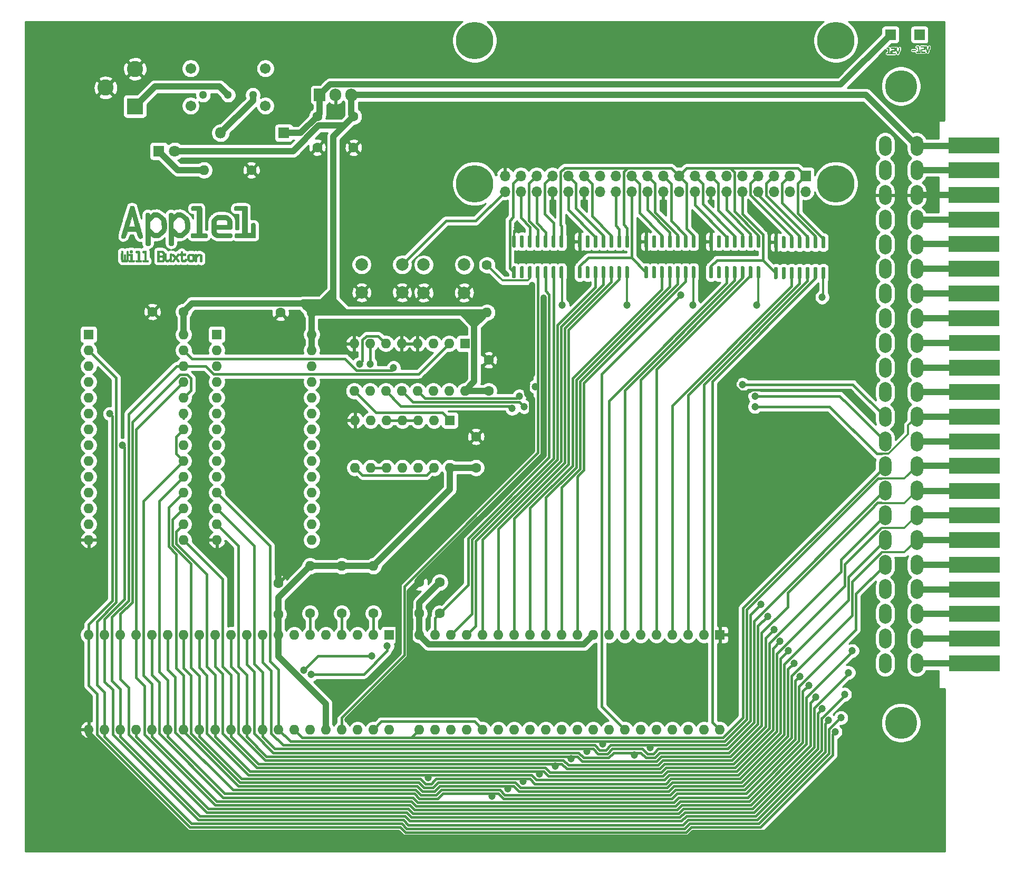
<source format=gbr>
%TF.GenerationSoftware,KiCad,Pcbnew,(5.1.9-0-10_14)*%
%TF.CreationDate,2021-10-27T16:04:22-04:00*%
%TF.ProjectId,Apple1,4170706c-6531-42e6-9b69-6361645f7063,rev?*%
%TF.SameCoordinates,Original*%
%TF.FileFunction,Copper,L1,Top*%
%TF.FilePolarity,Positive*%
%FSLAX46Y46*%
G04 Gerber Fmt 4.6, Leading zero omitted, Abs format (unit mm)*
G04 Created by KiCad (PCBNEW (5.1.9-0-10_14)) date 2021-10-27 16:04:22*
%MOMM*%
%LPD*%
G01*
G04 APERTURE LIST*
%TA.AperFunction,EtchedComponent*%
%ADD10C,0.010000*%
%TD*%
%TA.AperFunction,ComponentPad*%
%ADD11C,5.175000*%
%TD*%
%TA.AperFunction,ComponentPad*%
%ADD12O,2.000000X3.200000*%
%TD*%
%TA.AperFunction,ComponentPad*%
%ADD13C,1.600000*%
%TD*%
%TA.AperFunction,SMDPad,CuDef*%
%ADD14R,8.130000X2.560000*%
%TD*%
%TA.AperFunction,ComponentPad*%
%ADD15R,1.700000X1.700000*%
%TD*%
%TA.AperFunction,ComponentPad*%
%ADD16R,1.600000X1.600000*%
%TD*%
%TA.AperFunction,ComponentPad*%
%ADD17O,1.600000X1.600000*%
%TD*%
%TA.AperFunction,ComponentPad*%
%ADD18C,6.000000*%
%TD*%
%TA.AperFunction,ComponentPad*%
%ADD19O,1.700000X1.700000*%
%TD*%
%TA.AperFunction,ComponentPad*%
%ADD20R,1.800000X1.800000*%
%TD*%
%TA.AperFunction,ComponentPad*%
%ADD21O,1.800000X1.800000*%
%TD*%
%TA.AperFunction,ComponentPad*%
%ADD22C,1.800000*%
%TD*%
%TA.AperFunction,ComponentPad*%
%ADD23R,2.600000X2.600000*%
%TD*%
%TA.AperFunction,ComponentPad*%
%ADD24C,2.600000*%
%TD*%
%TA.AperFunction,ComponentPad*%
%ADD25C,1.300000*%
%TD*%
%TA.AperFunction,ComponentPad*%
%ADD26C,1.710000*%
%TD*%
%TA.AperFunction,ComponentPad*%
%ADD27C,2.000000*%
%TD*%
%TA.AperFunction,ComponentPad*%
%ADD28R,1.905000X2.000000*%
%TD*%
%TA.AperFunction,ComponentPad*%
%ADD29O,1.905000X2.000000*%
%TD*%
%TA.AperFunction,ViaPad*%
%ADD30C,1.200000*%
%TD*%
%TA.AperFunction,Conductor*%
%ADD31C,1.000000*%
%TD*%
%TA.AperFunction,Conductor*%
%ADD32C,0.300000*%
%TD*%
%TA.AperFunction,Conductor*%
%ADD33C,0.400000*%
%TD*%
%TA.AperFunction,Conductor*%
%ADD34C,0.350000*%
%TD*%
%TA.AperFunction,Conductor*%
%ADD35C,0.254000*%
%TD*%
%TA.AperFunction,Conductor*%
%ADD36C,0.100000*%
%TD*%
%TA.AperFunction,Conductor*%
%ADD37C,0.025400*%
%TD*%
G04 APERTURE END LIST*
D10*
%TO.C,G1*%
G36*
X139821170Y-59495002D02*
G01*
X139915509Y-59495182D01*
X140021013Y-59495422D01*
X140138383Y-59495688D01*
X140162813Y-59495740D01*
X140959687Y-59497425D01*
X141013181Y-59524012D01*
X141042680Y-59540393D01*
X141072953Y-59559996D01*
X141098435Y-59579160D01*
X141103187Y-59583258D01*
X141139700Y-59615915D01*
X141139700Y-63850350D01*
X141749300Y-63850350D01*
X141749303Y-63131212D01*
X141749307Y-62412075D01*
X141777818Y-62375758D01*
X141824594Y-62326229D01*
X141879208Y-62286557D01*
X141941042Y-62257121D01*
X141996950Y-62240835D01*
X142023124Y-62236544D01*
X142059023Y-62232680D01*
X142101673Y-62229500D01*
X142148100Y-62227264D01*
X142155700Y-62227011D01*
X142266825Y-62223540D01*
X142366837Y-62334837D01*
X142466850Y-62446134D01*
X142466850Y-64612350D01*
X140909512Y-64612205D01*
X139352175Y-64612061D01*
X139312160Y-64590496D01*
X139251010Y-64552711D01*
X139201413Y-64511087D01*
X139162528Y-64464564D01*
X139133516Y-64412082D01*
X139113536Y-64352582D01*
X139109495Y-64334758D01*
X139104709Y-64308112D01*
X139102571Y-64284656D01*
X139102946Y-64259455D01*
X139105703Y-64227572D01*
X139106441Y-64220759D01*
X139111036Y-64187777D01*
X139117289Y-64154296D01*
X139124139Y-64125701D01*
X139127092Y-64115984D01*
X139141132Y-64081731D01*
X139162138Y-64040543D01*
X139188649Y-63994985D01*
X139219206Y-63947623D01*
X139239445Y-63918612D01*
X139274841Y-63869400D01*
X140345950Y-63869400D01*
X140345950Y-60186400D01*
X139148497Y-60186400D01*
X139118952Y-60156237D01*
X139077429Y-60105346D01*
X139046698Y-60049559D01*
X139026501Y-59990239D01*
X139016580Y-59928747D01*
X139016675Y-59866447D01*
X139026530Y-59804702D01*
X139045885Y-59744874D01*
X139074483Y-59688327D01*
X139112064Y-59636422D01*
X139158371Y-59590523D01*
X139213146Y-59551992D01*
X139235815Y-59539721D01*
X139248659Y-59533162D01*
X139260092Y-59527258D01*
X139270811Y-59521978D01*
X139281516Y-59517288D01*
X139292905Y-59513155D01*
X139305677Y-59509545D01*
X139320531Y-59506425D01*
X139338165Y-59503763D01*
X139359279Y-59501525D01*
X139384571Y-59499679D01*
X139414740Y-59498190D01*
X139450484Y-59497025D01*
X139492503Y-59496152D01*
X139541495Y-59495538D01*
X139598159Y-59495149D01*
X139663194Y-59494952D01*
X139737298Y-59494914D01*
X139821170Y-59495002D01*
G37*
X139821170Y-59495002D02*
X139915509Y-59495182D01*
X140021013Y-59495422D01*
X140138383Y-59495688D01*
X140162813Y-59495740D01*
X140959687Y-59497425D01*
X141013181Y-59524012D01*
X141042680Y-59540393D01*
X141072953Y-59559996D01*
X141098435Y-59579160D01*
X141103187Y-59583258D01*
X141139700Y-59615915D01*
X141139700Y-63850350D01*
X141749300Y-63850350D01*
X141749303Y-63131212D01*
X141749307Y-62412075D01*
X141777818Y-62375758D01*
X141824594Y-62326229D01*
X141879208Y-62286557D01*
X141941042Y-62257121D01*
X141996950Y-62240835D01*
X142023124Y-62236544D01*
X142059023Y-62232680D01*
X142101673Y-62229500D01*
X142148100Y-62227264D01*
X142155700Y-62227011D01*
X142266825Y-62223540D01*
X142366837Y-62334837D01*
X142466850Y-62446134D01*
X142466850Y-64612350D01*
X140909512Y-64612205D01*
X139352175Y-64612061D01*
X139312160Y-64590496D01*
X139251010Y-64552711D01*
X139201413Y-64511087D01*
X139162528Y-64464564D01*
X139133516Y-64412082D01*
X139113536Y-64352582D01*
X139109495Y-64334758D01*
X139104709Y-64308112D01*
X139102571Y-64284656D01*
X139102946Y-64259455D01*
X139105703Y-64227572D01*
X139106441Y-64220759D01*
X139111036Y-64187777D01*
X139117289Y-64154296D01*
X139124139Y-64125701D01*
X139127092Y-64115984D01*
X139141132Y-64081731D01*
X139162138Y-64040543D01*
X139188649Y-63994985D01*
X139219206Y-63947623D01*
X139239445Y-63918612D01*
X139274841Y-63869400D01*
X140345950Y-63869400D01*
X140345950Y-60186400D01*
X139148497Y-60186400D01*
X139118952Y-60156237D01*
X139077429Y-60105346D01*
X139046698Y-60049559D01*
X139026501Y-59990239D01*
X139016580Y-59928747D01*
X139016675Y-59866447D01*
X139026530Y-59804702D01*
X139045885Y-59744874D01*
X139074483Y-59688327D01*
X139112064Y-59636422D01*
X139158371Y-59590523D01*
X139213146Y-59551992D01*
X139235815Y-59539721D01*
X139248659Y-59533162D01*
X139260092Y-59527258D01*
X139270811Y-59521978D01*
X139281516Y-59517288D01*
X139292905Y-59513155D01*
X139305677Y-59509545D01*
X139320531Y-59506425D01*
X139338165Y-59503763D01*
X139359279Y-59501525D01*
X139384571Y-59499679D01*
X139414740Y-59498190D01*
X139450484Y-59497025D01*
X139492503Y-59496152D01*
X139541495Y-59495538D01*
X139598159Y-59495149D01*
X139663194Y-59494952D01*
X139737298Y-59494914D01*
X139821170Y-59495002D01*
G36*
X137024747Y-60935700D02*
G01*
X137670817Y-60935700D01*
X137752671Y-60960084D01*
X137790726Y-60972114D01*
X137836559Y-60987687D01*
X137886663Y-61005514D01*
X137937528Y-61024306D01*
X137985647Y-61042775D01*
X138027510Y-61059633D01*
X138050425Y-61069435D01*
X138066880Y-61079034D01*
X138091270Y-61096428D01*
X138122405Y-61120579D01*
X138159092Y-61150451D01*
X138200141Y-61185007D01*
X138244359Y-61223210D01*
X138290557Y-61264022D01*
X138337542Y-61306407D01*
X138384122Y-61349329D01*
X138429108Y-61391749D01*
X138471307Y-61432632D01*
X138496368Y-61457578D01*
X138523140Y-61484690D01*
X138542715Y-61505321D01*
X138556851Y-61521997D01*
X138567303Y-61537246D01*
X138575827Y-61553595D01*
X138584180Y-61573570D01*
X138592915Y-61596506D01*
X138609167Y-61642315D01*
X138626916Y-61696838D01*
X138645065Y-61756356D01*
X138662515Y-61817151D01*
X138678168Y-61875503D01*
X138690929Y-61927695D01*
X138691786Y-61931470D01*
X138707650Y-62001743D01*
X138707650Y-63036706D01*
X138646474Y-63097584D01*
X138598795Y-63143210D01*
X138556469Y-63179431D01*
X138517726Y-63207353D01*
X138480794Y-63228086D01*
X138443903Y-63242736D01*
X138405282Y-63252412D01*
X138396500Y-63253963D01*
X138386221Y-63254616D01*
X138363836Y-63255244D01*
X138329938Y-63255845D01*
X138285120Y-63256414D01*
X138229977Y-63256949D01*
X138165102Y-63257447D01*
X138091088Y-63257905D01*
X138008529Y-63258320D01*
X137918019Y-63258688D01*
X137820151Y-63259008D01*
X137715518Y-63259275D01*
X137604715Y-63259488D01*
X137488334Y-63259642D01*
X137366970Y-63259734D01*
X137258262Y-63259763D01*
X136154950Y-63259800D01*
X136154950Y-63586960D01*
X136184563Y-63631342D01*
X136212350Y-63668306D01*
X136247204Y-63707658D01*
X136285567Y-63745802D01*
X136323879Y-63779143D01*
X136350097Y-63798603D01*
X136409155Y-63834089D01*
X136473791Y-63865523D01*
X136537691Y-63889852D01*
X136541040Y-63890917D01*
X136593755Y-63907500D01*
X138479472Y-63907500D01*
X138512598Y-63924133D01*
X138574521Y-63960967D01*
X138625307Y-64003788D01*
X138665143Y-64052836D01*
X138694218Y-64108353D01*
X138712721Y-64170583D01*
X138715148Y-64183725D01*
X138718558Y-64223213D01*
X138717463Y-64268651D01*
X138712251Y-64314267D01*
X138703790Y-64352680D01*
X138680610Y-64411211D01*
X138646630Y-64468334D01*
X138603703Y-64521540D01*
X138553681Y-64568319D01*
X138533030Y-64584007D01*
X138493312Y-64612350D01*
X137405093Y-64612240D01*
X136316875Y-64612131D01*
X136250200Y-64589779D01*
X136169624Y-64558929D01*
X136085623Y-64519787D01*
X136002072Y-64474452D01*
X135922848Y-64425023D01*
X135853654Y-64375037D01*
X135759366Y-64294019D01*
X135675648Y-64207277D01*
X135602804Y-64115278D01*
X135541137Y-64018490D01*
X135490952Y-63917380D01*
X135452550Y-63812416D01*
X135429669Y-63721844D01*
X135415175Y-63650325D01*
X135415175Y-61954017D01*
X136154950Y-61954017D01*
X136154950Y-62580350D01*
X137945650Y-62580350D01*
X137945650Y-61914221D01*
X137902243Y-61870208D01*
X137836432Y-61810669D01*
X137764706Y-61758899D01*
X137689345Y-61716281D01*
X137612628Y-61684196D01*
X137577722Y-61673412D01*
X137517025Y-61656822D01*
X136551825Y-61656608D01*
X136431175Y-61704774D01*
X136310525Y-61752941D01*
X136232737Y-61853479D01*
X136154950Y-61954017D01*
X135415175Y-61954017D01*
X135415175Y-61859625D01*
X135436609Y-61796125D01*
X135475017Y-61696984D01*
X135521491Y-61604150D01*
X135576885Y-61516460D01*
X135642051Y-61432753D01*
X135717845Y-61351868D01*
X135805120Y-61272642D01*
X135846161Y-61238979D01*
X135961236Y-61154331D01*
X136084799Y-61076735D01*
X136213767Y-61008009D01*
X136316775Y-60961462D01*
X136378676Y-60935699D01*
X137024747Y-60935700D01*
G37*
X137024747Y-60935700D02*
X137670817Y-60935700D01*
X137752671Y-60960084D01*
X137790726Y-60972114D01*
X137836559Y-60987687D01*
X137886663Y-61005514D01*
X137937528Y-61024306D01*
X137985647Y-61042775D01*
X138027510Y-61059633D01*
X138050425Y-61069435D01*
X138066880Y-61079034D01*
X138091270Y-61096428D01*
X138122405Y-61120579D01*
X138159092Y-61150451D01*
X138200141Y-61185007D01*
X138244359Y-61223210D01*
X138290557Y-61264022D01*
X138337542Y-61306407D01*
X138384122Y-61349329D01*
X138429108Y-61391749D01*
X138471307Y-61432632D01*
X138496368Y-61457578D01*
X138523140Y-61484690D01*
X138542715Y-61505321D01*
X138556851Y-61521997D01*
X138567303Y-61537246D01*
X138575827Y-61553595D01*
X138584180Y-61573570D01*
X138592915Y-61596506D01*
X138609167Y-61642315D01*
X138626916Y-61696838D01*
X138645065Y-61756356D01*
X138662515Y-61817151D01*
X138678168Y-61875503D01*
X138690929Y-61927695D01*
X138691786Y-61931470D01*
X138707650Y-62001743D01*
X138707650Y-63036706D01*
X138646474Y-63097584D01*
X138598795Y-63143210D01*
X138556469Y-63179431D01*
X138517726Y-63207353D01*
X138480794Y-63228086D01*
X138443903Y-63242736D01*
X138405282Y-63252412D01*
X138396500Y-63253963D01*
X138386221Y-63254616D01*
X138363836Y-63255244D01*
X138329938Y-63255845D01*
X138285120Y-63256414D01*
X138229977Y-63256949D01*
X138165102Y-63257447D01*
X138091088Y-63257905D01*
X138008529Y-63258320D01*
X137918019Y-63258688D01*
X137820151Y-63259008D01*
X137715518Y-63259275D01*
X137604715Y-63259488D01*
X137488334Y-63259642D01*
X137366970Y-63259734D01*
X137258262Y-63259763D01*
X136154950Y-63259800D01*
X136154950Y-63586960D01*
X136184563Y-63631342D01*
X136212350Y-63668306D01*
X136247204Y-63707658D01*
X136285567Y-63745802D01*
X136323879Y-63779143D01*
X136350097Y-63798603D01*
X136409155Y-63834089D01*
X136473791Y-63865523D01*
X136537691Y-63889852D01*
X136541040Y-63890917D01*
X136593755Y-63907500D01*
X138479472Y-63907500D01*
X138512598Y-63924133D01*
X138574521Y-63960967D01*
X138625307Y-64003788D01*
X138665143Y-64052836D01*
X138694218Y-64108353D01*
X138712721Y-64170583D01*
X138715148Y-64183725D01*
X138718558Y-64223213D01*
X138717463Y-64268651D01*
X138712251Y-64314267D01*
X138703790Y-64352680D01*
X138680610Y-64411211D01*
X138646630Y-64468334D01*
X138603703Y-64521540D01*
X138553681Y-64568319D01*
X138533030Y-64584007D01*
X138493312Y-64612350D01*
X137405093Y-64612240D01*
X136316875Y-64612131D01*
X136250200Y-64589779D01*
X136169624Y-64558929D01*
X136085623Y-64519787D01*
X136002072Y-64474452D01*
X135922848Y-64425023D01*
X135853654Y-64375037D01*
X135759366Y-64294019D01*
X135675648Y-64207277D01*
X135602804Y-64115278D01*
X135541137Y-64018490D01*
X135490952Y-63917380D01*
X135452550Y-63812416D01*
X135429669Y-63721844D01*
X135415175Y-63650325D01*
X135415175Y-61954017D01*
X136154950Y-61954017D01*
X136154950Y-62580350D01*
X137945650Y-62580350D01*
X137945650Y-61914221D01*
X137902243Y-61870208D01*
X137836432Y-61810669D01*
X137764706Y-61758899D01*
X137689345Y-61716281D01*
X137612628Y-61684196D01*
X137577722Y-61673412D01*
X137517025Y-61656822D01*
X136551825Y-61656608D01*
X136431175Y-61704774D01*
X136310525Y-61752941D01*
X136232737Y-61853479D01*
X136154950Y-61954017D01*
X135415175Y-61954017D01*
X135415175Y-61859625D01*
X135436609Y-61796125D01*
X135475017Y-61696984D01*
X135521491Y-61604150D01*
X135576885Y-61516460D01*
X135642051Y-61432753D01*
X135717845Y-61351868D01*
X135805120Y-61272642D01*
X135846161Y-61238979D01*
X135961236Y-61154331D01*
X136084799Y-61076735D01*
X136213767Y-61008009D01*
X136316775Y-60961462D01*
X136378676Y-60935699D01*
X137024747Y-60935700D01*
G36*
X133757980Y-59581261D02*
G01*
X133798517Y-59657521D01*
X133829262Y-59731851D01*
X133856250Y-59808130D01*
X133856250Y-63907500D01*
X134163072Y-63907500D01*
X134236669Y-63907506D01*
X134298830Y-63907616D01*
X134350822Y-63907961D01*
X134393908Y-63908675D01*
X134429353Y-63909891D01*
X134458422Y-63911741D01*
X134482381Y-63914360D01*
X134502493Y-63917879D01*
X134520024Y-63922433D01*
X134536238Y-63928154D01*
X134552401Y-63935175D01*
X134569777Y-63943630D01*
X134586452Y-63952046D01*
X134623177Y-63971328D01*
X134650344Y-63987861D01*
X134670148Y-64003708D01*
X134684784Y-64020930D01*
X134696447Y-64041588D01*
X134706036Y-64064353D01*
X134728111Y-64134971D01*
X134741111Y-64207330D01*
X134745139Y-64279480D01*
X134740296Y-64349472D01*
X134726685Y-64415358D01*
X134704409Y-64475188D01*
X134682403Y-64514422D01*
X134666518Y-64538428D01*
X134653697Y-64556313D01*
X134641699Y-64569217D01*
X134628285Y-64578279D01*
X134611217Y-64584640D01*
X134588253Y-64589439D01*
X134557157Y-64593816D01*
X134516650Y-64598793D01*
X134502183Y-64600549D01*
X134488257Y-64602148D01*
X134474240Y-64603597D01*
X134459503Y-64604904D01*
X134443416Y-64606075D01*
X134425349Y-64607118D01*
X134404671Y-64608040D01*
X134380754Y-64608849D01*
X134352965Y-64609552D01*
X134320677Y-64610157D01*
X134283258Y-64610670D01*
X134240078Y-64611100D01*
X134190508Y-64611453D01*
X134133917Y-64611737D01*
X134069675Y-64611959D01*
X133997153Y-64612127D01*
X133915720Y-64612248D01*
X133824747Y-64612329D01*
X133723602Y-64612377D01*
X133611657Y-64612401D01*
X133488280Y-64612407D01*
X133352843Y-64612402D01*
X133350821Y-64612402D01*
X132296118Y-64612350D01*
X132255600Y-64586161D01*
X132230614Y-64568214D01*
X132201943Y-64544825D01*
X132172639Y-64518774D01*
X132145754Y-64492840D01*
X132124341Y-64469801D01*
X132115373Y-64458500D01*
X132107676Y-64442030D01*
X132100009Y-64415562D01*
X132092824Y-64381788D01*
X132086572Y-64343403D01*
X132081704Y-64303102D01*
X132078670Y-64263577D01*
X132077868Y-64234525D01*
X132081601Y-64173022D01*
X132093537Y-64115787D01*
X132114745Y-64058595D01*
X132130570Y-64025970D01*
X132146837Y-63997088D01*
X132162473Y-63976648D01*
X132180794Y-63961968D01*
X132205116Y-63950365D01*
X132237302Y-63939593D01*
X132259467Y-63932942D01*
X132279546Y-63927280D01*
X132298750Y-63922527D01*
X132318292Y-63918603D01*
X132339383Y-63915429D01*
X132363235Y-63912926D01*
X132391060Y-63911014D01*
X132424069Y-63909613D01*
X132463474Y-63908645D01*
X132510487Y-63908029D01*
X132566319Y-63907685D01*
X132632183Y-63907536D01*
X132709290Y-63907500D01*
X133081550Y-63907500D01*
X133081550Y-60211800D01*
X132289074Y-60211800D01*
X132257905Y-60177695D01*
X132224058Y-60133423D01*
X132194850Y-60080959D01*
X132172533Y-60024586D01*
X132166619Y-60004158D01*
X132156026Y-59944887D01*
X132152793Y-59880077D01*
X132156556Y-59813113D01*
X132166951Y-59747383D01*
X132183617Y-59686273D01*
X132206189Y-59633169D01*
X132206457Y-59632665D01*
X132216037Y-59615623D01*
X132225505Y-59602243D01*
X132237249Y-59590321D01*
X132253660Y-59577652D01*
X132277125Y-59562034D01*
X132296019Y-59550058D01*
X132364563Y-59506950D01*
X133713686Y-59506950D01*
X133757980Y-59581261D01*
G37*
X133757980Y-59581261D02*
X133798517Y-59657521D01*
X133829262Y-59731851D01*
X133856250Y-59808130D01*
X133856250Y-63907500D01*
X134163072Y-63907500D01*
X134236669Y-63907506D01*
X134298830Y-63907616D01*
X134350822Y-63907961D01*
X134393908Y-63908675D01*
X134429353Y-63909891D01*
X134458422Y-63911741D01*
X134482381Y-63914360D01*
X134502493Y-63917879D01*
X134520024Y-63922433D01*
X134536238Y-63928154D01*
X134552401Y-63935175D01*
X134569777Y-63943630D01*
X134586452Y-63952046D01*
X134623177Y-63971328D01*
X134650344Y-63987861D01*
X134670148Y-64003708D01*
X134684784Y-64020930D01*
X134696447Y-64041588D01*
X134706036Y-64064353D01*
X134728111Y-64134971D01*
X134741111Y-64207330D01*
X134745139Y-64279480D01*
X134740296Y-64349472D01*
X134726685Y-64415358D01*
X134704409Y-64475188D01*
X134682403Y-64514422D01*
X134666518Y-64538428D01*
X134653697Y-64556313D01*
X134641699Y-64569217D01*
X134628285Y-64578279D01*
X134611217Y-64584640D01*
X134588253Y-64589439D01*
X134557157Y-64593816D01*
X134516650Y-64598793D01*
X134502183Y-64600549D01*
X134488257Y-64602148D01*
X134474240Y-64603597D01*
X134459503Y-64604904D01*
X134443416Y-64606075D01*
X134425349Y-64607118D01*
X134404671Y-64608040D01*
X134380754Y-64608849D01*
X134352965Y-64609552D01*
X134320677Y-64610157D01*
X134283258Y-64610670D01*
X134240078Y-64611100D01*
X134190508Y-64611453D01*
X134133917Y-64611737D01*
X134069675Y-64611959D01*
X133997153Y-64612127D01*
X133915720Y-64612248D01*
X133824747Y-64612329D01*
X133723602Y-64612377D01*
X133611657Y-64612401D01*
X133488280Y-64612407D01*
X133352843Y-64612402D01*
X133350821Y-64612402D01*
X132296118Y-64612350D01*
X132255600Y-64586161D01*
X132230614Y-64568214D01*
X132201943Y-64544825D01*
X132172639Y-64518774D01*
X132145754Y-64492840D01*
X132124341Y-64469801D01*
X132115373Y-64458500D01*
X132107676Y-64442030D01*
X132100009Y-64415562D01*
X132092824Y-64381788D01*
X132086572Y-64343403D01*
X132081704Y-64303102D01*
X132078670Y-64263577D01*
X132077868Y-64234525D01*
X132081601Y-64173022D01*
X132093537Y-64115787D01*
X132114745Y-64058595D01*
X132130570Y-64025970D01*
X132146837Y-63997088D01*
X132162473Y-63976648D01*
X132180794Y-63961968D01*
X132205116Y-63950365D01*
X132237302Y-63939593D01*
X132259467Y-63932942D01*
X132279546Y-63927280D01*
X132298750Y-63922527D01*
X132318292Y-63918603D01*
X132339383Y-63915429D01*
X132363235Y-63912926D01*
X132391060Y-63911014D01*
X132424069Y-63909613D01*
X132463474Y-63908645D01*
X132510487Y-63908029D01*
X132566319Y-63907685D01*
X132632183Y-63907536D01*
X132709290Y-63907500D01*
X133081550Y-63907500D01*
X133081550Y-60211800D01*
X132289074Y-60211800D01*
X132257905Y-60177695D01*
X132224058Y-60133423D01*
X132194850Y-60080959D01*
X132172533Y-60024586D01*
X132166619Y-60004158D01*
X132156026Y-59944887D01*
X132152793Y-59880077D01*
X132156556Y-59813113D01*
X132166951Y-59747383D01*
X132183617Y-59686273D01*
X132206189Y-59633169D01*
X132206457Y-59632665D01*
X132216037Y-59615623D01*
X132225505Y-59602243D01*
X132237249Y-59590321D01*
X132253660Y-59577652D01*
X132277125Y-59562034D01*
X132296019Y-59550058D01*
X132364563Y-59506950D01*
X133713686Y-59506950D01*
X133757980Y-59581261D01*
G36*
X122716606Y-59474380D02*
G01*
X122769794Y-59480305D01*
X122818073Y-59491192D01*
X122865106Y-59507812D01*
X122902365Y-59524800D01*
X122949855Y-59548225D01*
X123640236Y-61909959D01*
X123689707Y-62079244D01*
X123738282Y-62245558D01*
X123785840Y-62408480D01*
X123832257Y-62567587D01*
X123877412Y-62722457D01*
X123921181Y-62872669D01*
X123963443Y-63017800D01*
X124004074Y-63157428D01*
X124042953Y-63291130D01*
X124079957Y-63418486D01*
X124114963Y-63539073D01*
X124147850Y-63652468D01*
X124178495Y-63758249D01*
X124206775Y-63855996D01*
X124232568Y-63945284D01*
X124255751Y-64025693D01*
X124276202Y-64096800D01*
X124293799Y-64158183D01*
X124308419Y-64209421D01*
X124319940Y-64250090D01*
X124328240Y-64279769D01*
X124333195Y-64298035D01*
X124334683Y-64304247D01*
X124335876Y-64332463D01*
X124334094Y-64368622D01*
X124329849Y-64408455D01*
X124323653Y-64447696D01*
X124316018Y-64482075D01*
X124311573Y-64496837D01*
X124302448Y-64518561D01*
X124291938Y-64536593D01*
X124285056Y-64544506D01*
X124257315Y-64566443D01*
X124225736Y-64590303D01*
X124193184Y-64614027D01*
X124162525Y-64635555D01*
X124136622Y-64652829D01*
X124121311Y-64662168D01*
X124067625Y-64687498D01*
X124013210Y-64704016D01*
X123960475Y-64711259D01*
X123911828Y-64708762D01*
X123896275Y-64705517D01*
X123843581Y-64685882D01*
X123792218Y-64654931D01*
X123743854Y-64614041D01*
X123700153Y-64564591D01*
X123667675Y-64516442D01*
X123658883Y-64499887D01*
X123646941Y-64474595D01*
X123631687Y-64440181D01*
X123612961Y-64396257D01*
X123590603Y-64342437D01*
X123564452Y-64278334D01*
X123534348Y-64203560D01*
X123500130Y-64117730D01*
X123461638Y-64020457D01*
X123455176Y-64004070D01*
X123274428Y-63545491D01*
X122611876Y-63547108D01*
X121949323Y-63548725D01*
X121753146Y-64040344D01*
X121716928Y-64130991D01*
X121685049Y-64210504D01*
X121657218Y-64279574D01*
X121633142Y-64338892D01*
X121612530Y-64389148D01*
X121595089Y-64431035D01*
X121580528Y-64465243D01*
X121568555Y-64492463D01*
X121558877Y-64513387D01*
X121551203Y-64528705D01*
X121545240Y-64539109D01*
X121540697Y-64545289D01*
X121539172Y-64546767D01*
X121473473Y-64596104D01*
X121407231Y-64635636D01*
X121341387Y-64665123D01*
X121276884Y-64684325D01*
X121214667Y-64693001D01*
X121155677Y-64690912D01*
X121100857Y-64677817D01*
X121072509Y-64665676D01*
X121031489Y-64638614D01*
X120998593Y-64602811D01*
X120973671Y-64557938D01*
X120956574Y-64503665D01*
X120947154Y-64439662D01*
X120945037Y-64383750D01*
X120945797Y-64339174D01*
X120948315Y-64299866D01*
X120953135Y-64261551D01*
X120960802Y-64219953D01*
X120971863Y-64170797D01*
X120972566Y-64167850D01*
X120975323Y-64157877D01*
X120981611Y-64136176D01*
X120991301Y-64103182D01*
X121004263Y-64059326D01*
X121020367Y-64005043D01*
X121039484Y-63940765D01*
X121061484Y-63866925D01*
X121086237Y-63783958D01*
X121113613Y-63692296D01*
X121143484Y-63592373D01*
X121175719Y-63484621D01*
X121210189Y-63369475D01*
X121246763Y-63247367D01*
X121285313Y-63118731D01*
X121325708Y-62984000D01*
X121367819Y-62843606D01*
X121382029Y-62796250D01*
X122139018Y-62796250D01*
X123135897Y-62796250D01*
X123120580Y-62731162D01*
X123117179Y-62716715D01*
X123111060Y-62690740D01*
X123102420Y-62654068D01*
X123091456Y-62607533D01*
X123078363Y-62551965D01*
X123063338Y-62488199D01*
X123046577Y-62417067D01*
X123028275Y-62339400D01*
X123008630Y-62256032D01*
X122987837Y-62167795D01*
X122966093Y-62075522D01*
X122943593Y-61980044D01*
X122925690Y-61904075D01*
X122746115Y-61142075D01*
X122702024Y-61140240D01*
X122657932Y-61138405D01*
X122401948Y-61954050D01*
X122370996Y-62052685D01*
X122341065Y-62148102D01*
X122312378Y-62239586D01*
X122285157Y-62326423D01*
X122259627Y-62407898D01*
X122236011Y-62483298D01*
X122214533Y-62551907D01*
X122195417Y-62613012D01*
X122178885Y-62665899D01*
X122165162Y-62709852D01*
X122154471Y-62744158D01*
X122147035Y-62768103D01*
X122143079Y-62780973D01*
X122142490Y-62782972D01*
X122139018Y-62796250D01*
X121382029Y-62796250D01*
X121411516Y-62697985D01*
X121456670Y-62547568D01*
X121503150Y-62392789D01*
X121550828Y-62234081D01*
X121599573Y-62071879D01*
X121649255Y-61906613D01*
X121672586Y-61829026D01*
X122359701Y-59544177D01*
X122408734Y-59522553D01*
X122459151Y-59502122D01*
X122505473Y-59487778D01*
X122551948Y-59478659D01*
X122602822Y-59473905D01*
X122654850Y-59472647D01*
X122716606Y-59474380D01*
G37*
X122716606Y-59474380D02*
X122769794Y-59480305D01*
X122818073Y-59491192D01*
X122865106Y-59507812D01*
X122902365Y-59524800D01*
X122949855Y-59548225D01*
X123640236Y-61909959D01*
X123689707Y-62079244D01*
X123738282Y-62245558D01*
X123785840Y-62408480D01*
X123832257Y-62567587D01*
X123877412Y-62722457D01*
X123921181Y-62872669D01*
X123963443Y-63017800D01*
X124004074Y-63157428D01*
X124042953Y-63291130D01*
X124079957Y-63418486D01*
X124114963Y-63539073D01*
X124147850Y-63652468D01*
X124178495Y-63758249D01*
X124206775Y-63855996D01*
X124232568Y-63945284D01*
X124255751Y-64025693D01*
X124276202Y-64096800D01*
X124293799Y-64158183D01*
X124308419Y-64209421D01*
X124319940Y-64250090D01*
X124328240Y-64279769D01*
X124333195Y-64298035D01*
X124334683Y-64304247D01*
X124335876Y-64332463D01*
X124334094Y-64368622D01*
X124329849Y-64408455D01*
X124323653Y-64447696D01*
X124316018Y-64482075D01*
X124311573Y-64496837D01*
X124302448Y-64518561D01*
X124291938Y-64536593D01*
X124285056Y-64544506D01*
X124257315Y-64566443D01*
X124225736Y-64590303D01*
X124193184Y-64614027D01*
X124162525Y-64635555D01*
X124136622Y-64652829D01*
X124121311Y-64662168D01*
X124067625Y-64687498D01*
X124013210Y-64704016D01*
X123960475Y-64711259D01*
X123911828Y-64708762D01*
X123896275Y-64705517D01*
X123843581Y-64685882D01*
X123792218Y-64654931D01*
X123743854Y-64614041D01*
X123700153Y-64564591D01*
X123667675Y-64516442D01*
X123658883Y-64499887D01*
X123646941Y-64474595D01*
X123631687Y-64440181D01*
X123612961Y-64396257D01*
X123590603Y-64342437D01*
X123564452Y-64278334D01*
X123534348Y-64203560D01*
X123500130Y-64117730D01*
X123461638Y-64020457D01*
X123455176Y-64004070D01*
X123274428Y-63545491D01*
X122611876Y-63547108D01*
X121949323Y-63548725D01*
X121753146Y-64040344D01*
X121716928Y-64130991D01*
X121685049Y-64210504D01*
X121657218Y-64279574D01*
X121633142Y-64338892D01*
X121612530Y-64389148D01*
X121595089Y-64431035D01*
X121580528Y-64465243D01*
X121568555Y-64492463D01*
X121558877Y-64513387D01*
X121551203Y-64528705D01*
X121545240Y-64539109D01*
X121540697Y-64545289D01*
X121539172Y-64546767D01*
X121473473Y-64596104D01*
X121407231Y-64635636D01*
X121341387Y-64665123D01*
X121276884Y-64684325D01*
X121214667Y-64693001D01*
X121155677Y-64690912D01*
X121100857Y-64677817D01*
X121072509Y-64665676D01*
X121031489Y-64638614D01*
X120998593Y-64602811D01*
X120973671Y-64557938D01*
X120956574Y-64503665D01*
X120947154Y-64439662D01*
X120945037Y-64383750D01*
X120945797Y-64339174D01*
X120948315Y-64299866D01*
X120953135Y-64261551D01*
X120960802Y-64219953D01*
X120971863Y-64170797D01*
X120972566Y-64167850D01*
X120975323Y-64157877D01*
X120981611Y-64136176D01*
X120991301Y-64103182D01*
X121004263Y-64059326D01*
X121020367Y-64005043D01*
X121039484Y-63940765D01*
X121061484Y-63866925D01*
X121086237Y-63783958D01*
X121113613Y-63692296D01*
X121143484Y-63592373D01*
X121175719Y-63484621D01*
X121210189Y-63369475D01*
X121246763Y-63247367D01*
X121285313Y-63118731D01*
X121325708Y-62984000D01*
X121367819Y-62843606D01*
X121382029Y-62796250D01*
X122139018Y-62796250D01*
X123135897Y-62796250D01*
X123120580Y-62731162D01*
X123117179Y-62716715D01*
X123111060Y-62690740D01*
X123102420Y-62654068D01*
X123091456Y-62607533D01*
X123078363Y-62551965D01*
X123063338Y-62488199D01*
X123046577Y-62417067D01*
X123028275Y-62339400D01*
X123008630Y-62256032D01*
X122987837Y-62167795D01*
X122966093Y-62075522D01*
X122943593Y-61980044D01*
X122925690Y-61904075D01*
X122746115Y-61142075D01*
X122702024Y-61140240D01*
X122657932Y-61138405D01*
X122401948Y-61954050D01*
X122370996Y-62052685D01*
X122341065Y-62148102D01*
X122312378Y-62239586D01*
X122285157Y-62326423D01*
X122259627Y-62407898D01*
X122236011Y-62483298D01*
X122214533Y-62551907D01*
X122195417Y-62613012D01*
X122178885Y-62665899D01*
X122165162Y-62709852D01*
X122154471Y-62744158D01*
X122147035Y-62768103D01*
X122143079Y-62780973D01*
X122142490Y-62782972D01*
X122139018Y-62796250D01*
X121382029Y-62796250D01*
X121411516Y-62697985D01*
X121456670Y-62547568D01*
X121503150Y-62392789D01*
X121550828Y-62234081D01*
X121599573Y-62071879D01*
X121649255Y-61906613D01*
X121672586Y-61829026D01*
X122359701Y-59544177D01*
X122408734Y-59522553D01*
X122459151Y-59502122D01*
X122505473Y-59487778D01*
X122551948Y-59478659D01*
X122602822Y-59473905D01*
X122654850Y-59472647D01*
X122716606Y-59474380D01*
G36*
X130355718Y-60510694D02*
G01*
X130417410Y-60513251D01*
X130457038Y-60516739D01*
X130530729Y-60525227D01*
X130629802Y-60581845D01*
X130758924Y-60659566D01*
X130892690Y-60747652D01*
X131029903Y-60845195D01*
X131169361Y-60951284D01*
X131309866Y-61065010D01*
X131450218Y-61185464D01*
X131575822Y-61299253D01*
X131692520Y-61407700D01*
X131735701Y-61496120D01*
X131775222Y-61582643D01*
X131808603Y-61668523D01*
X131836567Y-61756325D01*
X131859834Y-61848617D01*
X131879126Y-61947964D01*
X131895163Y-62056932D01*
X131896705Y-62069175D01*
X131901746Y-62110478D01*
X131906088Y-62148110D01*
X131909781Y-62183378D01*
X131912870Y-62217591D01*
X131915404Y-62252056D01*
X131917431Y-62288081D01*
X131919000Y-62326975D01*
X131920156Y-62370046D01*
X131920949Y-62418602D01*
X131921427Y-62473951D01*
X131921636Y-62537401D01*
X131921626Y-62610260D01*
X131921444Y-62693837D01*
X131921298Y-62741519D01*
X131919921Y-63166213D01*
X131757575Y-63617045D01*
X131487519Y-63881335D01*
X131399755Y-63967083D01*
X131319873Y-64044816D01*
X131246821Y-64115542D01*
X131179545Y-64180270D01*
X131116991Y-64240009D01*
X131058108Y-64295766D01*
X131001840Y-64348551D01*
X130947134Y-64399372D01*
X130927991Y-64417039D01*
X130896010Y-64445410D01*
X130866783Y-64468382D01*
X130837551Y-64487491D01*
X130805555Y-64504272D01*
X130768035Y-64520261D01*
X130722232Y-64536993D01*
X130697042Y-64545556D01*
X130609937Y-64569810D01*
X130513588Y-64587715D01*
X130409807Y-64599170D01*
X130300405Y-64604073D01*
X130187197Y-64602322D01*
X130071994Y-64593814D01*
X129998625Y-64584856D01*
X129897025Y-64570502D01*
X129622319Y-64407276D01*
X129568603Y-64375394D01*
X129518238Y-64345570D01*
X129472270Y-64318418D01*
X129431743Y-64294552D01*
X129397703Y-64274586D01*
X129371195Y-64259134D01*
X129353262Y-64248810D01*
X129344950Y-64244227D01*
X129344507Y-64244050D01*
X129344085Y-64250262D01*
X129343680Y-64268347D01*
X129343295Y-64297479D01*
X129342935Y-64336830D01*
X129342604Y-64385575D01*
X129342305Y-64442885D01*
X129342042Y-64507935D01*
X129341818Y-64579897D01*
X129341638Y-64657945D01*
X129341506Y-64741252D01*
X129341425Y-64828991D01*
X129341400Y-64915437D01*
X129341400Y-65586824D01*
X129317993Y-65625049D01*
X129281311Y-65680885D01*
X129243406Y-65729681D01*
X129206662Y-65770130D01*
X129185849Y-65790855D01*
X129168958Y-65804724D01*
X129151606Y-65814493D01*
X129129411Y-65822915D01*
X129115713Y-65827300D01*
X129038491Y-65846657D01*
X128965602Y-65855002D01*
X128895301Y-65852474D01*
X128861975Y-65847440D01*
X128807515Y-65834377D01*
X128758209Y-65815933D01*
X128709616Y-65790194D01*
X128671937Y-65765629D01*
X128656281Y-65754295D01*
X128644215Y-65743716D01*
X128633928Y-65731384D01*
X128623610Y-65714793D01*
X128611451Y-65691437D01*
X128597325Y-65662325D01*
X128560350Y-65585176D01*
X128560350Y-62088225D01*
X129229065Y-62088225D01*
X129246720Y-62523200D01*
X129249721Y-62597582D01*
X129252575Y-62669155D01*
X129255237Y-62736758D01*
X129257664Y-62799231D01*
X129259811Y-62855414D01*
X129261634Y-62904149D01*
X129263089Y-62944275D01*
X129264132Y-62974632D01*
X129264719Y-62994061D01*
X129264830Y-62999450D01*
X129265285Y-63040725D01*
X129646091Y-63409025D01*
X130026896Y-63777325D01*
X130114360Y-63813439D01*
X130155814Y-63829838D01*
X130187244Y-63840691D01*
X130208206Y-63845857D01*
X130216464Y-63846000D01*
X130226607Y-63843709D01*
X130247265Y-63839174D01*
X130276532Y-63832810D01*
X130312505Y-63825029D01*
X130353278Y-63816245D01*
X130382888Y-63809885D01*
X130534672Y-63777325D01*
X130817888Y-63510625D01*
X130868986Y-63462525D01*
X130917928Y-63416488D01*
X130963831Y-63373344D01*
X131005809Y-63333923D01*
X131042977Y-63299057D01*
X131074450Y-63269574D01*
X131099343Y-63246305D01*
X131116771Y-63230080D01*
X131125849Y-63221730D01*
X131125883Y-63221700D01*
X131150661Y-63199475D01*
X131173130Y-63030360D01*
X131179175Y-62983787D01*
X131184604Y-62939880D01*
X131189189Y-62900659D01*
X131192701Y-62868145D01*
X131194912Y-62844358D01*
X131195600Y-62832017D01*
X131194987Y-62821104D01*
X131193215Y-62798598D01*
X131190378Y-62765542D01*
X131186575Y-62722982D01*
X131181901Y-62671962D01*
X131176454Y-62613525D01*
X131170330Y-62548717D01*
X131163626Y-62478581D01*
X131156437Y-62404162D01*
X131148862Y-62326504D01*
X131147975Y-62317455D01*
X131140400Y-62240190D01*
X131133198Y-62166564D01*
X131126462Y-62097557D01*
X131120287Y-62034152D01*
X131114770Y-61977331D01*
X131110005Y-61928075D01*
X131106087Y-61887366D01*
X131103111Y-61856186D01*
X131101173Y-61835516D01*
X131100367Y-61826338D01*
X131100350Y-61825994D01*
X131095681Y-61819661D01*
X131082533Y-61806340D01*
X131062188Y-61787162D01*
X131035933Y-61763257D01*
X131005050Y-61735759D01*
X130970824Y-61705799D01*
X130934540Y-61674508D01*
X130897481Y-61643018D01*
X130860933Y-61612461D01*
X130826180Y-61583967D01*
X130819932Y-61578918D01*
X130726053Y-61505398D01*
X130637934Y-61440797D01*
X130555918Y-61385332D01*
X130480353Y-61339218D01*
X130411583Y-61302672D01*
X130349956Y-61275912D01*
X130319717Y-61265590D01*
X130298762Y-61259678D01*
X130280152Y-61255896D01*
X130260439Y-61253967D01*
X130236177Y-61253614D01*
X130203919Y-61254560D01*
X130189887Y-61255156D01*
X130111534Y-61262056D01*
X130041561Y-61275851D01*
X129977239Y-61297282D01*
X129915837Y-61327090D01*
X129907551Y-61331838D01*
X129895489Y-61341125D01*
X129875934Y-61358987D01*
X129849773Y-61384458D01*
X129817895Y-61416572D01*
X129781188Y-61454363D01*
X129740539Y-61496865D01*
X129696838Y-61543112D01*
X129650971Y-61592137D01*
X129603828Y-61642976D01*
X129556296Y-61694660D01*
X129509263Y-61746226D01*
X129463618Y-61796705D01*
X129420249Y-61845133D01*
X129380043Y-61890543D01*
X129343889Y-61931970D01*
X129312675Y-61968446D01*
X129287289Y-61999006D01*
X129268619Y-62022685D01*
X129257554Y-62038515D01*
X129256924Y-62039586D01*
X129229065Y-62088225D01*
X128560350Y-62088225D01*
X128560350Y-60778579D01*
X128591162Y-60731727D01*
X128624957Y-60687291D01*
X128667485Y-60642346D01*
X128715393Y-60600284D01*
X128737985Y-60583078D01*
X128772745Y-60557875D01*
X129021640Y-60557875D01*
X129049757Y-60576353D01*
X129104971Y-60617712D01*
X129152859Y-60665078D01*
X129195903Y-60721090D01*
X129217100Y-60754351D01*
X129239800Y-60792077D01*
X129239800Y-60883468D01*
X129240221Y-60921867D01*
X129241447Y-60950106D01*
X129243416Y-60967348D01*
X129246071Y-60972756D01*
X129246122Y-60972741D01*
X129252270Y-60968670D01*
X129267678Y-60957721D01*
X129291404Y-60940585D01*
X129322505Y-60917947D01*
X129360040Y-60890497D01*
X129403067Y-60858924D01*
X129450645Y-60823914D01*
X129501832Y-60786157D01*
X129536858Y-60760271D01*
X129821273Y-60549917D01*
X129894074Y-60539554D01*
X129970058Y-60529963D01*
X130049585Y-60522156D01*
X130130284Y-60516229D01*
X130209785Y-60512280D01*
X130285720Y-60510403D01*
X130355718Y-60510694D01*
G37*
X130355718Y-60510694D02*
X130417410Y-60513251D01*
X130457038Y-60516739D01*
X130530729Y-60525227D01*
X130629802Y-60581845D01*
X130758924Y-60659566D01*
X130892690Y-60747652D01*
X131029903Y-60845195D01*
X131169361Y-60951284D01*
X131309866Y-61065010D01*
X131450218Y-61185464D01*
X131575822Y-61299253D01*
X131692520Y-61407700D01*
X131735701Y-61496120D01*
X131775222Y-61582643D01*
X131808603Y-61668523D01*
X131836567Y-61756325D01*
X131859834Y-61848617D01*
X131879126Y-61947964D01*
X131895163Y-62056932D01*
X131896705Y-62069175D01*
X131901746Y-62110478D01*
X131906088Y-62148110D01*
X131909781Y-62183378D01*
X131912870Y-62217591D01*
X131915404Y-62252056D01*
X131917431Y-62288081D01*
X131919000Y-62326975D01*
X131920156Y-62370046D01*
X131920949Y-62418602D01*
X131921427Y-62473951D01*
X131921636Y-62537401D01*
X131921626Y-62610260D01*
X131921444Y-62693837D01*
X131921298Y-62741519D01*
X131919921Y-63166213D01*
X131757575Y-63617045D01*
X131487519Y-63881335D01*
X131399755Y-63967083D01*
X131319873Y-64044816D01*
X131246821Y-64115542D01*
X131179545Y-64180270D01*
X131116991Y-64240009D01*
X131058108Y-64295766D01*
X131001840Y-64348551D01*
X130947134Y-64399372D01*
X130927991Y-64417039D01*
X130896010Y-64445410D01*
X130866783Y-64468382D01*
X130837551Y-64487491D01*
X130805555Y-64504272D01*
X130768035Y-64520261D01*
X130722232Y-64536993D01*
X130697042Y-64545556D01*
X130609937Y-64569810D01*
X130513588Y-64587715D01*
X130409807Y-64599170D01*
X130300405Y-64604073D01*
X130187197Y-64602322D01*
X130071994Y-64593814D01*
X129998625Y-64584856D01*
X129897025Y-64570502D01*
X129622319Y-64407276D01*
X129568603Y-64375394D01*
X129518238Y-64345570D01*
X129472270Y-64318418D01*
X129431743Y-64294552D01*
X129397703Y-64274586D01*
X129371195Y-64259134D01*
X129353262Y-64248810D01*
X129344950Y-64244227D01*
X129344507Y-64244050D01*
X129344085Y-64250262D01*
X129343680Y-64268347D01*
X129343295Y-64297479D01*
X129342935Y-64336830D01*
X129342604Y-64385575D01*
X129342305Y-64442885D01*
X129342042Y-64507935D01*
X129341818Y-64579897D01*
X129341638Y-64657945D01*
X129341506Y-64741252D01*
X129341425Y-64828991D01*
X129341400Y-64915437D01*
X129341400Y-65586824D01*
X129317993Y-65625049D01*
X129281311Y-65680885D01*
X129243406Y-65729681D01*
X129206662Y-65770130D01*
X129185849Y-65790855D01*
X129168958Y-65804724D01*
X129151606Y-65814493D01*
X129129411Y-65822915D01*
X129115713Y-65827300D01*
X129038491Y-65846657D01*
X128965602Y-65855002D01*
X128895301Y-65852474D01*
X128861975Y-65847440D01*
X128807515Y-65834377D01*
X128758209Y-65815933D01*
X128709616Y-65790194D01*
X128671937Y-65765629D01*
X128656281Y-65754295D01*
X128644215Y-65743716D01*
X128633928Y-65731384D01*
X128623610Y-65714793D01*
X128611451Y-65691437D01*
X128597325Y-65662325D01*
X128560350Y-65585176D01*
X128560350Y-62088225D01*
X129229065Y-62088225D01*
X129246720Y-62523200D01*
X129249721Y-62597582D01*
X129252575Y-62669155D01*
X129255237Y-62736758D01*
X129257664Y-62799231D01*
X129259811Y-62855414D01*
X129261634Y-62904149D01*
X129263089Y-62944275D01*
X129264132Y-62974632D01*
X129264719Y-62994061D01*
X129264830Y-62999450D01*
X129265285Y-63040725D01*
X129646091Y-63409025D01*
X130026896Y-63777325D01*
X130114360Y-63813439D01*
X130155814Y-63829838D01*
X130187244Y-63840691D01*
X130208206Y-63845857D01*
X130216464Y-63846000D01*
X130226607Y-63843709D01*
X130247265Y-63839174D01*
X130276532Y-63832810D01*
X130312505Y-63825029D01*
X130353278Y-63816245D01*
X130382888Y-63809885D01*
X130534672Y-63777325D01*
X130817888Y-63510625D01*
X130868986Y-63462525D01*
X130917928Y-63416488D01*
X130963831Y-63373344D01*
X131005809Y-63333923D01*
X131042977Y-63299057D01*
X131074450Y-63269574D01*
X131099343Y-63246305D01*
X131116771Y-63230080D01*
X131125849Y-63221730D01*
X131125883Y-63221700D01*
X131150661Y-63199475D01*
X131173130Y-63030360D01*
X131179175Y-62983787D01*
X131184604Y-62939880D01*
X131189189Y-62900659D01*
X131192701Y-62868145D01*
X131194912Y-62844358D01*
X131195600Y-62832017D01*
X131194987Y-62821104D01*
X131193215Y-62798598D01*
X131190378Y-62765542D01*
X131186575Y-62722982D01*
X131181901Y-62671962D01*
X131176454Y-62613525D01*
X131170330Y-62548717D01*
X131163626Y-62478581D01*
X131156437Y-62404162D01*
X131148862Y-62326504D01*
X131147975Y-62317455D01*
X131140400Y-62240190D01*
X131133198Y-62166564D01*
X131126462Y-62097557D01*
X131120287Y-62034152D01*
X131114770Y-61977331D01*
X131110005Y-61928075D01*
X131106087Y-61887366D01*
X131103111Y-61856186D01*
X131101173Y-61835516D01*
X131100367Y-61826338D01*
X131100350Y-61825994D01*
X131095681Y-61819661D01*
X131082533Y-61806340D01*
X131062188Y-61787162D01*
X131035933Y-61763257D01*
X131005050Y-61735759D01*
X130970824Y-61705799D01*
X130934540Y-61674508D01*
X130897481Y-61643018D01*
X130860933Y-61612461D01*
X130826180Y-61583967D01*
X130819932Y-61578918D01*
X130726053Y-61505398D01*
X130637934Y-61440797D01*
X130555918Y-61385332D01*
X130480353Y-61339218D01*
X130411583Y-61302672D01*
X130349956Y-61275912D01*
X130319717Y-61265590D01*
X130298762Y-61259678D01*
X130280152Y-61255896D01*
X130260439Y-61253967D01*
X130236177Y-61253614D01*
X130203919Y-61254560D01*
X130189887Y-61255156D01*
X130111534Y-61262056D01*
X130041561Y-61275851D01*
X129977239Y-61297282D01*
X129915837Y-61327090D01*
X129907551Y-61331838D01*
X129895489Y-61341125D01*
X129875934Y-61358987D01*
X129849773Y-61384458D01*
X129817895Y-61416572D01*
X129781188Y-61454363D01*
X129740539Y-61496865D01*
X129696838Y-61543112D01*
X129650971Y-61592137D01*
X129603828Y-61642976D01*
X129556296Y-61694660D01*
X129509263Y-61746226D01*
X129463618Y-61796705D01*
X129420249Y-61845133D01*
X129380043Y-61890543D01*
X129343889Y-61931970D01*
X129312675Y-61968446D01*
X129287289Y-61999006D01*
X129268619Y-62022685D01*
X129257554Y-62038515D01*
X129256924Y-62039586D01*
X129229065Y-62088225D01*
X128560350Y-62088225D01*
X128560350Y-60778579D01*
X128591162Y-60731727D01*
X128624957Y-60687291D01*
X128667485Y-60642346D01*
X128715393Y-60600284D01*
X128737985Y-60583078D01*
X128772745Y-60557875D01*
X129021640Y-60557875D01*
X129049757Y-60576353D01*
X129104971Y-60617712D01*
X129152859Y-60665078D01*
X129195903Y-60721090D01*
X129217100Y-60754351D01*
X129239800Y-60792077D01*
X129239800Y-60883468D01*
X129240221Y-60921867D01*
X129241447Y-60950106D01*
X129243416Y-60967348D01*
X129246071Y-60972756D01*
X129246122Y-60972741D01*
X129252270Y-60968670D01*
X129267678Y-60957721D01*
X129291404Y-60940585D01*
X129322505Y-60917947D01*
X129360040Y-60890497D01*
X129403067Y-60858924D01*
X129450645Y-60823914D01*
X129501832Y-60786157D01*
X129536858Y-60760271D01*
X129821273Y-60549917D01*
X129894074Y-60539554D01*
X129970058Y-60529963D01*
X130049585Y-60522156D01*
X130130284Y-60516229D01*
X130209785Y-60512280D01*
X130285720Y-60510403D01*
X130355718Y-60510694D01*
G36*
X126645917Y-60511688D02*
G01*
X126700543Y-60514362D01*
X126745745Y-60519152D01*
X126782569Y-60526149D01*
X126812064Y-60535446D01*
X126823625Y-60540604D01*
X126848630Y-60553884D01*
X126882080Y-60572907D01*
X126921849Y-60596376D01*
X126965813Y-60622989D01*
X127011848Y-60651449D01*
X127057830Y-60680456D01*
X127101633Y-60708712D01*
X127138438Y-60733099D01*
X127197527Y-60773864D01*
X127260028Y-60818767D01*
X127325021Y-60867026D01*
X127391584Y-60917861D01*
X127458795Y-60970493D01*
X127525733Y-61024141D01*
X127591476Y-61078025D01*
X127655104Y-61131364D01*
X127715694Y-61183379D01*
X127772326Y-61233290D01*
X127824077Y-61280315D01*
X127870027Y-61323675D01*
X127909253Y-61362590D01*
X127940836Y-61396279D01*
X127963852Y-61423962D01*
X127976095Y-61442376D01*
X128033237Y-61560382D01*
X128080942Y-61686379D01*
X128119276Y-61820584D01*
X128148303Y-61963210D01*
X128159810Y-62041306D01*
X128165381Y-62085002D01*
X128170191Y-62124554D01*
X128174293Y-62161272D01*
X128177737Y-62196467D01*
X128180576Y-62231449D01*
X128182863Y-62267528D01*
X128184649Y-62306015D01*
X128185986Y-62348219D01*
X128186928Y-62395451D01*
X128187525Y-62449020D01*
X128187829Y-62510238D01*
X128187894Y-62580415D01*
X128187771Y-62660860D01*
X128187556Y-62738814D01*
X128186237Y-63167154D01*
X128105006Y-63392094D01*
X128023775Y-63617033D01*
X127766600Y-63869020D01*
X127674976Y-63958631D01*
X127590985Y-64040418D01*
X127513353Y-64115605D01*
X127440801Y-64185419D01*
X127372055Y-64251084D01*
X127305838Y-64313827D01*
X127240874Y-64374872D01*
X127204625Y-64408718D01*
X127167717Y-64441522D01*
X127133260Y-64468148D01*
X127098248Y-64490300D01*
X127059676Y-64509677D01*
X127014540Y-64527982D01*
X126961454Y-64546383D01*
X126872305Y-64570725D01*
X126774024Y-64588540D01*
X126668432Y-64599727D01*
X126557351Y-64604186D01*
X126442602Y-64601816D01*
X126326008Y-64592516D01*
X126264825Y-64584848D01*
X126163225Y-64570486D01*
X125888855Y-64407268D01*
X125835168Y-64375370D01*
X125784821Y-64345533D01*
X125738861Y-64318371D01*
X125698334Y-64294500D01*
X125664286Y-64274535D01*
X125637765Y-64259090D01*
X125619816Y-64248780D01*
X125611487Y-64244220D01*
X125611042Y-64244050D01*
X125610576Y-64250262D01*
X125610127Y-64268349D01*
X125609702Y-64297485D01*
X125609304Y-64336845D01*
X125608937Y-64385602D01*
X125608606Y-64442933D01*
X125608314Y-64508011D01*
X125608066Y-64580010D01*
X125607867Y-64658106D01*
X125607720Y-64741473D01*
X125607629Y-64829286D01*
X125607600Y-64917601D01*
X125607600Y-65591152D01*
X125566777Y-65653064D01*
X125544541Y-65684589D01*
X125518396Y-65718338D01*
X125492410Y-65749178D01*
X125479464Y-65763243D01*
X125457663Y-65785387D01*
X125440882Y-65800447D01*
X125425600Y-65810735D01*
X125408297Y-65818567D01*
X125385451Y-65826254D01*
X125381913Y-65827357D01*
X125304794Y-65846644D01*
X125232094Y-65854989D01*
X125162031Y-65852534D01*
X125128175Y-65847440D01*
X125073717Y-65834378D01*
X125024414Y-65815935D01*
X124975821Y-65790197D01*
X124938136Y-65765629D01*
X124922016Y-65753911D01*
X124909637Y-65742901D01*
X124899059Y-65729967D01*
X124888344Y-65712477D01*
X124875554Y-65687797D01*
X124865111Y-65666450D01*
X124829725Y-65593425D01*
X124828112Y-63186210D01*
X124827420Y-62151860D01*
X125500563Y-62151860D01*
X125500945Y-62183097D01*
X125501884Y-62221331D01*
X125503364Y-62267467D01*
X125505370Y-62322409D01*
X125507886Y-62387062D01*
X125510897Y-62462330D01*
X125514388Y-62549118D01*
X125515512Y-62577175D01*
X125518317Y-62647794D01*
X125520969Y-62715476D01*
X125523422Y-62779010D01*
X125525631Y-62837187D01*
X125527552Y-62888798D01*
X125529140Y-62932632D01*
X125530348Y-62967481D01*
X125531134Y-62992134D01*
X125531451Y-63005382D01*
X125531454Y-63005800D01*
X125531650Y-63040725D01*
X126293538Y-63777325D01*
X126380781Y-63813223D01*
X126411863Y-63825735D01*
X126438939Y-63836114D01*
X126459781Y-63843545D01*
X126472158Y-63847213D01*
X126474375Y-63847418D01*
X126482083Y-63845685D01*
X126500490Y-63841689D01*
X126527868Y-63835801D01*
X126562493Y-63828392D01*
X126602637Y-63819831D01*
X126640802Y-63811714D01*
X126800879Y-63777713D01*
X127107527Y-63489753D01*
X127159964Y-63440464D01*
X127209623Y-63393693D01*
X127255737Y-63350170D01*
X127297536Y-63310624D01*
X127334252Y-63275786D01*
X127365116Y-63246385D01*
X127389360Y-63223152D01*
X127406214Y-63206816D01*
X127414911Y-63198107D01*
X127415956Y-63196876D01*
X127417231Y-63189538D01*
X127419946Y-63171253D01*
X127423872Y-63143666D01*
X127428777Y-63108420D01*
X127434432Y-63067158D01*
X127440604Y-63021523D01*
X127441629Y-63013893D01*
X127465520Y-62835829D01*
X127416367Y-62338202D01*
X127408634Y-62259830D01*
X127401267Y-62184999D01*
X127394361Y-62114688D01*
X127388011Y-62049876D01*
X127382314Y-61991544D01*
X127377364Y-61940670D01*
X127373257Y-61898235D01*
X127370089Y-61865218D01*
X127367954Y-61842599D01*
X127366948Y-61831356D01*
X127366882Y-61830369D01*
X127362220Y-61822892D01*
X127349546Y-61808768D01*
X127330470Y-61789633D01*
X127306604Y-61767125D01*
X127288760Y-61750994D01*
X127190091Y-61665100D01*
X127095180Y-61586162D01*
X127004571Y-61514563D01*
X126918812Y-61450686D01*
X126838446Y-61394914D01*
X126764020Y-61347629D01*
X126696078Y-61309216D01*
X126635166Y-61280056D01*
X126597405Y-61265492D01*
X126576198Y-61258965D01*
X126557207Y-61255280D01*
X126536120Y-61254031D01*
X126508623Y-61254811D01*
X126493425Y-61255690D01*
X126403311Y-61266725D01*
X126312436Y-61288014D01*
X126225064Y-61318410D01*
X126174144Y-61341515D01*
X126164789Y-61346341D01*
X126155831Y-61351486D01*
X126146565Y-61357662D01*
X126136285Y-61365577D01*
X126124287Y-61375941D01*
X126109865Y-61389462D01*
X126092315Y-61406850D01*
X126070930Y-61428815D01*
X126045006Y-61456065D01*
X126013838Y-61489310D01*
X125976720Y-61529260D01*
X125932948Y-61576624D01*
X125881816Y-61632110D01*
X125838822Y-61678820D01*
X125774809Y-61748543D01*
X125719120Y-61809556D01*
X125671322Y-61862350D01*
X125630985Y-61907416D01*
X125597678Y-61945244D01*
X125570970Y-61976325D01*
X125550429Y-62001151D01*
X125535624Y-62020211D01*
X125526125Y-62033997D01*
X125524690Y-62036395D01*
X125519375Y-62045351D01*
X125514753Y-62053165D01*
X125510811Y-62060742D01*
X125507533Y-62068986D01*
X125504903Y-62078800D01*
X125502907Y-62091091D01*
X125501528Y-62106761D01*
X125500752Y-62126716D01*
X125500563Y-62151860D01*
X124827420Y-62151860D01*
X124826500Y-60778995D01*
X124852263Y-60739134D01*
X124899103Y-60677953D01*
X124958005Y-60620677D01*
X124991413Y-60593933D01*
X125039275Y-60557875D01*
X125294603Y-60557875D01*
X125344278Y-60595923D01*
X125397831Y-60643106D01*
X125445435Y-60697230D01*
X125483750Y-60754491D01*
X125484226Y-60755335D01*
X125506000Y-60794045D01*
X125506000Y-60883922D01*
X125506316Y-60916052D01*
X125507185Y-60943093D01*
X125508488Y-60962789D01*
X125510105Y-60972882D01*
X125510762Y-60973730D01*
X125516609Y-60970044D01*
X125531720Y-60959463D01*
X125555165Y-60942665D01*
X125586013Y-60920329D01*
X125623334Y-60893132D01*
X125666195Y-60861751D01*
X125713667Y-60826865D01*
X125764819Y-60789151D01*
X125801913Y-60761729D01*
X126088302Y-60549798D01*
X126160688Y-60539494D01*
X126214877Y-60532089D01*
X126263324Y-60526257D01*
X126309337Y-60521735D01*
X126356222Y-60518263D01*
X126407290Y-60515578D01*
X126465846Y-60513418D01*
X126504202Y-60512313D01*
X126580819Y-60511036D01*
X126645917Y-60511688D01*
G37*
X126645917Y-60511688D02*
X126700543Y-60514362D01*
X126745745Y-60519152D01*
X126782569Y-60526149D01*
X126812064Y-60535446D01*
X126823625Y-60540604D01*
X126848630Y-60553884D01*
X126882080Y-60572907D01*
X126921849Y-60596376D01*
X126965813Y-60622989D01*
X127011848Y-60651449D01*
X127057830Y-60680456D01*
X127101633Y-60708712D01*
X127138438Y-60733099D01*
X127197527Y-60773864D01*
X127260028Y-60818767D01*
X127325021Y-60867026D01*
X127391584Y-60917861D01*
X127458795Y-60970493D01*
X127525733Y-61024141D01*
X127591476Y-61078025D01*
X127655104Y-61131364D01*
X127715694Y-61183379D01*
X127772326Y-61233290D01*
X127824077Y-61280315D01*
X127870027Y-61323675D01*
X127909253Y-61362590D01*
X127940836Y-61396279D01*
X127963852Y-61423962D01*
X127976095Y-61442376D01*
X128033237Y-61560382D01*
X128080942Y-61686379D01*
X128119276Y-61820584D01*
X128148303Y-61963210D01*
X128159810Y-62041306D01*
X128165381Y-62085002D01*
X128170191Y-62124554D01*
X128174293Y-62161272D01*
X128177737Y-62196467D01*
X128180576Y-62231449D01*
X128182863Y-62267528D01*
X128184649Y-62306015D01*
X128185986Y-62348219D01*
X128186928Y-62395451D01*
X128187525Y-62449020D01*
X128187829Y-62510238D01*
X128187894Y-62580415D01*
X128187771Y-62660860D01*
X128187556Y-62738814D01*
X128186237Y-63167154D01*
X128105006Y-63392094D01*
X128023775Y-63617033D01*
X127766600Y-63869020D01*
X127674976Y-63958631D01*
X127590985Y-64040418D01*
X127513353Y-64115605D01*
X127440801Y-64185419D01*
X127372055Y-64251084D01*
X127305838Y-64313827D01*
X127240874Y-64374872D01*
X127204625Y-64408718D01*
X127167717Y-64441522D01*
X127133260Y-64468148D01*
X127098248Y-64490300D01*
X127059676Y-64509677D01*
X127014540Y-64527982D01*
X126961454Y-64546383D01*
X126872305Y-64570725D01*
X126774024Y-64588540D01*
X126668432Y-64599727D01*
X126557351Y-64604186D01*
X126442602Y-64601816D01*
X126326008Y-64592516D01*
X126264825Y-64584848D01*
X126163225Y-64570486D01*
X125888855Y-64407268D01*
X125835168Y-64375370D01*
X125784821Y-64345533D01*
X125738861Y-64318371D01*
X125698334Y-64294500D01*
X125664286Y-64274535D01*
X125637765Y-64259090D01*
X125619816Y-64248780D01*
X125611487Y-64244220D01*
X125611042Y-64244050D01*
X125610576Y-64250262D01*
X125610127Y-64268349D01*
X125609702Y-64297485D01*
X125609304Y-64336845D01*
X125608937Y-64385602D01*
X125608606Y-64442933D01*
X125608314Y-64508011D01*
X125608066Y-64580010D01*
X125607867Y-64658106D01*
X125607720Y-64741473D01*
X125607629Y-64829286D01*
X125607600Y-64917601D01*
X125607600Y-65591152D01*
X125566777Y-65653064D01*
X125544541Y-65684589D01*
X125518396Y-65718338D01*
X125492410Y-65749178D01*
X125479464Y-65763243D01*
X125457663Y-65785387D01*
X125440882Y-65800447D01*
X125425600Y-65810735D01*
X125408297Y-65818567D01*
X125385451Y-65826254D01*
X125381913Y-65827357D01*
X125304794Y-65846644D01*
X125232094Y-65854989D01*
X125162031Y-65852534D01*
X125128175Y-65847440D01*
X125073717Y-65834378D01*
X125024414Y-65815935D01*
X124975821Y-65790197D01*
X124938136Y-65765629D01*
X124922016Y-65753911D01*
X124909637Y-65742901D01*
X124899059Y-65729967D01*
X124888344Y-65712477D01*
X124875554Y-65687797D01*
X124865111Y-65666450D01*
X124829725Y-65593425D01*
X124828112Y-63186210D01*
X124827420Y-62151860D01*
X125500563Y-62151860D01*
X125500945Y-62183097D01*
X125501884Y-62221331D01*
X125503364Y-62267467D01*
X125505370Y-62322409D01*
X125507886Y-62387062D01*
X125510897Y-62462330D01*
X125514388Y-62549118D01*
X125515512Y-62577175D01*
X125518317Y-62647794D01*
X125520969Y-62715476D01*
X125523422Y-62779010D01*
X125525631Y-62837187D01*
X125527552Y-62888798D01*
X125529140Y-62932632D01*
X125530348Y-62967481D01*
X125531134Y-62992134D01*
X125531451Y-63005382D01*
X125531454Y-63005800D01*
X125531650Y-63040725D01*
X126293538Y-63777325D01*
X126380781Y-63813223D01*
X126411863Y-63825735D01*
X126438939Y-63836114D01*
X126459781Y-63843545D01*
X126472158Y-63847213D01*
X126474375Y-63847418D01*
X126482083Y-63845685D01*
X126500490Y-63841689D01*
X126527868Y-63835801D01*
X126562493Y-63828392D01*
X126602637Y-63819831D01*
X126640802Y-63811714D01*
X126800879Y-63777713D01*
X127107527Y-63489753D01*
X127159964Y-63440464D01*
X127209623Y-63393693D01*
X127255737Y-63350170D01*
X127297536Y-63310624D01*
X127334252Y-63275786D01*
X127365116Y-63246385D01*
X127389360Y-63223152D01*
X127406214Y-63206816D01*
X127414911Y-63198107D01*
X127415956Y-63196876D01*
X127417231Y-63189538D01*
X127419946Y-63171253D01*
X127423872Y-63143666D01*
X127428777Y-63108420D01*
X127434432Y-63067158D01*
X127440604Y-63021523D01*
X127441629Y-63013893D01*
X127465520Y-62835829D01*
X127416367Y-62338202D01*
X127408634Y-62259830D01*
X127401267Y-62184999D01*
X127394361Y-62114688D01*
X127388011Y-62049876D01*
X127382314Y-61991544D01*
X127377364Y-61940670D01*
X127373257Y-61898235D01*
X127370089Y-61865218D01*
X127367954Y-61842599D01*
X127366948Y-61831356D01*
X127366882Y-61830369D01*
X127362220Y-61822892D01*
X127349546Y-61808768D01*
X127330470Y-61789633D01*
X127306604Y-61767125D01*
X127288760Y-61750994D01*
X127190091Y-61665100D01*
X127095180Y-61586162D01*
X127004571Y-61514563D01*
X126918812Y-61450686D01*
X126838446Y-61394914D01*
X126764020Y-61347629D01*
X126696078Y-61309216D01*
X126635166Y-61280056D01*
X126597405Y-61265492D01*
X126576198Y-61258965D01*
X126557207Y-61255280D01*
X126536120Y-61254031D01*
X126508623Y-61254811D01*
X126493425Y-61255690D01*
X126403311Y-61266725D01*
X126312436Y-61288014D01*
X126225064Y-61318410D01*
X126174144Y-61341515D01*
X126164789Y-61346341D01*
X126155831Y-61351486D01*
X126146565Y-61357662D01*
X126136285Y-61365577D01*
X126124287Y-61375941D01*
X126109865Y-61389462D01*
X126092315Y-61406850D01*
X126070930Y-61428815D01*
X126045006Y-61456065D01*
X126013838Y-61489310D01*
X125976720Y-61529260D01*
X125932948Y-61576624D01*
X125881816Y-61632110D01*
X125838822Y-61678820D01*
X125774809Y-61748543D01*
X125719120Y-61809556D01*
X125671322Y-61862350D01*
X125630985Y-61907416D01*
X125597678Y-61945244D01*
X125570970Y-61976325D01*
X125550429Y-62001151D01*
X125535624Y-62020211D01*
X125526125Y-62033997D01*
X125524690Y-62036395D01*
X125519375Y-62045351D01*
X125514753Y-62053165D01*
X125510811Y-62060742D01*
X125507533Y-62068986D01*
X125504903Y-62078800D01*
X125502907Y-62091091D01*
X125501528Y-62106761D01*
X125500752Y-62126716D01*
X125500563Y-62151860D01*
X124827420Y-62151860D01*
X124826500Y-60778995D01*
X124852263Y-60739134D01*
X124899103Y-60677953D01*
X124958005Y-60620677D01*
X124991413Y-60593933D01*
X125039275Y-60557875D01*
X125294603Y-60557875D01*
X125344278Y-60595923D01*
X125397831Y-60643106D01*
X125445435Y-60697230D01*
X125483750Y-60754491D01*
X125484226Y-60755335D01*
X125506000Y-60794045D01*
X125506000Y-60883922D01*
X125506316Y-60916052D01*
X125507185Y-60943093D01*
X125508488Y-60962789D01*
X125510105Y-60972882D01*
X125510762Y-60973730D01*
X125516609Y-60970044D01*
X125531720Y-60959463D01*
X125555165Y-60942665D01*
X125586013Y-60920329D01*
X125623334Y-60893132D01*
X125666195Y-60861751D01*
X125713667Y-60826865D01*
X125764819Y-60789151D01*
X125801913Y-60761729D01*
X126088302Y-60549798D01*
X126160688Y-60539494D01*
X126214877Y-60532089D01*
X126263324Y-60526257D01*
X126309337Y-60521735D01*
X126356222Y-60518263D01*
X126407290Y-60515578D01*
X126465846Y-60513418D01*
X126504202Y-60512313D01*
X126580819Y-60511036D01*
X126645917Y-60511688D01*
G36*
X122536703Y-66612706D02*
G01*
X122565689Y-66613543D01*
X122587159Y-66615889D01*
X122603705Y-66620522D01*
X122617917Y-66628219D01*
X122632389Y-66639759D01*
X122649712Y-66655918D01*
X122653262Y-66659310D01*
X122680250Y-66685094D01*
X122680250Y-66966066D01*
X122608802Y-67019000D01*
X122500063Y-67018751D01*
X122453148Y-67018243D01*
X122417631Y-67016903D01*
X122392232Y-67014642D01*
X122375669Y-67011371D01*
X122371356Y-67009814D01*
X122354915Y-67000383D01*
X122335323Y-66986058D01*
X122325318Y-66977573D01*
X122299250Y-66954022D01*
X122299250Y-66683927D01*
X122324363Y-66661238D01*
X122344665Y-66643825D01*
X122363003Y-66631116D01*
X122381977Y-66622384D01*
X122404184Y-66616899D01*
X122432221Y-66613931D01*
X122468686Y-66612752D01*
X122497609Y-66612600D01*
X122536703Y-66612706D01*
G37*
X122536703Y-66612706D02*
X122565689Y-66613543D01*
X122587159Y-66615889D01*
X122603705Y-66620522D01*
X122617917Y-66628219D01*
X122632389Y-66639759D01*
X122649712Y-66655918D01*
X122653262Y-66659310D01*
X122680250Y-66685094D01*
X122680250Y-66966066D01*
X122608802Y-67019000D01*
X122500063Y-67018751D01*
X122453148Y-67018243D01*
X122417631Y-67016903D01*
X122392232Y-67014642D01*
X122375669Y-67011371D01*
X122371356Y-67009814D01*
X122354915Y-67000383D01*
X122335323Y-66986058D01*
X122325318Y-66977573D01*
X122299250Y-66954022D01*
X122299250Y-66683927D01*
X122324363Y-66661238D01*
X122344665Y-66643825D01*
X122363003Y-66631116D01*
X122381977Y-66622384D01*
X122404184Y-66616899D01*
X122432221Y-66613931D01*
X122468686Y-66612752D01*
X122497609Y-66612600D01*
X122536703Y-66612706D01*
G36*
X124919699Y-66734837D02*
G01*
X124925969Y-66744461D01*
X124931554Y-66752929D01*
X124936493Y-66760991D01*
X124940825Y-66769399D01*
X124944590Y-66778904D01*
X124947827Y-66790256D01*
X124950577Y-66804207D01*
X124952878Y-66821508D01*
X124954771Y-66842908D01*
X124956294Y-66869160D01*
X124957487Y-66901015D01*
X124958390Y-66939222D01*
X124959042Y-66984534D01*
X124959483Y-67037701D01*
X124959752Y-67099474D01*
X124959890Y-67170604D01*
X124959934Y-67251841D01*
X124959926Y-67343938D01*
X124959903Y-67447644D01*
X124959900Y-67498493D01*
X124959900Y-68174700D01*
X125056737Y-68174762D01*
X125094745Y-68174944D01*
X125122643Y-68175636D01*
X125143017Y-68177139D01*
X125158456Y-68179754D01*
X125171547Y-68183783D01*
X125184878Y-68189527D01*
X125185325Y-68189737D01*
X125211149Y-68203691D01*
X125228355Y-68218840D01*
X125240515Y-68239253D01*
X125249092Y-68262352D01*
X125257755Y-68308555D01*
X125254881Y-68355390D01*
X125240980Y-68400016D01*
X125217662Y-68438225D01*
X125202411Y-68457275D01*
X124802651Y-68459169D01*
X124402892Y-68461064D01*
X124375598Y-68440119D01*
X124349935Y-68418031D01*
X124333277Y-68396684D01*
X124322912Y-68371923D01*
X124318352Y-68352500D01*
X124314620Y-68304662D01*
X124322737Y-68260299D01*
X124336402Y-68228924D01*
X124346684Y-68212426D01*
X124358472Y-68199640D01*
X124373452Y-68190105D01*
X124393311Y-68183355D01*
X124419736Y-68178929D01*
X124454413Y-68176362D01*
X124499029Y-68175192D01*
X124532862Y-68174964D01*
X124648750Y-68174700D01*
X124648750Y-66993600D01*
X124395396Y-66993600D01*
X124379394Y-66972620D01*
X124358534Y-66939683D01*
X124346449Y-66905346D01*
X124341719Y-66865152D01*
X124341519Y-66853900D01*
X124344795Y-66809868D01*
X124355422Y-66774839D01*
X124374227Y-66746918D01*
X124396774Y-66727691D01*
X124425613Y-66707850D01*
X124902590Y-66707850D01*
X124919699Y-66734837D01*
G37*
X124919699Y-66734837D02*
X124925969Y-66744461D01*
X124931554Y-66752929D01*
X124936493Y-66760991D01*
X124940825Y-66769399D01*
X124944590Y-66778904D01*
X124947827Y-66790256D01*
X124950577Y-66804207D01*
X124952878Y-66821508D01*
X124954771Y-66842908D01*
X124956294Y-66869160D01*
X124957487Y-66901015D01*
X124958390Y-66939222D01*
X124959042Y-66984534D01*
X124959483Y-67037701D01*
X124959752Y-67099474D01*
X124959890Y-67170604D01*
X124959934Y-67251841D01*
X124959926Y-67343938D01*
X124959903Y-67447644D01*
X124959900Y-67498493D01*
X124959900Y-68174700D01*
X125056737Y-68174762D01*
X125094745Y-68174944D01*
X125122643Y-68175636D01*
X125143017Y-68177139D01*
X125158456Y-68179754D01*
X125171547Y-68183783D01*
X125184878Y-68189527D01*
X125185325Y-68189737D01*
X125211149Y-68203691D01*
X125228355Y-68218840D01*
X125240515Y-68239253D01*
X125249092Y-68262352D01*
X125257755Y-68308555D01*
X125254881Y-68355390D01*
X125240980Y-68400016D01*
X125217662Y-68438225D01*
X125202411Y-68457275D01*
X124802651Y-68459169D01*
X124402892Y-68461064D01*
X124375598Y-68440119D01*
X124349935Y-68418031D01*
X124333277Y-68396684D01*
X124322912Y-68371923D01*
X124318352Y-68352500D01*
X124314620Y-68304662D01*
X124322737Y-68260299D01*
X124336402Y-68228924D01*
X124346684Y-68212426D01*
X124358472Y-68199640D01*
X124373452Y-68190105D01*
X124393311Y-68183355D01*
X124419736Y-68178929D01*
X124454413Y-68176362D01*
X124499029Y-68175192D01*
X124532862Y-68174964D01*
X124648750Y-68174700D01*
X124648750Y-66993600D01*
X124395396Y-66993600D01*
X124379394Y-66972620D01*
X124358534Y-66939683D01*
X124346449Y-66905346D01*
X124341719Y-66865152D01*
X124341519Y-66853900D01*
X124344795Y-66809868D01*
X124355422Y-66774839D01*
X124374227Y-66746918D01*
X124396774Y-66727691D01*
X124425613Y-66707850D01*
X124902590Y-66707850D01*
X124919699Y-66734837D01*
G36*
X123825218Y-66737238D02*
G01*
X123838574Y-66761851D01*
X123851326Y-66789259D01*
X123855331Y-66799150D01*
X123857301Y-66804670D01*
X123859050Y-66810757D01*
X123860591Y-66818159D01*
X123861938Y-66827624D01*
X123863103Y-66839901D01*
X123864099Y-66855738D01*
X123864940Y-66875882D01*
X123865639Y-66901083D01*
X123866208Y-66932087D01*
X123866662Y-66969643D01*
X123867013Y-67014500D01*
X123867274Y-67067405D01*
X123867459Y-67129107D01*
X123867580Y-67200353D01*
X123867652Y-67281892D01*
X123867686Y-67374472D01*
X123867696Y-67478841D01*
X123867696Y-67503187D01*
X123867700Y-68174700D01*
X123963343Y-68174700D01*
X124000849Y-68174841D01*
X124028303Y-68175484D01*
X124048351Y-68176957D01*
X124063638Y-68179585D01*
X124076811Y-68183698D01*
X124090516Y-68189622D01*
X124092868Y-68190728D01*
X124114859Y-68201772D01*
X124128767Y-68211658D01*
X124138206Y-68224177D01*
X124146789Y-68243119D01*
X124149575Y-68250204D01*
X124158836Y-68287154D01*
X124160464Y-68327439D01*
X124155032Y-68367631D01*
X124143110Y-68404300D01*
X124125271Y-68434019D01*
X124117505Y-68442362D01*
X124101636Y-68457275D01*
X123703680Y-68458889D01*
X123305725Y-68460504D01*
X123279096Y-68439839D01*
X123255036Y-68420010D01*
X123239140Y-68402679D01*
X123229727Y-68384257D01*
X123225111Y-68361154D01*
X123223610Y-68329780D01*
X123223530Y-68321357D01*
X123223815Y-68290713D01*
X123225521Y-68268859D01*
X123229285Y-68251911D01*
X123235746Y-68235983D01*
X123238438Y-68230561D01*
X123247471Y-68214757D01*
X123257573Y-68202466D01*
X123270420Y-68193213D01*
X123287686Y-68186524D01*
X123311047Y-68181925D01*
X123342177Y-68178940D01*
X123382752Y-68177096D01*
X123431137Y-68175976D01*
X123556550Y-68173746D01*
X123556550Y-66993600D01*
X123304926Y-66993600D01*
X123288237Y-66976137D01*
X123265166Y-66943252D01*
X123250685Y-66903425D01*
X123245222Y-66859444D01*
X123249205Y-66814099D01*
X123258374Y-66781599D01*
X123268913Y-66758317D01*
X123282110Y-66741976D01*
X123301792Y-66727385D01*
X123332236Y-66707850D01*
X123807467Y-66707850D01*
X123825218Y-66737238D01*
G37*
X123825218Y-66737238D02*
X123838574Y-66761851D01*
X123851326Y-66789259D01*
X123855331Y-66799150D01*
X123857301Y-66804670D01*
X123859050Y-66810757D01*
X123860591Y-66818159D01*
X123861938Y-66827624D01*
X123863103Y-66839901D01*
X123864099Y-66855738D01*
X123864940Y-66875882D01*
X123865639Y-66901083D01*
X123866208Y-66932087D01*
X123866662Y-66969643D01*
X123867013Y-67014500D01*
X123867274Y-67067405D01*
X123867459Y-67129107D01*
X123867580Y-67200353D01*
X123867652Y-67281892D01*
X123867686Y-67374472D01*
X123867696Y-67478841D01*
X123867696Y-67503187D01*
X123867700Y-68174700D01*
X123963343Y-68174700D01*
X124000849Y-68174841D01*
X124028303Y-68175484D01*
X124048351Y-68176957D01*
X124063638Y-68179585D01*
X124076811Y-68183698D01*
X124090516Y-68189622D01*
X124092868Y-68190728D01*
X124114859Y-68201772D01*
X124128767Y-68211658D01*
X124138206Y-68224177D01*
X124146789Y-68243119D01*
X124149575Y-68250204D01*
X124158836Y-68287154D01*
X124160464Y-68327439D01*
X124155032Y-68367631D01*
X124143110Y-68404300D01*
X124125271Y-68434019D01*
X124117505Y-68442362D01*
X124101636Y-68457275D01*
X123703680Y-68458889D01*
X123305725Y-68460504D01*
X123279096Y-68439839D01*
X123255036Y-68420010D01*
X123239140Y-68402679D01*
X123229727Y-68384257D01*
X123225111Y-68361154D01*
X123223610Y-68329780D01*
X123223530Y-68321357D01*
X123223815Y-68290713D01*
X123225521Y-68268859D01*
X123229285Y-68251911D01*
X123235746Y-68235983D01*
X123238438Y-68230561D01*
X123247471Y-68214757D01*
X123257573Y-68202466D01*
X123270420Y-68193213D01*
X123287686Y-68186524D01*
X123311047Y-68181925D01*
X123342177Y-68178940D01*
X123382752Y-68177096D01*
X123431137Y-68175976D01*
X123556550Y-68173746D01*
X123556550Y-66993600D01*
X123304926Y-66993600D01*
X123288237Y-66976137D01*
X123265166Y-66943252D01*
X123250685Y-66903425D01*
X123245222Y-66859444D01*
X123249205Y-66814099D01*
X123258374Y-66781599D01*
X123268913Y-66758317D01*
X123282110Y-66741976D01*
X123301792Y-66727385D01*
X123332236Y-66707850D01*
X123807467Y-66707850D01*
X123825218Y-66737238D01*
G36*
X122671069Y-67210141D02*
G01*
X122692099Y-67224309D01*
X122711487Y-67238977D01*
X122719937Y-67246254D01*
X122737400Y-67262676D01*
X122737400Y-68174700D01*
X122852729Y-68174700D01*
X122893809Y-68174768D01*
X122924339Y-68175135D01*
X122946470Y-68176041D01*
X122962351Y-68177730D01*
X122974132Y-68180442D01*
X122983965Y-68184419D01*
X122993998Y-68189904D01*
X122995448Y-68190750D01*
X123015543Y-68205559D01*
X123036091Y-68225320D01*
X123045218Y-68236114D01*
X123057320Y-68253107D01*
X123064048Y-68267375D01*
X123066957Y-68283988D01*
X123067599Y-68308017D01*
X123067600Y-68309174D01*
X123062653Y-68354927D01*
X123047428Y-68393532D01*
X123021346Y-68426033D01*
X122990035Y-68449752D01*
X122985595Y-68451973D01*
X122979341Y-68453866D01*
X122970300Y-68455454D01*
X122957501Y-68456764D01*
X122939971Y-68457821D01*
X122916735Y-68458651D01*
X122886822Y-68459277D01*
X122849259Y-68459727D01*
X122803073Y-68460026D01*
X122747290Y-68460198D01*
X122680939Y-68460269D01*
X122603046Y-68460264D01*
X122586810Y-68460256D01*
X122496448Y-68460118D01*
X122418430Y-68459796D01*
X122352402Y-68459284D01*
X122298009Y-68458575D01*
X122254897Y-68457663D01*
X122222711Y-68456541D01*
X122201097Y-68455204D01*
X122189700Y-68453644D01*
X122188125Y-68453081D01*
X122159040Y-68431299D01*
X122134637Y-68402166D01*
X122118613Y-68370215D01*
X122117480Y-68366583D01*
X122110825Y-68324054D01*
X122116354Y-68283360D01*
X122134242Y-68243894D01*
X122163213Y-68206584D01*
X122193037Y-68174700D01*
X122419900Y-68174700D01*
X122419900Y-67476200D01*
X122304012Y-67475933D01*
X122259942Y-67475712D01*
X122226264Y-67474869D01*
X122200669Y-67472792D01*
X122180850Y-67468868D01*
X122164497Y-67462483D01*
X122149304Y-67453026D01*
X122132962Y-67439882D01*
X122117689Y-67426462D01*
X122086718Y-67398949D01*
X122084320Y-67351452D01*
X122085002Y-67305670D01*
X122092693Y-67268351D01*
X122108150Y-67236904D01*
X122123501Y-67217535D01*
X122148467Y-67190450D01*
X122639663Y-67190450D01*
X122671069Y-67210141D01*
G37*
X122671069Y-67210141D02*
X122692099Y-67224309D01*
X122711487Y-67238977D01*
X122719937Y-67246254D01*
X122737400Y-67262676D01*
X122737400Y-68174700D01*
X122852729Y-68174700D01*
X122893809Y-68174768D01*
X122924339Y-68175135D01*
X122946470Y-68176041D01*
X122962351Y-68177730D01*
X122974132Y-68180442D01*
X122983965Y-68184419D01*
X122993998Y-68189904D01*
X122995448Y-68190750D01*
X123015543Y-68205559D01*
X123036091Y-68225320D01*
X123045218Y-68236114D01*
X123057320Y-68253107D01*
X123064048Y-68267375D01*
X123066957Y-68283988D01*
X123067599Y-68308017D01*
X123067600Y-68309174D01*
X123062653Y-68354927D01*
X123047428Y-68393532D01*
X123021346Y-68426033D01*
X122990035Y-68449752D01*
X122985595Y-68451973D01*
X122979341Y-68453866D01*
X122970300Y-68455454D01*
X122957501Y-68456764D01*
X122939971Y-68457821D01*
X122916735Y-68458651D01*
X122886822Y-68459277D01*
X122849259Y-68459727D01*
X122803073Y-68460026D01*
X122747290Y-68460198D01*
X122680939Y-68460269D01*
X122603046Y-68460264D01*
X122586810Y-68460256D01*
X122496448Y-68460118D01*
X122418430Y-68459796D01*
X122352402Y-68459284D01*
X122298009Y-68458575D01*
X122254897Y-68457663D01*
X122222711Y-68456541D01*
X122201097Y-68455204D01*
X122189700Y-68453644D01*
X122188125Y-68453081D01*
X122159040Y-68431299D01*
X122134637Y-68402166D01*
X122118613Y-68370215D01*
X122117480Y-68366583D01*
X122110825Y-68324054D01*
X122116354Y-68283360D01*
X122134242Y-68243894D01*
X122163213Y-68206584D01*
X122193037Y-68174700D01*
X122419900Y-68174700D01*
X122419900Y-67476200D01*
X122304012Y-67475933D01*
X122259942Y-67475712D01*
X122226264Y-67474869D01*
X122200669Y-67472792D01*
X122180850Y-67468868D01*
X122164497Y-67462483D01*
X122149304Y-67453026D01*
X122132962Y-67439882D01*
X122117689Y-67426462D01*
X122086718Y-67398949D01*
X122084320Y-67351452D01*
X122085002Y-67305670D01*
X122092693Y-67268351D01*
X122108150Y-67236904D01*
X122123501Y-67217535D01*
X122148467Y-67190450D01*
X122639663Y-67190450D01*
X122671069Y-67210141D01*
G36*
X121092246Y-66717467D02*
G01*
X121127952Y-66734557D01*
X121150150Y-66752550D01*
X121175300Y-66777700D01*
X121175300Y-67412387D01*
X121175361Y-67532338D01*
X121175546Y-67639809D01*
X121175858Y-67735017D01*
X121176298Y-67818183D01*
X121176869Y-67889524D01*
X121177573Y-67949259D01*
X121178413Y-67997608D01*
X121179391Y-68034788D01*
X121180508Y-68061019D01*
X121181768Y-68076519D01*
X121182255Y-68079506D01*
X121192827Y-68109570D01*
X121212228Y-68136115D01*
X121213808Y-68137795D01*
X121228551Y-68152504D01*
X121239905Y-68159817D01*
X121253008Y-68161753D01*
X121271537Y-68160470D01*
X121282841Y-68159635D01*
X121292523Y-68158854D01*
X121300710Y-68157208D01*
X121307525Y-68153776D01*
X121313094Y-68147638D01*
X121317542Y-68137877D01*
X121320993Y-68123570D01*
X121323573Y-68103800D01*
X121325407Y-68077646D01*
X121326620Y-68044189D01*
X121327336Y-68002509D01*
X121327681Y-67951686D01*
X121327779Y-67890801D01*
X121327756Y-67818934D01*
X121327735Y-67746959D01*
X121327848Y-67666249D01*
X121328165Y-67592699D01*
X121328672Y-67527071D01*
X121329359Y-67470124D01*
X121330214Y-67422620D01*
X121331224Y-67385319D01*
X121332377Y-67358984D01*
X121333663Y-67344373D01*
X121334045Y-67342489D01*
X121348427Y-67313407D01*
X121372959Y-67290610D01*
X121406365Y-67274829D01*
X121447372Y-67266795D01*
X121467309Y-67265904D01*
X121511044Y-67270108D01*
X121549335Y-67282337D01*
X121580487Y-67301581D01*
X121602807Y-67326831D01*
X121613807Y-67353253D01*
X121614875Y-67364099D01*
X121615883Y-67386397D01*
X121616812Y-67418901D01*
X121617642Y-67460364D01*
X121618355Y-67509537D01*
X121618930Y-67565174D01*
X121619350Y-67626028D01*
X121619594Y-67690851D01*
X121619648Y-67731250D01*
X121619800Y-68084725D01*
X121659406Y-68123362D01*
X121683319Y-68145141D01*
X121701820Y-68157464D01*
X121717215Y-68160960D01*
X121731810Y-68156257D01*
X121744858Y-68146675D01*
X121762675Y-68131351D01*
X121766021Y-66789327D01*
X121781783Y-66768662D01*
X121810162Y-66741607D01*
X121846386Y-66723287D01*
X121888218Y-66714717D01*
X121901850Y-66714200D01*
X121947733Y-66719208D01*
X121986577Y-66734598D01*
X122019382Y-66760916D01*
X122042665Y-66791334D01*
X122057950Y-66815547D01*
X122057950Y-67503654D01*
X122057943Y-67612083D01*
X122057917Y-67708555D01*
X122057857Y-67793810D01*
X122057752Y-67868591D01*
X122057587Y-67933641D01*
X122057352Y-67989701D01*
X122057032Y-68037512D01*
X122056615Y-68077819D01*
X122056089Y-68111361D01*
X122055441Y-68138882D01*
X122054657Y-68161122D01*
X122053726Y-68178826D01*
X122052635Y-68192734D01*
X122051370Y-68203588D01*
X122049920Y-68212130D01*
X122048271Y-68219103D01*
X122046411Y-68225249D01*
X122045536Y-68227841D01*
X122016946Y-68292370D01*
X121978333Y-68349910D01*
X121930622Y-68399310D01*
X121877348Y-68437864D01*
X121839622Y-68460450D01*
X121720484Y-68460450D01*
X121676668Y-68460361D01*
X121643119Y-68459762D01*
X121617407Y-68458151D01*
X121597098Y-68455029D01*
X121579762Y-68449894D01*
X121562966Y-68442245D01*
X121544278Y-68431583D01*
X121526179Y-68420452D01*
X121506323Y-68408785D01*
X121490625Y-68400758D01*
X121482137Y-68397912D01*
X121481729Y-68398000D01*
X121474555Y-68402274D01*
X121459575Y-68411828D01*
X121439547Y-68424892D01*
X121431363Y-68430293D01*
X121385801Y-68460450D01*
X121081447Y-68460450D01*
X121043875Y-68432791D01*
X121001701Y-68394642D01*
X120964494Y-68346956D01*
X120933883Y-68292451D01*
X120911496Y-68233844D01*
X120902513Y-68196925D01*
X120901261Y-68185888D01*
X120900168Y-68166600D01*
X120899231Y-68138644D01*
X120898448Y-68101600D01*
X120897815Y-68055049D01*
X120897329Y-67998574D01*
X120896987Y-67931756D01*
X120896786Y-67854175D01*
X120896723Y-67765414D01*
X120896794Y-67665054D01*
X120896998Y-67552677D01*
X120897192Y-67475655D01*
X120899075Y-66792485D01*
X120916624Y-66767163D01*
X120942899Y-66739734D01*
X120976138Y-66720892D01*
X121013800Y-66710794D01*
X121053349Y-66709599D01*
X121092246Y-66717467D01*
G37*
X121092246Y-66717467D02*
X121127952Y-66734557D01*
X121150150Y-66752550D01*
X121175300Y-66777700D01*
X121175300Y-67412387D01*
X121175361Y-67532338D01*
X121175546Y-67639809D01*
X121175858Y-67735017D01*
X121176298Y-67818183D01*
X121176869Y-67889524D01*
X121177573Y-67949259D01*
X121178413Y-67997608D01*
X121179391Y-68034788D01*
X121180508Y-68061019D01*
X121181768Y-68076519D01*
X121182255Y-68079506D01*
X121192827Y-68109570D01*
X121212228Y-68136115D01*
X121213808Y-68137795D01*
X121228551Y-68152504D01*
X121239905Y-68159817D01*
X121253008Y-68161753D01*
X121271537Y-68160470D01*
X121282841Y-68159635D01*
X121292523Y-68158854D01*
X121300710Y-68157208D01*
X121307525Y-68153776D01*
X121313094Y-68147638D01*
X121317542Y-68137877D01*
X121320993Y-68123570D01*
X121323573Y-68103800D01*
X121325407Y-68077646D01*
X121326620Y-68044189D01*
X121327336Y-68002509D01*
X121327681Y-67951686D01*
X121327779Y-67890801D01*
X121327756Y-67818934D01*
X121327735Y-67746959D01*
X121327848Y-67666249D01*
X121328165Y-67592699D01*
X121328672Y-67527071D01*
X121329359Y-67470124D01*
X121330214Y-67422620D01*
X121331224Y-67385319D01*
X121332377Y-67358984D01*
X121333663Y-67344373D01*
X121334045Y-67342489D01*
X121348427Y-67313407D01*
X121372959Y-67290610D01*
X121406365Y-67274829D01*
X121447372Y-67266795D01*
X121467309Y-67265904D01*
X121511044Y-67270108D01*
X121549335Y-67282337D01*
X121580487Y-67301581D01*
X121602807Y-67326831D01*
X121613807Y-67353253D01*
X121614875Y-67364099D01*
X121615883Y-67386397D01*
X121616812Y-67418901D01*
X121617642Y-67460364D01*
X121618355Y-67509537D01*
X121618930Y-67565174D01*
X121619350Y-67626028D01*
X121619594Y-67690851D01*
X121619648Y-67731250D01*
X121619800Y-68084725D01*
X121659406Y-68123362D01*
X121683319Y-68145141D01*
X121701820Y-68157464D01*
X121717215Y-68160960D01*
X121731810Y-68156257D01*
X121744858Y-68146675D01*
X121762675Y-68131351D01*
X121766021Y-66789327D01*
X121781783Y-66768662D01*
X121810162Y-66741607D01*
X121846386Y-66723287D01*
X121888218Y-66714717D01*
X121901850Y-66714200D01*
X121947733Y-66719208D01*
X121986577Y-66734598D01*
X122019382Y-66760916D01*
X122042665Y-66791334D01*
X122057950Y-66815547D01*
X122057950Y-67503654D01*
X122057943Y-67612083D01*
X122057917Y-67708555D01*
X122057857Y-67793810D01*
X122057752Y-67868591D01*
X122057587Y-67933641D01*
X122057352Y-67989701D01*
X122057032Y-68037512D01*
X122056615Y-68077819D01*
X122056089Y-68111361D01*
X122055441Y-68138882D01*
X122054657Y-68161122D01*
X122053726Y-68178826D01*
X122052635Y-68192734D01*
X122051370Y-68203588D01*
X122049920Y-68212130D01*
X122048271Y-68219103D01*
X122046411Y-68225249D01*
X122045536Y-68227841D01*
X122016946Y-68292370D01*
X121978333Y-68349910D01*
X121930622Y-68399310D01*
X121877348Y-68437864D01*
X121839622Y-68460450D01*
X121720484Y-68460450D01*
X121676668Y-68460361D01*
X121643119Y-68459762D01*
X121617407Y-68458151D01*
X121597098Y-68455029D01*
X121579762Y-68449894D01*
X121562966Y-68442245D01*
X121544278Y-68431583D01*
X121526179Y-68420452D01*
X121506323Y-68408785D01*
X121490625Y-68400758D01*
X121482137Y-68397912D01*
X121481729Y-68398000D01*
X121474555Y-68402274D01*
X121459575Y-68411828D01*
X121439547Y-68424892D01*
X121431363Y-68430293D01*
X121385801Y-68460450D01*
X121081447Y-68460450D01*
X121043875Y-68432791D01*
X121001701Y-68394642D01*
X120964494Y-68346956D01*
X120933883Y-68292451D01*
X120911496Y-68233844D01*
X120902513Y-68196925D01*
X120901261Y-68185888D01*
X120900168Y-68166600D01*
X120899231Y-68138644D01*
X120898448Y-68101600D01*
X120897815Y-68055049D01*
X120897329Y-67998574D01*
X120896987Y-67931756D01*
X120896786Y-67854175D01*
X120896723Y-67765414D01*
X120896794Y-67665054D01*
X120896998Y-67552677D01*
X120897192Y-67475655D01*
X120899075Y-66792485D01*
X120916624Y-66767163D01*
X120942899Y-66739734D01*
X120976138Y-66720892D01*
X121013800Y-66710794D01*
X121053349Y-66709599D01*
X121092246Y-66717467D01*
G36*
X132108836Y-67160335D02*
G01*
X132165982Y-67161034D01*
X132212113Y-67161738D01*
X132248914Y-67162569D01*
X132278067Y-67163646D01*
X132301258Y-67165092D01*
X132320170Y-67167025D01*
X132336489Y-67169569D01*
X132351898Y-67172842D01*
X132368080Y-67176965D01*
X132377853Y-67179621D01*
X132405129Y-67187610D01*
X132427372Y-67195773D01*
X132448096Y-67205891D01*
X132470814Y-67219745D01*
X132499042Y-67239116D01*
X132508532Y-67245857D01*
X132539813Y-67268800D01*
X132563577Y-67288185D01*
X132583084Y-67307173D01*
X132601594Y-67328923D01*
X132621274Y-67355087D01*
X132664818Y-67414950D01*
X132688939Y-67520187D01*
X132713061Y-67625425D01*
X132713155Y-67839068D01*
X132713137Y-67897424D01*
X132712972Y-67944625D01*
X132712580Y-67982215D01*
X132711882Y-68011739D01*
X132710796Y-68034743D01*
X132709244Y-68052770D01*
X132707144Y-68067366D01*
X132704417Y-68080075D01*
X132700984Y-68092442D01*
X132699826Y-68096243D01*
X132671868Y-68166214D01*
X132632884Y-68232805D01*
X132584432Y-68294356D01*
X132528069Y-68349211D01*
X132465353Y-68395711D01*
X132397841Y-68432198D01*
X132375588Y-68441446D01*
X132326309Y-68460450D01*
X132121317Y-68459997D01*
X132064253Y-68459825D01*
X132018248Y-68459527D01*
X131981662Y-68459007D01*
X131952853Y-68458169D01*
X131930182Y-68456920D01*
X131912008Y-68455164D01*
X131896690Y-68452806D01*
X131882587Y-68449752D01*
X131868059Y-68445905D01*
X131865517Y-68445191D01*
X131833971Y-68435809D01*
X131810369Y-68427153D01*
X131790276Y-68417101D01*
X131769259Y-68403532D01*
X131751225Y-68390512D01*
X131691836Y-68339747D01*
X131640123Y-68281402D01*
X131597711Y-68217603D01*
X131566224Y-68150479D01*
X131564585Y-68146029D01*
X131544850Y-68091486D01*
X131544850Y-67572885D01*
X131836950Y-67572885D01*
X131836966Y-67681705D01*
X131837211Y-67725380D01*
X131837878Y-67776975D01*
X131838883Y-67831722D01*
X131840142Y-67884849D01*
X131841144Y-67918952D01*
X131845305Y-68047379D01*
X131871290Y-68086532D01*
X131886527Y-68108071D01*
X131899831Y-68121988D01*
X131915386Y-68131789D01*
X131935375Y-68140220D01*
X131947603Y-68144646D01*
X131959442Y-68148077D01*
X131972685Y-68150646D01*
X131989122Y-68152484D01*
X132010544Y-68153722D01*
X132038743Y-68154492D01*
X132075510Y-68154925D01*
X132122636Y-68155153D01*
X132139444Y-68155202D01*
X132305414Y-68155650D01*
X132335542Y-68135012D01*
X132361738Y-68111998D01*
X132385476Y-68081863D01*
X132388647Y-68076857D01*
X132394359Y-68067876D01*
X132399087Y-68060468D01*
X132402913Y-68053404D01*
X132405919Y-68045456D01*
X132408189Y-68035397D01*
X132409806Y-68021999D01*
X132410852Y-68004033D01*
X132411409Y-67980271D01*
X132411562Y-67949486D01*
X132411392Y-67910450D01*
X132410983Y-67861934D01*
X132410417Y-67802711D01*
X132410022Y-67759891D01*
X132408450Y-67583207D01*
X132371937Y-67544923D01*
X132351506Y-67524203D01*
X132334153Y-67509184D01*
X132316527Y-67497953D01*
X132295280Y-67488601D01*
X132267060Y-67479217D01*
X132245532Y-67472817D01*
X132189375Y-67456446D01*
X132059200Y-67466848D01*
X132015029Y-67470461D01*
X131981571Y-67473510D01*
X131956873Y-67476343D01*
X131938980Y-67479304D01*
X131925937Y-67482740D01*
X131915791Y-67486997D01*
X131906586Y-67492420D01*
X131903625Y-67494388D01*
X131885108Y-67509989D01*
X131866181Y-67530679D01*
X131857587Y-67542206D01*
X131836950Y-67572885D01*
X131544850Y-67572885D01*
X131544850Y-67494887D01*
X131564744Y-67455381D01*
X131586409Y-67415484D01*
X131609293Y-67380665D01*
X131636487Y-67346638D01*
X131668262Y-67312053D01*
X131713148Y-67268094D01*
X131754876Y-67233439D01*
X131796130Y-67206111D01*
X131839592Y-67184135D01*
X131845311Y-67181667D01*
X131901297Y-67157918D01*
X132108836Y-67160335D01*
G37*
X132108836Y-67160335D02*
X132165982Y-67161034D01*
X132212113Y-67161738D01*
X132248914Y-67162569D01*
X132278067Y-67163646D01*
X132301258Y-67165092D01*
X132320170Y-67167025D01*
X132336489Y-67169569D01*
X132351898Y-67172842D01*
X132368080Y-67176965D01*
X132377853Y-67179621D01*
X132405129Y-67187610D01*
X132427372Y-67195773D01*
X132448096Y-67205891D01*
X132470814Y-67219745D01*
X132499042Y-67239116D01*
X132508532Y-67245857D01*
X132539813Y-67268800D01*
X132563577Y-67288185D01*
X132583084Y-67307173D01*
X132601594Y-67328923D01*
X132621274Y-67355087D01*
X132664818Y-67414950D01*
X132688939Y-67520187D01*
X132713061Y-67625425D01*
X132713155Y-67839068D01*
X132713137Y-67897424D01*
X132712972Y-67944625D01*
X132712580Y-67982215D01*
X132711882Y-68011739D01*
X132710796Y-68034743D01*
X132709244Y-68052770D01*
X132707144Y-68067366D01*
X132704417Y-68080075D01*
X132700984Y-68092442D01*
X132699826Y-68096243D01*
X132671868Y-68166214D01*
X132632884Y-68232805D01*
X132584432Y-68294356D01*
X132528069Y-68349211D01*
X132465353Y-68395711D01*
X132397841Y-68432198D01*
X132375588Y-68441446D01*
X132326309Y-68460450D01*
X132121317Y-68459997D01*
X132064253Y-68459825D01*
X132018248Y-68459527D01*
X131981662Y-68459007D01*
X131952853Y-68458169D01*
X131930182Y-68456920D01*
X131912008Y-68455164D01*
X131896690Y-68452806D01*
X131882587Y-68449752D01*
X131868059Y-68445905D01*
X131865517Y-68445191D01*
X131833971Y-68435809D01*
X131810369Y-68427153D01*
X131790276Y-68417101D01*
X131769259Y-68403532D01*
X131751225Y-68390512D01*
X131691836Y-68339747D01*
X131640123Y-68281402D01*
X131597711Y-68217603D01*
X131566224Y-68150479D01*
X131564585Y-68146029D01*
X131544850Y-68091486D01*
X131544850Y-67572885D01*
X131836950Y-67572885D01*
X131836966Y-67681705D01*
X131837211Y-67725380D01*
X131837878Y-67776975D01*
X131838883Y-67831722D01*
X131840142Y-67884849D01*
X131841144Y-67918952D01*
X131845305Y-68047379D01*
X131871290Y-68086532D01*
X131886527Y-68108071D01*
X131899831Y-68121988D01*
X131915386Y-68131789D01*
X131935375Y-68140220D01*
X131947603Y-68144646D01*
X131959442Y-68148077D01*
X131972685Y-68150646D01*
X131989122Y-68152484D01*
X132010544Y-68153722D01*
X132038743Y-68154492D01*
X132075510Y-68154925D01*
X132122636Y-68155153D01*
X132139444Y-68155202D01*
X132305414Y-68155650D01*
X132335542Y-68135012D01*
X132361738Y-68111998D01*
X132385476Y-68081863D01*
X132388647Y-68076857D01*
X132394359Y-68067876D01*
X132399087Y-68060468D01*
X132402913Y-68053404D01*
X132405919Y-68045456D01*
X132408189Y-68035397D01*
X132409806Y-68021999D01*
X132410852Y-68004033D01*
X132411409Y-67980271D01*
X132411562Y-67949486D01*
X132411392Y-67910450D01*
X132410983Y-67861934D01*
X132410417Y-67802711D01*
X132410022Y-67759891D01*
X132408450Y-67583207D01*
X132371937Y-67544923D01*
X132351506Y-67524203D01*
X132334153Y-67509184D01*
X132316527Y-67497953D01*
X132295280Y-67488601D01*
X132267060Y-67479217D01*
X132245532Y-67472817D01*
X132189375Y-67456446D01*
X132059200Y-67466848D01*
X132015029Y-67470461D01*
X131981571Y-67473510D01*
X131956873Y-67476343D01*
X131938980Y-67479304D01*
X131925937Y-67482740D01*
X131915791Y-67486997D01*
X131906586Y-67492420D01*
X131903625Y-67494388D01*
X131885108Y-67509989D01*
X131866181Y-67530679D01*
X131857587Y-67542206D01*
X131836950Y-67572885D01*
X131544850Y-67572885D01*
X131544850Y-67494887D01*
X131564744Y-67455381D01*
X131586409Y-67415484D01*
X131609293Y-67380665D01*
X131636487Y-67346638D01*
X131668262Y-67312053D01*
X131713148Y-67268094D01*
X131754876Y-67233439D01*
X131796130Y-67206111D01*
X131839592Y-67184135D01*
X131845311Y-67181667D01*
X131901297Y-67157918D01*
X132108836Y-67160335D01*
G36*
X130655849Y-66774218D02*
G01*
X130665093Y-66775637D01*
X130682365Y-66780889D01*
X130700436Y-66792055D01*
X130722382Y-66811120D01*
X130727005Y-66815566D01*
X130763800Y-66851348D01*
X130763800Y-67132694D01*
X130987637Y-67134584D01*
X131211475Y-67136475D01*
X131241422Y-67154079D01*
X131272348Y-67175923D01*
X131292565Y-67200146D01*
X131304040Y-67229921D01*
X131308400Y-67262173D01*
X131308070Y-67307711D01*
X131300312Y-67344612D01*
X131284607Y-67374897D01*
X131276896Y-67384582D01*
X131266274Y-67396458D01*
X131256400Y-67406153D01*
X131245909Y-67413886D01*
X131233435Y-67419880D01*
X131217614Y-67424356D01*
X131197081Y-67427536D01*
X131170470Y-67429642D01*
X131136418Y-67430895D01*
X131093558Y-67431516D01*
X131040526Y-67431727D01*
X130986302Y-67431750D01*
X130763800Y-67431750D01*
X130763800Y-68105036D01*
X130785525Y-68128755D01*
X130807251Y-68152475D01*
X130956406Y-68154384D01*
X131105561Y-68156294D01*
X131123593Y-68132763D01*
X131134809Y-68117405D01*
X131150549Y-68094920D01*
X131168382Y-68068812D01*
X131179997Y-68051478D01*
X131198959Y-68024648D01*
X131216459Y-68003021D01*
X131230557Y-67988896D01*
X131235904Y-67985275D01*
X131252070Y-67980595D01*
X131274854Y-67977606D01*
X131290794Y-67977005D01*
X131328355Y-67981335D01*
X131361250Y-67994888D01*
X131392611Y-68019099D01*
X131401001Y-68027420D01*
X131425427Y-68052667D01*
X131420925Y-68137496D01*
X131418242Y-68177055D01*
X131414059Y-68208812D01*
X131407116Y-68235440D01*
X131396154Y-68259611D01*
X131379913Y-68283998D01*
X131357132Y-68311272D01*
X131326552Y-68344107D01*
X131320571Y-68350346D01*
X131258218Y-68415243D01*
X131190384Y-68437846D01*
X131122551Y-68460450D01*
X130957463Y-68459909D01*
X130891809Y-68459315D01*
X130838593Y-68458005D01*
X130797884Y-68455980D01*
X130769749Y-68453246D01*
X130759178Y-68451325D01*
X130701861Y-68431061D01*
X130646976Y-68399042D01*
X130595584Y-68356143D01*
X130548748Y-68303235D01*
X130511387Y-68247811D01*
X130478050Y-68191428D01*
X130478050Y-67431750D01*
X130314078Y-67431750D01*
X130296635Y-67411112D01*
X130271333Y-67372281D01*
X130257363Y-67328569D01*
X130254056Y-67292961D01*
X130258586Y-67242151D01*
X130273400Y-67197866D01*
X130298225Y-67160910D01*
X130299523Y-67159486D01*
X130323699Y-67133300D01*
X130484400Y-67133300D01*
X130484400Y-66846945D01*
X130515319Y-66816025D01*
X130544939Y-66791628D01*
X130576503Y-66776994D01*
X130612607Y-66771424D01*
X130655849Y-66774218D01*
G37*
X130655849Y-66774218D02*
X130665093Y-66775637D01*
X130682365Y-66780889D01*
X130700436Y-66792055D01*
X130722382Y-66811120D01*
X130727005Y-66815566D01*
X130763800Y-66851348D01*
X130763800Y-67132694D01*
X130987637Y-67134584D01*
X131211475Y-67136475D01*
X131241422Y-67154079D01*
X131272348Y-67175923D01*
X131292565Y-67200146D01*
X131304040Y-67229921D01*
X131308400Y-67262173D01*
X131308070Y-67307711D01*
X131300312Y-67344612D01*
X131284607Y-67374897D01*
X131276896Y-67384582D01*
X131266274Y-67396458D01*
X131256400Y-67406153D01*
X131245909Y-67413886D01*
X131233435Y-67419880D01*
X131217614Y-67424356D01*
X131197081Y-67427536D01*
X131170470Y-67429642D01*
X131136418Y-67430895D01*
X131093558Y-67431516D01*
X131040526Y-67431727D01*
X130986302Y-67431750D01*
X130763800Y-67431750D01*
X130763800Y-68105036D01*
X130785525Y-68128755D01*
X130807251Y-68152475D01*
X130956406Y-68154384D01*
X131105561Y-68156294D01*
X131123593Y-68132763D01*
X131134809Y-68117405D01*
X131150549Y-68094920D01*
X131168382Y-68068812D01*
X131179997Y-68051478D01*
X131198959Y-68024648D01*
X131216459Y-68003021D01*
X131230557Y-67988896D01*
X131235904Y-67985275D01*
X131252070Y-67980595D01*
X131274854Y-67977606D01*
X131290794Y-67977005D01*
X131328355Y-67981335D01*
X131361250Y-67994888D01*
X131392611Y-68019099D01*
X131401001Y-68027420D01*
X131425427Y-68052667D01*
X131420925Y-68137496D01*
X131418242Y-68177055D01*
X131414059Y-68208812D01*
X131407116Y-68235440D01*
X131396154Y-68259611D01*
X131379913Y-68283998D01*
X131357132Y-68311272D01*
X131326552Y-68344107D01*
X131320571Y-68350346D01*
X131258218Y-68415243D01*
X131190384Y-68437846D01*
X131122551Y-68460450D01*
X130957463Y-68459909D01*
X130891809Y-68459315D01*
X130838593Y-68458005D01*
X130797884Y-68455980D01*
X130769749Y-68453246D01*
X130759178Y-68451325D01*
X130701861Y-68431061D01*
X130646976Y-68399042D01*
X130595584Y-68356143D01*
X130548748Y-68303235D01*
X130511387Y-68247811D01*
X130478050Y-68191428D01*
X130478050Y-67431750D01*
X130314078Y-67431750D01*
X130296635Y-67411112D01*
X130271333Y-67372281D01*
X130257363Y-67328569D01*
X130254056Y-67292961D01*
X130258586Y-67242151D01*
X130273400Y-67197866D01*
X130298225Y-67160910D01*
X130299523Y-67159486D01*
X130323699Y-67133300D01*
X130484400Y-67133300D01*
X130484400Y-66846945D01*
X130515319Y-66816025D01*
X130544939Y-66791628D01*
X130576503Y-66776994D01*
X130612607Y-66771424D01*
X130655849Y-66774218D01*
G36*
X130096278Y-67144221D02*
G01*
X130101474Y-67145481D01*
X130137218Y-67160356D01*
X130171418Y-67183846D01*
X130199408Y-67212483D01*
X130207620Y-67224279D01*
X130221707Y-67255102D01*
X130229198Y-67288807D01*
X130229596Y-67321187D01*
X130222405Y-67348038D01*
X130222262Y-67348325D01*
X130216294Y-67357084D01*
X130203032Y-67374496D01*
X130183342Y-67399485D01*
X130158093Y-67430976D01*
X130128151Y-67467891D01*
X130094384Y-67509155D01*
X130057659Y-67553691D01*
X130027243Y-67590339D01*
X129983283Y-67643235D01*
X129946868Y-67687276D01*
X129917352Y-67723314D01*
X129894090Y-67752199D01*
X129876439Y-67774784D01*
X129863752Y-67791920D01*
X129855386Y-67804460D01*
X129850694Y-67813253D01*
X129849033Y-67819153D01*
X129849758Y-67823010D01*
X129850368Y-67823927D01*
X129856159Y-67831002D01*
X129869177Y-67846764D01*
X129888531Y-67870139D01*
X129913327Y-67900049D01*
X129942673Y-67935419D01*
X129975677Y-67975173D01*
X130011446Y-68018233D01*
X130030552Y-68041224D01*
X130067451Y-68085854D01*
X130101982Y-68128069D01*
X130133252Y-68166744D01*
X130160367Y-68200753D01*
X130182433Y-68228971D01*
X130198558Y-68250273D01*
X130207848Y-68263534D01*
X130209642Y-68266775D01*
X130222363Y-68305009D01*
X130226908Y-68336639D01*
X130222982Y-68365019D01*
X130210294Y-68393501D01*
X130196721Y-68414342D01*
X130169999Y-68442256D01*
X130136453Y-68460050D01*
X130095288Y-68468090D01*
X130078818Y-68468667D01*
X130061593Y-68468440D01*
X130046405Y-68467207D01*
X130032277Y-68464146D01*
X130018230Y-68458429D01*
X130003287Y-68449234D01*
X129986470Y-68435734D01*
X129966802Y-68417106D01*
X129943305Y-68392524D01*
X129915001Y-68361164D01*
X129880913Y-68322200D01*
X129840063Y-68274809D01*
X129816548Y-68247405D01*
X129650439Y-68053716D01*
X129632957Y-68074520D01*
X129624804Y-68084074D01*
X129609402Y-68101981D01*
X129587821Y-68127002D01*
X129561134Y-68157897D01*
X129530410Y-68193425D01*
X129496722Y-68232347D01*
X129464149Y-68269950D01*
X129420858Y-68319736D01*
X129384753Y-68360682D01*
X129354820Y-68393646D01*
X129330046Y-68419485D01*
X129309416Y-68439057D01*
X129291916Y-68453219D01*
X129276534Y-68462831D01*
X129262255Y-68468748D01*
X129248066Y-68471830D01*
X129232952Y-68472934D01*
X129224167Y-68473010D01*
X129198810Y-68470380D01*
X129173515Y-68463952D01*
X129166102Y-68461030D01*
X129141636Y-68443113D01*
X129123176Y-68414982D01*
X129111401Y-68377951D01*
X129107529Y-68347869D01*
X129106491Y-68330914D01*
X129106200Y-68316194D01*
X129107335Y-68302589D01*
X129110573Y-68288977D01*
X129116593Y-68274238D01*
X129126074Y-68257249D01*
X129139692Y-68236890D01*
X129158127Y-68212039D01*
X129182058Y-68181577D01*
X129212161Y-68144381D01*
X129249115Y-68099330D01*
X129282177Y-68059176D01*
X129318612Y-68014942D01*
X129352749Y-67973517D01*
X129383697Y-67935983D01*
X129410563Y-67903419D01*
X129432458Y-67876905D01*
X129448489Y-67857522D01*
X129457765Y-67846350D01*
X129459549Y-67844230D01*
X129461483Y-67839764D01*
X129460109Y-67833132D01*
X129454518Y-67823033D01*
X129443803Y-67808170D01*
X129427055Y-67787244D01*
X129403365Y-67758956D01*
X129384053Y-67736285D01*
X129354353Y-67702318D01*
X129318297Y-67662296D01*
X129278552Y-67619103D01*
X129237780Y-67575626D01*
X129198649Y-67534749D01*
X129183973Y-67519690D01*
X129142832Y-67477247D01*
X129110601Y-67442867D01*
X129086825Y-67416034D01*
X129071053Y-67396229D01*
X129062830Y-67382936D01*
X129061735Y-67380028D01*
X129057186Y-67353297D01*
X129055941Y-67320556D01*
X129057979Y-67288051D01*
X129062101Y-67265903D01*
X129078252Y-67228840D01*
X129102747Y-67200213D01*
X129133855Y-67180727D01*
X129169846Y-67171085D01*
X129208990Y-67171991D01*
X129249555Y-67184150D01*
X129255851Y-67187083D01*
X129274173Y-67196914D01*
X129286764Y-67205327D01*
X129290600Y-67209811D01*
X129294797Y-67215821D01*
X129306594Y-67229675D01*
X129324799Y-67250050D01*
X129348219Y-67275626D01*
X129375660Y-67305082D01*
X129397671Y-67328407D01*
X129432639Y-67365455D01*
X129469417Y-67404744D01*
X129505549Y-67443630D01*
X129538579Y-67479465D01*
X129566052Y-67509605D01*
X129573142Y-67517475D01*
X129596468Y-67543278D01*
X129616871Y-67565504D01*
X129632838Y-67582532D01*
X129642856Y-67592741D01*
X129645459Y-67594952D01*
X129650206Y-67590491D01*
X129662109Y-67577222D01*
X129680293Y-67556177D01*
X129703886Y-67528387D01*
X129732013Y-67494885D01*
X129763800Y-67456702D01*
X129798374Y-67414870D01*
X129811300Y-67399157D01*
X129847738Y-67355000D01*
X129882644Y-67313058D01*
X129914979Y-67274555D01*
X129943706Y-67240710D01*
X129967786Y-67212746D01*
X129986182Y-67191882D01*
X129997854Y-67179342D01*
X129999592Y-67177658D01*
X130031554Y-67154138D01*
X130063540Y-67143068D01*
X130096278Y-67144221D01*
G37*
X130096278Y-67144221D02*
X130101474Y-67145481D01*
X130137218Y-67160356D01*
X130171418Y-67183846D01*
X130199408Y-67212483D01*
X130207620Y-67224279D01*
X130221707Y-67255102D01*
X130229198Y-67288807D01*
X130229596Y-67321187D01*
X130222405Y-67348038D01*
X130222262Y-67348325D01*
X130216294Y-67357084D01*
X130203032Y-67374496D01*
X130183342Y-67399485D01*
X130158093Y-67430976D01*
X130128151Y-67467891D01*
X130094384Y-67509155D01*
X130057659Y-67553691D01*
X130027243Y-67590339D01*
X129983283Y-67643235D01*
X129946868Y-67687276D01*
X129917352Y-67723314D01*
X129894090Y-67752199D01*
X129876439Y-67774784D01*
X129863752Y-67791920D01*
X129855386Y-67804460D01*
X129850694Y-67813253D01*
X129849033Y-67819153D01*
X129849758Y-67823010D01*
X129850368Y-67823927D01*
X129856159Y-67831002D01*
X129869177Y-67846764D01*
X129888531Y-67870139D01*
X129913327Y-67900049D01*
X129942673Y-67935419D01*
X129975677Y-67975173D01*
X130011446Y-68018233D01*
X130030552Y-68041224D01*
X130067451Y-68085854D01*
X130101982Y-68128069D01*
X130133252Y-68166744D01*
X130160367Y-68200753D01*
X130182433Y-68228971D01*
X130198558Y-68250273D01*
X130207848Y-68263534D01*
X130209642Y-68266775D01*
X130222363Y-68305009D01*
X130226908Y-68336639D01*
X130222982Y-68365019D01*
X130210294Y-68393501D01*
X130196721Y-68414342D01*
X130169999Y-68442256D01*
X130136453Y-68460050D01*
X130095288Y-68468090D01*
X130078818Y-68468667D01*
X130061593Y-68468440D01*
X130046405Y-68467207D01*
X130032277Y-68464146D01*
X130018230Y-68458429D01*
X130003287Y-68449234D01*
X129986470Y-68435734D01*
X129966802Y-68417106D01*
X129943305Y-68392524D01*
X129915001Y-68361164D01*
X129880913Y-68322200D01*
X129840063Y-68274809D01*
X129816548Y-68247405D01*
X129650439Y-68053716D01*
X129632957Y-68074520D01*
X129624804Y-68084074D01*
X129609402Y-68101981D01*
X129587821Y-68127002D01*
X129561134Y-68157897D01*
X129530410Y-68193425D01*
X129496722Y-68232347D01*
X129464149Y-68269950D01*
X129420858Y-68319736D01*
X129384753Y-68360682D01*
X129354820Y-68393646D01*
X129330046Y-68419485D01*
X129309416Y-68439057D01*
X129291916Y-68453219D01*
X129276534Y-68462831D01*
X129262255Y-68468748D01*
X129248066Y-68471830D01*
X129232952Y-68472934D01*
X129224167Y-68473010D01*
X129198810Y-68470380D01*
X129173515Y-68463952D01*
X129166102Y-68461030D01*
X129141636Y-68443113D01*
X129123176Y-68414982D01*
X129111401Y-68377951D01*
X129107529Y-68347869D01*
X129106491Y-68330914D01*
X129106200Y-68316194D01*
X129107335Y-68302589D01*
X129110573Y-68288977D01*
X129116593Y-68274238D01*
X129126074Y-68257249D01*
X129139692Y-68236890D01*
X129158127Y-68212039D01*
X129182058Y-68181577D01*
X129212161Y-68144381D01*
X129249115Y-68099330D01*
X129282177Y-68059176D01*
X129318612Y-68014942D01*
X129352749Y-67973517D01*
X129383697Y-67935983D01*
X129410563Y-67903419D01*
X129432458Y-67876905D01*
X129448489Y-67857522D01*
X129457765Y-67846350D01*
X129459549Y-67844230D01*
X129461483Y-67839764D01*
X129460109Y-67833132D01*
X129454518Y-67823033D01*
X129443803Y-67808170D01*
X129427055Y-67787244D01*
X129403365Y-67758956D01*
X129384053Y-67736285D01*
X129354353Y-67702318D01*
X129318297Y-67662296D01*
X129278552Y-67619103D01*
X129237780Y-67575626D01*
X129198649Y-67534749D01*
X129183973Y-67519690D01*
X129142832Y-67477247D01*
X129110601Y-67442867D01*
X129086825Y-67416034D01*
X129071053Y-67396229D01*
X129062830Y-67382936D01*
X129061735Y-67380028D01*
X129057186Y-67353297D01*
X129055941Y-67320556D01*
X129057979Y-67288051D01*
X129062101Y-67265903D01*
X129078252Y-67228840D01*
X129102747Y-67200213D01*
X129133855Y-67180727D01*
X129169846Y-67171085D01*
X129208990Y-67171991D01*
X129249555Y-67184150D01*
X129255851Y-67187083D01*
X129274173Y-67196914D01*
X129286764Y-67205327D01*
X129290600Y-67209811D01*
X129294797Y-67215821D01*
X129306594Y-67229675D01*
X129324799Y-67250050D01*
X129348219Y-67275626D01*
X129375660Y-67305082D01*
X129397671Y-67328407D01*
X129432639Y-67365455D01*
X129469417Y-67404744D01*
X129505549Y-67443630D01*
X129538579Y-67479465D01*
X129566052Y-67509605D01*
X129573142Y-67517475D01*
X129596468Y-67543278D01*
X129616871Y-67565504D01*
X129632838Y-67582532D01*
X129642856Y-67592741D01*
X129645459Y-67594952D01*
X129650206Y-67590491D01*
X129662109Y-67577222D01*
X129680293Y-67556177D01*
X129703886Y-67528387D01*
X129732013Y-67494885D01*
X129763800Y-67456702D01*
X129798374Y-67414870D01*
X129811300Y-67399157D01*
X129847738Y-67355000D01*
X129882644Y-67313058D01*
X129914979Y-67274555D01*
X129943706Y-67240710D01*
X129967786Y-67212746D01*
X129986182Y-67191882D01*
X129997854Y-67179342D01*
X129999592Y-67177658D01*
X130031554Y-67154138D01*
X130063540Y-67143068D01*
X130096278Y-67144221D01*
G36*
X127293789Y-66674386D02*
G01*
X127349970Y-66674612D01*
X127399515Y-66674974D01*
X127441141Y-66675464D01*
X127473564Y-66676072D01*
X127495500Y-66676791D01*
X127504114Y-66677375D01*
X127542807Y-66685708D01*
X127585484Y-66701409D01*
X127627504Y-66722521D01*
X127657570Y-66742026D01*
X127683517Y-66763303D01*
X127713781Y-66791534D01*
X127745147Y-66823448D01*
X127774401Y-66855770D01*
X127798328Y-66885229D01*
X127798643Y-66885650D01*
X127823247Y-66923058D01*
X127846362Y-66966466D01*
X127866782Y-67012788D01*
X127883299Y-67058938D01*
X127894706Y-67101829D01*
X127899796Y-67138375D01*
X127899950Y-67144649D01*
X127900951Y-67150495D01*
X127905598Y-67151768D01*
X127916355Y-67148025D01*
X127935684Y-67138821D01*
X127937603Y-67137871D01*
X127969399Y-67125660D01*
X128005284Y-67117432D01*
X128040480Y-67113926D01*
X128070211Y-67115880D01*
X128074188Y-67116760D01*
X128090997Y-67124858D01*
X128111252Y-67139952D01*
X128131105Y-67158640D01*
X128146714Y-67177520D01*
X128151186Y-67184894D01*
X128152998Y-67190038D01*
X128154562Y-67198532D01*
X128155893Y-67211238D01*
X128157011Y-67229021D01*
X128157931Y-67252744D01*
X128158671Y-67283269D01*
X128159249Y-67321461D01*
X128159681Y-67368182D01*
X128159985Y-67424296D01*
X128160177Y-67490667D01*
X128160276Y-67568156D01*
X128160300Y-67641612D01*
X128160323Y-67727781D01*
X128160406Y-67802163D01*
X128160569Y-67865672D01*
X128160834Y-67919220D01*
X128161221Y-67963720D01*
X128161750Y-68000087D01*
X128162442Y-68029232D01*
X128163319Y-68052069D01*
X128164399Y-68069512D01*
X128165705Y-68082472D01*
X128167256Y-68091864D01*
X128169073Y-68098601D01*
X128170718Y-68102661D01*
X128190861Y-68130332D01*
X128222083Y-68151815D01*
X128255115Y-68164563D01*
X128273138Y-68169714D01*
X128288882Y-68173319D01*
X128303731Y-68174912D01*
X128319071Y-68174028D01*
X128336289Y-68170200D01*
X128356768Y-68162963D01*
X128381896Y-68151849D01*
X128413058Y-68136394D01*
X128451639Y-68116130D01*
X128499025Y-68090593D01*
X128538058Y-68069393D01*
X128731800Y-67964087D01*
X128731800Y-67219134D01*
X128755012Y-67185431D01*
X128783018Y-67152394D01*
X128814371Y-67130910D01*
X128851003Y-67119910D01*
X128877151Y-67117888D01*
X128914870Y-67120437D01*
X128947243Y-67128288D01*
X128948694Y-67128836D01*
X128963561Y-67135174D01*
X128973856Y-67142314D01*
X128982019Y-67153245D01*
X128990490Y-67170956D01*
X128998007Y-67189227D01*
X129017750Y-67238207D01*
X129016062Y-67809890D01*
X129014375Y-68381574D01*
X128993088Y-68416693D01*
X128979743Y-68436946D01*
X128968013Y-68449009D01*
X128954089Y-68456172D01*
X128943785Y-68459306D01*
X128906720Y-68465614D01*
X128869308Y-68465773D01*
X128836586Y-68459885D01*
X128828433Y-68456953D01*
X128795080Y-68436632D01*
X128766768Y-68407114D01*
X128745606Y-68371561D01*
X128733700Y-68333133D01*
X128731862Y-68312133D01*
X128731237Y-68293826D01*
X128728725Y-68285562D01*
X128723220Y-68284709D01*
X128720704Y-68285549D01*
X128712493Y-68289592D01*
X128694642Y-68298969D01*
X128668631Y-68312882D01*
X128635941Y-68330532D01*
X128598055Y-68351123D01*
X128556453Y-68373856D01*
X128542552Y-68381478D01*
X128375495Y-68473150D01*
X128298060Y-68472767D01*
X128247910Y-68471241D01*
X128207582Y-68467040D01*
X128177767Y-68460827D01*
X128115171Y-68438613D01*
X128060364Y-68407565D01*
X128012833Y-68367141D01*
X127972062Y-68316801D01*
X127937535Y-68256002D01*
X127908737Y-68184201D01*
X127905602Y-68174700D01*
X127897712Y-68152144D01*
X127890994Y-68136383D01*
X127886425Y-68129541D01*
X127885211Y-68130250D01*
X127882234Y-68140898D01*
X127877217Y-68159854D01*
X127871221Y-68183107D01*
X127870936Y-68184225D01*
X127851030Y-68249829D01*
X127827132Y-68304419D01*
X127798339Y-68349300D01*
X127763752Y-68385777D01*
X127722469Y-68415153D01*
X127704809Y-68424740D01*
X127691364Y-68431410D01*
X127678681Y-68437187D01*
X127665782Y-68442137D01*
X127651687Y-68446324D01*
X127635417Y-68449812D01*
X127615993Y-68452664D01*
X127592437Y-68454946D01*
X127563769Y-68456722D01*
X127529010Y-68458055D01*
X127487182Y-68459010D01*
X127437305Y-68459651D01*
X127378400Y-68460042D01*
X127309488Y-68460248D01*
X127229591Y-68460333D01*
X127161762Y-68460356D01*
X126731550Y-68460450D01*
X126731550Y-68187400D01*
X127017300Y-68187400D01*
X127249278Y-68187400D01*
X127313119Y-68187304D01*
X127365436Y-68186991D01*
X127407404Y-68186420D01*
X127440200Y-68185548D01*
X127464996Y-68184335D01*
X127482970Y-68182741D01*
X127495296Y-68180723D01*
X127502441Y-68178548D01*
X127528076Y-68161312D01*
X127549844Y-68133910D01*
X127567503Y-68098348D01*
X127580811Y-68056632D01*
X127589526Y-68010769D01*
X127593406Y-67962765D01*
X127592207Y-67914625D01*
X127585689Y-67868356D01*
X127573609Y-67825964D01*
X127555725Y-67789454D01*
X127550370Y-67781553D01*
X127541044Y-67769059D01*
X127532022Y-67758789D01*
X127522008Y-67750524D01*
X127509710Y-67744046D01*
X127493833Y-67739135D01*
X127473084Y-67735574D01*
X127446168Y-67733142D01*
X127411791Y-67731622D01*
X127368659Y-67730794D01*
X127315479Y-67730440D01*
X127250956Y-67730341D01*
X127247487Y-67730339D01*
X127017300Y-67730200D01*
X127017300Y-68187400D01*
X126731550Y-68187400D01*
X126731550Y-67570415D01*
X127744375Y-67570415D01*
X127783106Y-67611902D01*
X127815717Y-67652864D01*
X127844601Y-67700549D01*
X127866925Y-67749901D01*
X127875689Y-67777068D01*
X127880608Y-67794152D01*
X127884327Y-67804726D01*
X127885392Y-67806400D01*
X127885797Y-67800279D01*
X127886155Y-67782832D01*
X127886456Y-67755435D01*
X127886691Y-67719462D01*
X127886853Y-67676288D01*
X127886933Y-67627286D01*
X127886922Y-67573832D01*
X127886909Y-67563512D01*
X127886569Y-67320625D01*
X127872215Y-67368250D01*
X127847455Y-67434325D01*
X127815919Y-67490241D01*
X127780452Y-67533513D01*
X127744375Y-67570415D01*
X126731550Y-67570415D01*
X126731550Y-67445217D01*
X127023650Y-67445217D01*
X127237962Y-67443246D01*
X127295832Y-67442692D01*
X127342448Y-67442139D01*
X127379255Y-67441487D01*
X127407698Y-67440635D01*
X127429222Y-67439483D01*
X127445273Y-67437929D01*
X127457296Y-67435874D01*
X127466736Y-67433216D01*
X127475038Y-67429855D01*
X127482611Y-67426206D01*
X127517963Y-67401950D01*
X127548450Y-67368045D01*
X127573278Y-67326869D01*
X127591656Y-67280800D01*
X127602791Y-67232218D01*
X127605894Y-67183501D01*
X127600170Y-67137028D01*
X127589549Y-67104939D01*
X127570355Y-67072563D01*
X127543349Y-67041351D01*
X127512374Y-67015190D01*
X127485382Y-66999645D01*
X127475908Y-66995748D01*
X127466340Y-66992597D01*
X127455209Y-66990088D01*
X127441048Y-66988119D01*
X127422389Y-66986585D01*
X127397762Y-66985384D01*
X127365700Y-66984412D01*
X127324734Y-66983566D01*
X127273396Y-66982743D01*
X127237962Y-66982230D01*
X127023650Y-66979186D01*
X127023650Y-67445217D01*
X126731550Y-67445217D01*
X126731550Y-66676303D01*
X127098262Y-66674614D01*
X127166651Y-66674379D01*
X127232255Y-66674306D01*
X127293789Y-66674386D01*
G37*
X127293789Y-66674386D02*
X127349970Y-66674612D01*
X127399515Y-66674974D01*
X127441141Y-66675464D01*
X127473564Y-66676072D01*
X127495500Y-66676791D01*
X127504114Y-66677375D01*
X127542807Y-66685708D01*
X127585484Y-66701409D01*
X127627504Y-66722521D01*
X127657570Y-66742026D01*
X127683517Y-66763303D01*
X127713781Y-66791534D01*
X127745147Y-66823448D01*
X127774401Y-66855770D01*
X127798328Y-66885229D01*
X127798643Y-66885650D01*
X127823247Y-66923058D01*
X127846362Y-66966466D01*
X127866782Y-67012788D01*
X127883299Y-67058938D01*
X127894706Y-67101829D01*
X127899796Y-67138375D01*
X127899950Y-67144649D01*
X127900951Y-67150495D01*
X127905598Y-67151768D01*
X127916355Y-67148025D01*
X127935684Y-67138821D01*
X127937603Y-67137871D01*
X127969399Y-67125660D01*
X128005284Y-67117432D01*
X128040480Y-67113926D01*
X128070211Y-67115880D01*
X128074188Y-67116760D01*
X128090997Y-67124858D01*
X128111252Y-67139952D01*
X128131105Y-67158640D01*
X128146714Y-67177520D01*
X128151186Y-67184894D01*
X128152998Y-67190038D01*
X128154562Y-67198532D01*
X128155893Y-67211238D01*
X128157011Y-67229021D01*
X128157931Y-67252744D01*
X128158671Y-67283269D01*
X128159249Y-67321461D01*
X128159681Y-67368182D01*
X128159985Y-67424296D01*
X128160177Y-67490667D01*
X128160276Y-67568156D01*
X128160300Y-67641612D01*
X128160323Y-67727781D01*
X128160406Y-67802163D01*
X128160569Y-67865672D01*
X128160834Y-67919220D01*
X128161221Y-67963720D01*
X128161750Y-68000087D01*
X128162442Y-68029232D01*
X128163319Y-68052069D01*
X128164399Y-68069512D01*
X128165705Y-68082472D01*
X128167256Y-68091864D01*
X128169073Y-68098601D01*
X128170718Y-68102661D01*
X128190861Y-68130332D01*
X128222083Y-68151815D01*
X128255115Y-68164563D01*
X128273138Y-68169714D01*
X128288882Y-68173319D01*
X128303731Y-68174912D01*
X128319071Y-68174028D01*
X128336289Y-68170200D01*
X128356768Y-68162963D01*
X128381896Y-68151849D01*
X128413058Y-68136394D01*
X128451639Y-68116130D01*
X128499025Y-68090593D01*
X128538058Y-68069393D01*
X128731800Y-67964087D01*
X128731800Y-67219134D01*
X128755012Y-67185431D01*
X128783018Y-67152394D01*
X128814371Y-67130910D01*
X128851003Y-67119910D01*
X128877151Y-67117888D01*
X128914870Y-67120437D01*
X128947243Y-67128288D01*
X128948694Y-67128836D01*
X128963561Y-67135174D01*
X128973856Y-67142314D01*
X128982019Y-67153245D01*
X128990490Y-67170956D01*
X128998007Y-67189227D01*
X129017750Y-67238207D01*
X129016062Y-67809890D01*
X129014375Y-68381574D01*
X128993088Y-68416693D01*
X128979743Y-68436946D01*
X128968013Y-68449009D01*
X128954089Y-68456172D01*
X128943785Y-68459306D01*
X128906720Y-68465614D01*
X128869308Y-68465773D01*
X128836586Y-68459885D01*
X128828433Y-68456953D01*
X128795080Y-68436632D01*
X128766768Y-68407114D01*
X128745606Y-68371561D01*
X128733700Y-68333133D01*
X128731862Y-68312133D01*
X128731237Y-68293826D01*
X128728725Y-68285562D01*
X128723220Y-68284709D01*
X128720704Y-68285549D01*
X128712493Y-68289592D01*
X128694642Y-68298969D01*
X128668631Y-68312882D01*
X128635941Y-68330532D01*
X128598055Y-68351123D01*
X128556453Y-68373856D01*
X128542552Y-68381478D01*
X128375495Y-68473150D01*
X128298060Y-68472767D01*
X128247910Y-68471241D01*
X128207582Y-68467040D01*
X128177767Y-68460827D01*
X128115171Y-68438613D01*
X128060364Y-68407565D01*
X128012833Y-68367141D01*
X127972062Y-68316801D01*
X127937535Y-68256002D01*
X127908737Y-68184201D01*
X127905602Y-68174700D01*
X127897712Y-68152144D01*
X127890994Y-68136383D01*
X127886425Y-68129541D01*
X127885211Y-68130250D01*
X127882234Y-68140898D01*
X127877217Y-68159854D01*
X127871221Y-68183107D01*
X127870936Y-68184225D01*
X127851030Y-68249829D01*
X127827132Y-68304419D01*
X127798339Y-68349300D01*
X127763752Y-68385777D01*
X127722469Y-68415153D01*
X127704809Y-68424740D01*
X127691364Y-68431410D01*
X127678681Y-68437187D01*
X127665782Y-68442137D01*
X127651687Y-68446324D01*
X127635417Y-68449812D01*
X127615993Y-68452664D01*
X127592437Y-68454946D01*
X127563769Y-68456722D01*
X127529010Y-68458055D01*
X127487182Y-68459010D01*
X127437305Y-68459651D01*
X127378400Y-68460042D01*
X127309488Y-68460248D01*
X127229591Y-68460333D01*
X127161762Y-68460356D01*
X126731550Y-68460450D01*
X126731550Y-68187400D01*
X127017300Y-68187400D01*
X127249278Y-68187400D01*
X127313119Y-68187304D01*
X127365436Y-68186991D01*
X127407404Y-68186420D01*
X127440200Y-68185548D01*
X127464996Y-68184335D01*
X127482970Y-68182741D01*
X127495296Y-68180723D01*
X127502441Y-68178548D01*
X127528076Y-68161312D01*
X127549844Y-68133910D01*
X127567503Y-68098348D01*
X127580811Y-68056632D01*
X127589526Y-68010769D01*
X127593406Y-67962765D01*
X127592207Y-67914625D01*
X127585689Y-67868356D01*
X127573609Y-67825964D01*
X127555725Y-67789454D01*
X127550370Y-67781553D01*
X127541044Y-67769059D01*
X127532022Y-67758789D01*
X127522008Y-67750524D01*
X127509710Y-67744046D01*
X127493833Y-67739135D01*
X127473084Y-67735574D01*
X127446168Y-67733142D01*
X127411791Y-67731622D01*
X127368659Y-67730794D01*
X127315479Y-67730440D01*
X127250956Y-67730341D01*
X127247487Y-67730339D01*
X127017300Y-67730200D01*
X127017300Y-68187400D01*
X126731550Y-68187400D01*
X126731550Y-67570415D01*
X127744375Y-67570415D01*
X127783106Y-67611902D01*
X127815717Y-67652864D01*
X127844601Y-67700549D01*
X127866925Y-67749901D01*
X127875689Y-67777068D01*
X127880608Y-67794152D01*
X127884327Y-67804726D01*
X127885392Y-67806400D01*
X127885797Y-67800279D01*
X127886155Y-67782832D01*
X127886456Y-67755435D01*
X127886691Y-67719462D01*
X127886853Y-67676288D01*
X127886933Y-67627286D01*
X127886922Y-67573832D01*
X127886909Y-67563512D01*
X127886569Y-67320625D01*
X127872215Y-67368250D01*
X127847455Y-67434325D01*
X127815919Y-67490241D01*
X127780452Y-67533513D01*
X127744375Y-67570415D01*
X126731550Y-67570415D01*
X126731550Y-67445217D01*
X127023650Y-67445217D01*
X127237962Y-67443246D01*
X127295832Y-67442692D01*
X127342448Y-67442139D01*
X127379255Y-67441487D01*
X127407698Y-67440635D01*
X127429222Y-67439483D01*
X127445273Y-67437929D01*
X127457296Y-67435874D01*
X127466736Y-67433216D01*
X127475038Y-67429855D01*
X127482611Y-67426206D01*
X127517963Y-67401950D01*
X127548450Y-67368045D01*
X127573278Y-67326869D01*
X127591656Y-67280800D01*
X127602791Y-67232218D01*
X127605894Y-67183501D01*
X127600170Y-67137028D01*
X127589549Y-67104939D01*
X127570355Y-67072563D01*
X127543349Y-67041351D01*
X127512374Y-67015190D01*
X127485382Y-66999645D01*
X127475908Y-66995748D01*
X127466340Y-66992597D01*
X127455209Y-66990088D01*
X127441048Y-66988119D01*
X127422389Y-66986585D01*
X127397762Y-66985384D01*
X127365700Y-66984412D01*
X127324734Y-66983566D01*
X127273396Y-66982743D01*
X127237962Y-66982230D01*
X127023650Y-66979186D01*
X127023650Y-67445217D01*
X126731550Y-67445217D01*
X126731550Y-66676303D01*
X127098262Y-66674614D01*
X127166651Y-66674379D01*
X127232255Y-66674306D01*
X127293789Y-66674386D01*
G36*
X133481379Y-67174244D02*
G01*
X133548072Y-67184759D01*
X133613389Y-67203277D01*
X133675439Y-67229054D01*
X133732333Y-67261345D01*
X133782180Y-67299405D01*
X133823090Y-67342490D01*
X133845081Y-67374692D01*
X133851879Y-67386465D01*
X133857784Y-67397365D01*
X133862857Y-67408329D01*
X133867157Y-67420294D01*
X133870742Y-67434200D01*
X133873673Y-67450984D01*
X133876008Y-67471583D01*
X133877807Y-67496935D01*
X133879129Y-67527979D01*
X133880032Y-67565651D01*
X133880577Y-67610890D01*
X133880822Y-67664634D01*
X133880827Y-67727820D01*
X133880651Y-67801387D01*
X133880352Y-67886271D01*
X133880186Y-67930688D01*
X133878475Y-68387425D01*
X133861252Y-68413906D01*
X133838594Y-68443362D01*
X133814326Y-68462293D01*
X133784945Y-68472730D01*
X133753446Y-68476435D01*
X133728023Y-68477021D01*
X133705625Y-68476304D01*
X133691018Y-68474439D01*
X133690822Y-68474387D01*
X133673433Y-68465927D01*
X133651815Y-68450249D01*
X133629302Y-68430337D01*
X133609228Y-68409173D01*
X133594931Y-68389742D01*
X133593649Y-68387459D01*
X133590956Y-68382218D01*
X133588639Y-68376656D01*
X133586665Y-68369821D01*
X133585001Y-68360760D01*
X133583615Y-68348520D01*
X133582473Y-68332148D01*
X133581544Y-68310691D01*
X133580793Y-68283196D01*
X133580190Y-68248710D01*
X133579699Y-68206280D01*
X133579290Y-68154953D01*
X133578929Y-68093777D01*
X133578584Y-68021798D01*
X133578224Y-67938865D01*
X133576424Y-67515705D01*
X133550365Y-67498461D01*
X133529438Y-67488177D01*
X133501202Y-67478921D01*
X133469893Y-67471602D01*
X133439744Y-67467125D01*
X133414991Y-67466398D01*
X133406370Y-67467622D01*
X133390342Y-67472783D01*
X133369801Y-67481855D01*
X133343726Y-67495418D01*
X133311098Y-67514048D01*
X133270897Y-67538324D01*
X133222105Y-67568823D01*
X133176561Y-67597859D01*
X133037100Y-67687346D01*
X133037100Y-68028035D01*
X133037139Y-68103382D01*
X133037171Y-68167129D01*
X133037067Y-68220375D01*
X133036700Y-68264217D01*
X133035940Y-68299756D01*
X133034660Y-68328089D01*
X133032731Y-68350317D01*
X133030024Y-68367537D01*
X133026412Y-68380848D01*
X133021765Y-68391350D01*
X133015957Y-68400141D01*
X133008857Y-68408320D01*
X133000338Y-68416986D01*
X132990493Y-68427006D01*
X132957178Y-68453466D01*
X132918627Y-68468443D01*
X132874547Y-68472040D01*
X132864806Y-68471382D01*
X132828500Y-68464620D01*
X132800492Y-68450569D01*
X132777561Y-68427283D01*
X132767721Y-68412758D01*
X132748175Y-68381075D01*
X132746431Y-67841325D01*
X132746139Y-67744991D01*
X132745933Y-67660528D01*
X132745827Y-67587103D01*
X132745832Y-67523886D01*
X132745961Y-67470047D01*
X132746225Y-67424755D01*
X132746638Y-67387180D01*
X132747212Y-67356490D01*
X132747958Y-67331857D01*
X132748891Y-67312448D01*
X132750020Y-67297434D01*
X132751360Y-67285985D01*
X132752922Y-67277268D01*
X132754719Y-67270455D01*
X132754919Y-67269825D01*
X132767867Y-67239402D01*
X132785915Y-67216958D01*
X132812280Y-67198922D01*
X132824375Y-67192846D01*
X132864451Y-67180320D01*
X132904362Y-67179335D01*
X132942243Y-67188846D01*
X132976228Y-67207807D01*
X133004452Y-67235175D01*
X133025050Y-67269904D01*
X133036156Y-67310949D01*
X133036229Y-67311515D01*
X133040275Y-67343292D01*
X133141875Y-67281785D01*
X133186443Y-67254916D01*
X133222003Y-67233868D01*
X133250346Y-67217773D01*
X133273259Y-67205764D01*
X133292531Y-67196974D01*
X133309952Y-67190536D01*
X133327311Y-67185582D01*
X133346396Y-67181245D01*
X133351425Y-67180201D01*
X133415200Y-67172476D01*
X133481379Y-67174244D01*
G37*
X133481379Y-67174244D02*
X133548072Y-67184759D01*
X133613389Y-67203277D01*
X133675439Y-67229054D01*
X133732333Y-67261345D01*
X133782180Y-67299405D01*
X133823090Y-67342490D01*
X133845081Y-67374692D01*
X133851879Y-67386465D01*
X133857784Y-67397365D01*
X133862857Y-67408329D01*
X133867157Y-67420294D01*
X133870742Y-67434200D01*
X133873673Y-67450984D01*
X133876008Y-67471583D01*
X133877807Y-67496935D01*
X133879129Y-67527979D01*
X133880032Y-67565651D01*
X133880577Y-67610890D01*
X133880822Y-67664634D01*
X133880827Y-67727820D01*
X133880651Y-67801387D01*
X133880352Y-67886271D01*
X133880186Y-67930688D01*
X133878475Y-68387425D01*
X133861252Y-68413906D01*
X133838594Y-68443362D01*
X133814326Y-68462293D01*
X133784945Y-68472730D01*
X133753446Y-68476435D01*
X133728023Y-68477021D01*
X133705625Y-68476304D01*
X133691018Y-68474439D01*
X133690822Y-68474387D01*
X133673433Y-68465927D01*
X133651815Y-68450249D01*
X133629302Y-68430337D01*
X133609228Y-68409173D01*
X133594931Y-68389742D01*
X133593649Y-68387459D01*
X133590956Y-68382218D01*
X133588639Y-68376656D01*
X133586665Y-68369821D01*
X133585001Y-68360760D01*
X133583615Y-68348520D01*
X133582473Y-68332148D01*
X133581544Y-68310691D01*
X133580793Y-68283196D01*
X133580190Y-68248710D01*
X133579699Y-68206280D01*
X133579290Y-68154953D01*
X133578929Y-68093777D01*
X133578584Y-68021798D01*
X133578224Y-67938865D01*
X133576424Y-67515705D01*
X133550365Y-67498461D01*
X133529438Y-67488177D01*
X133501202Y-67478921D01*
X133469893Y-67471602D01*
X133439744Y-67467125D01*
X133414991Y-67466398D01*
X133406370Y-67467622D01*
X133390342Y-67472783D01*
X133369801Y-67481855D01*
X133343726Y-67495418D01*
X133311098Y-67514048D01*
X133270897Y-67538324D01*
X133222105Y-67568823D01*
X133176561Y-67597859D01*
X133037100Y-67687346D01*
X133037100Y-68028035D01*
X133037139Y-68103382D01*
X133037171Y-68167129D01*
X133037067Y-68220375D01*
X133036700Y-68264217D01*
X133035940Y-68299756D01*
X133034660Y-68328089D01*
X133032731Y-68350317D01*
X133030024Y-68367537D01*
X133026412Y-68380848D01*
X133021765Y-68391350D01*
X133015957Y-68400141D01*
X133008857Y-68408320D01*
X133000338Y-68416986D01*
X132990493Y-68427006D01*
X132957178Y-68453466D01*
X132918627Y-68468443D01*
X132874547Y-68472040D01*
X132864806Y-68471382D01*
X132828500Y-68464620D01*
X132800492Y-68450569D01*
X132777561Y-68427283D01*
X132767721Y-68412758D01*
X132748175Y-68381075D01*
X132746431Y-67841325D01*
X132746139Y-67744991D01*
X132745933Y-67660528D01*
X132745827Y-67587103D01*
X132745832Y-67523886D01*
X132745961Y-67470047D01*
X132746225Y-67424755D01*
X132746638Y-67387180D01*
X132747212Y-67356490D01*
X132747958Y-67331857D01*
X132748891Y-67312448D01*
X132750020Y-67297434D01*
X132751360Y-67285985D01*
X132752922Y-67277268D01*
X132754719Y-67270455D01*
X132754919Y-67269825D01*
X132767867Y-67239402D01*
X132785915Y-67216958D01*
X132812280Y-67198922D01*
X132824375Y-67192846D01*
X132864451Y-67180320D01*
X132904362Y-67179335D01*
X132942243Y-67188846D01*
X132976228Y-67207807D01*
X133004452Y-67235175D01*
X133025050Y-67269904D01*
X133036156Y-67310949D01*
X133036229Y-67311515D01*
X133040275Y-67343292D01*
X133141875Y-67281785D01*
X133186443Y-67254916D01*
X133222003Y-67233868D01*
X133250346Y-67217773D01*
X133273259Y-67205764D01*
X133292531Y-67196974D01*
X133309952Y-67190536D01*
X133327311Y-67185582D01*
X133346396Y-67181245D01*
X133351425Y-67180201D01*
X133415200Y-67172476D01*
X133481379Y-67174244D01*
%TO.C,G2*%
G36*
X248271996Y-34401924D02*
G01*
X248309354Y-34402064D01*
X248340731Y-34402323D01*
X248365075Y-34402694D01*
X248381335Y-34403171D01*
X248388396Y-34403731D01*
X248399843Y-34411642D01*
X248410451Y-34429511D01*
X248410660Y-34429982D01*
X248418045Y-34456881D01*
X248416674Y-34482632D01*
X248406813Y-34505204D01*
X248399595Y-34513865D01*
X248385181Y-34528280D01*
X248141635Y-34528280D01*
X248085587Y-34528268D01*
X248038804Y-34528210D01*
X248000392Y-34528069D01*
X247969457Y-34527808D01*
X247945105Y-34527392D01*
X247926442Y-34526784D01*
X247912573Y-34525947D01*
X247902604Y-34524845D01*
X247895640Y-34523442D01*
X247890787Y-34521702D01*
X247887152Y-34519588D01*
X247884827Y-34517847D01*
X247870583Y-34500506D01*
X247863560Y-34477857D01*
X247864377Y-34452314D01*
X247866099Y-34444962D01*
X247868530Y-34435750D01*
X247870793Y-34428024D01*
X247873743Y-34421649D01*
X247878232Y-34416489D01*
X247885116Y-34412408D01*
X247895247Y-34409270D01*
X247909481Y-34406940D01*
X247928671Y-34405281D01*
X247953672Y-34404158D01*
X247985336Y-34403435D01*
X248024519Y-34402976D01*
X248072075Y-34402646D01*
X248128857Y-34402308D01*
X248134554Y-34402272D01*
X248183544Y-34402021D01*
X248229709Y-34401908D01*
X248271996Y-34401924D01*
G37*
X248271996Y-34401924D02*
X248309354Y-34402064D01*
X248340731Y-34402323D01*
X248365075Y-34402694D01*
X248381335Y-34403171D01*
X248388396Y-34403731D01*
X248399843Y-34411642D01*
X248410451Y-34429511D01*
X248410660Y-34429982D01*
X248418045Y-34456881D01*
X248416674Y-34482632D01*
X248406813Y-34505204D01*
X248399595Y-34513865D01*
X248385181Y-34528280D01*
X248141635Y-34528280D01*
X248085587Y-34528268D01*
X248038804Y-34528210D01*
X248000392Y-34528069D01*
X247969457Y-34527808D01*
X247945105Y-34527392D01*
X247926442Y-34526784D01*
X247912573Y-34525947D01*
X247902604Y-34524845D01*
X247895640Y-34523442D01*
X247890787Y-34521702D01*
X247887152Y-34519588D01*
X247884827Y-34517847D01*
X247870583Y-34500506D01*
X247863560Y-34477857D01*
X247864377Y-34452314D01*
X247866099Y-34444962D01*
X247868530Y-34435750D01*
X247870793Y-34428024D01*
X247873743Y-34421649D01*
X247878232Y-34416489D01*
X247885116Y-34412408D01*
X247895247Y-34409270D01*
X247909481Y-34406940D01*
X247928671Y-34405281D01*
X247953672Y-34404158D01*
X247985336Y-34403435D01*
X248024519Y-34402976D01*
X248072075Y-34402646D01*
X248128857Y-34402308D01*
X248134554Y-34402272D01*
X248183544Y-34402021D01*
X248229709Y-34401908D01*
X248271996Y-34401924D01*
G36*
X249685996Y-33812030D02*
G01*
X249733632Y-33812142D01*
X249772884Y-33812362D01*
X249804639Y-33812719D01*
X249829787Y-33813241D01*
X249849214Y-33813958D01*
X249863808Y-33814896D01*
X249874457Y-33816086D01*
X249882050Y-33817554D01*
X249887474Y-33819329D01*
X249889602Y-33820316D01*
X249922100Y-33841637D01*
X249946856Y-33868829D01*
X249958896Y-33889198D01*
X249974440Y-33920302D01*
X249974440Y-34264457D01*
X249962066Y-34288876D01*
X249941494Y-34318613D01*
X249913008Y-34343405D01*
X249888602Y-34357291D01*
X249882278Y-34360061D01*
X249875654Y-34362329D01*
X249867671Y-34364156D01*
X249857269Y-34365602D01*
X249843390Y-34366727D01*
X249824975Y-34367591D01*
X249800963Y-34368253D01*
X249770296Y-34368774D01*
X249731914Y-34369213D01*
X249684757Y-34369631D01*
X249668296Y-34369765D01*
X249471373Y-34371349D01*
X249472716Y-34527284D01*
X249474060Y-34683220D01*
X249715159Y-34685760D01*
X249956259Y-34688300D01*
X249967889Y-34705561D01*
X249975979Y-34721586D01*
X249979134Y-34739943D01*
X249977718Y-34763605D01*
X249976227Y-34773583D01*
X249972340Y-34787077D01*
X249964223Y-34796936D01*
X249951707Y-34805333D01*
X249930367Y-34817840D01*
X249339440Y-34817840D01*
X249339440Y-34331320D01*
X249353461Y-34304070D01*
X249363751Y-34286656D01*
X249375074Y-34274995D01*
X249391453Y-34265150D01*
X249395062Y-34263358D01*
X249408337Y-34257249D01*
X249421507Y-34252232D01*
X249435712Y-34248202D01*
X249452092Y-34245052D01*
X249471785Y-34242677D01*
X249495931Y-34240971D01*
X249525669Y-34239828D01*
X249562138Y-34239143D01*
X249606478Y-34238808D01*
X249659829Y-34238720D01*
X249842360Y-34238720D01*
X249842360Y-33939000D01*
X249355732Y-33939000D01*
X249339966Y-33921043D01*
X249327010Y-33899646D01*
X249323550Y-33876927D01*
X249329630Y-33854656D01*
X249337932Y-33842179D01*
X249343640Y-33835515D01*
X249349197Y-33829912D01*
X249355491Y-33825279D01*
X249363408Y-33821522D01*
X249373838Y-33818551D01*
X249387667Y-33816272D01*
X249405782Y-33814594D01*
X249429072Y-33813426D01*
X249458424Y-33812674D01*
X249494726Y-33812248D01*
X249538865Y-33812054D01*
X249591729Y-33812002D01*
X249629089Y-33812000D01*
X249685996Y-33812030D01*
G37*
X249685996Y-33812030D02*
X249733632Y-33812142D01*
X249772884Y-33812362D01*
X249804639Y-33812719D01*
X249829787Y-33813241D01*
X249849214Y-33813958D01*
X249863808Y-33814896D01*
X249874457Y-33816086D01*
X249882050Y-33817554D01*
X249887474Y-33819329D01*
X249889602Y-33820316D01*
X249922100Y-33841637D01*
X249946856Y-33868829D01*
X249958896Y-33889198D01*
X249974440Y-33920302D01*
X249974440Y-34264457D01*
X249962066Y-34288876D01*
X249941494Y-34318613D01*
X249913008Y-34343405D01*
X249888602Y-34357291D01*
X249882278Y-34360061D01*
X249875654Y-34362329D01*
X249867671Y-34364156D01*
X249857269Y-34365602D01*
X249843390Y-34366727D01*
X249824975Y-34367591D01*
X249800963Y-34368253D01*
X249770296Y-34368774D01*
X249731914Y-34369213D01*
X249684757Y-34369631D01*
X249668296Y-34369765D01*
X249471373Y-34371349D01*
X249472716Y-34527284D01*
X249474060Y-34683220D01*
X249715159Y-34685760D01*
X249956259Y-34688300D01*
X249967889Y-34705561D01*
X249975979Y-34721586D01*
X249979134Y-34739943D01*
X249977718Y-34763605D01*
X249976227Y-34773583D01*
X249972340Y-34787077D01*
X249964223Y-34796936D01*
X249951707Y-34805333D01*
X249930367Y-34817840D01*
X249339440Y-34817840D01*
X249339440Y-34331320D01*
X249353461Y-34304070D01*
X249363751Y-34286656D01*
X249375074Y-34274995D01*
X249391453Y-34265150D01*
X249395062Y-34263358D01*
X249408337Y-34257249D01*
X249421507Y-34252232D01*
X249435712Y-34248202D01*
X249452092Y-34245052D01*
X249471785Y-34242677D01*
X249495931Y-34240971D01*
X249525669Y-34239828D01*
X249562138Y-34239143D01*
X249606478Y-34238808D01*
X249659829Y-34238720D01*
X249842360Y-34238720D01*
X249842360Y-33939000D01*
X249355732Y-33939000D01*
X249339966Y-33921043D01*
X249327010Y-33899646D01*
X249323550Y-33876927D01*
X249329630Y-33854656D01*
X249337932Y-33842179D01*
X249343640Y-33835515D01*
X249349197Y-33829912D01*
X249355491Y-33825279D01*
X249363408Y-33821522D01*
X249373838Y-33818551D01*
X249387667Y-33816272D01*
X249405782Y-33814594D01*
X249429072Y-33813426D01*
X249458424Y-33812674D01*
X249494726Y-33812248D01*
X249538865Y-33812054D01*
X249591729Y-33812002D01*
X249629089Y-33812000D01*
X249685996Y-33812030D01*
G36*
X248849563Y-33821711D02*
G01*
X248883964Y-33822571D01*
X248914240Y-33823869D01*
X248938813Y-33825605D01*
X248956105Y-33827782D01*
X248963743Y-33829895D01*
X248978701Y-33837630D01*
X248980000Y-34260425D01*
X248981300Y-34683220D01*
X249115920Y-34686054D01*
X249115920Y-34392023D01*
X249131107Y-34379243D01*
X249151152Y-34368155D01*
X249174692Y-34362916D01*
X249191192Y-34361238D01*
X249201861Y-34362340D01*
X249210929Y-34367613D01*
X249222631Y-34378450D01*
X249223004Y-34378815D01*
X249242920Y-34398261D01*
X249242920Y-34817840D01*
X248629314Y-34817840D01*
X248613828Y-34803373D01*
X248598832Y-34783079D01*
X248593068Y-34759517D01*
X248596574Y-34733742D01*
X248609386Y-34706810D01*
X248610328Y-34705367D01*
X248623304Y-34685760D01*
X248841600Y-34685760D01*
X248841600Y-33944080D01*
X248592940Y-33944080D01*
X248584603Y-33927957D01*
X248577325Y-33904061D01*
X248578421Y-33879451D01*
X248587089Y-33856691D01*
X248602529Y-33838342D01*
X248615117Y-33830320D01*
X248625737Y-33827756D01*
X248644850Y-33825613D01*
X248670880Y-33823893D01*
X248702249Y-33822598D01*
X248737378Y-33821731D01*
X248774692Y-33821292D01*
X248812613Y-33821285D01*
X248849563Y-33821711D01*
G37*
X248849563Y-33821711D02*
X248883964Y-33822571D01*
X248914240Y-33823869D01*
X248938813Y-33825605D01*
X248956105Y-33827782D01*
X248963743Y-33829895D01*
X248978701Y-33837630D01*
X248980000Y-34260425D01*
X248981300Y-34683220D01*
X249115920Y-34686054D01*
X249115920Y-34392023D01*
X249131107Y-34379243D01*
X249151152Y-34368155D01*
X249174692Y-34362916D01*
X249191192Y-34361238D01*
X249201861Y-34362340D01*
X249210929Y-34367613D01*
X249222631Y-34378450D01*
X249223004Y-34378815D01*
X249242920Y-34398261D01*
X249242920Y-34817840D01*
X248629314Y-34817840D01*
X248613828Y-34803373D01*
X248598832Y-34783079D01*
X248593068Y-34759517D01*
X248596574Y-34733742D01*
X248609386Y-34706810D01*
X248610328Y-34705367D01*
X248623304Y-34685760D01*
X248841600Y-34685760D01*
X248841600Y-33944080D01*
X248592940Y-33944080D01*
X248584603Y-33927957D01*
X248577325Y-33904061D01*
X248578421Y-33879451D01*
X248587089Y-33856691D01*
X248602529Y-33838342D01*
X248615117Y-33830320D01*
X248625737Y-33827756D01*
X248644850Y-33825613D01*
X248670880Y-33823893D01*
X248702249Y-33822598D01*
X248737378Y-33821731D01*
X248774692Y-33821292D01*
X248812613Y-33821285D01*
X248849563Y-33821711D01*
G36*
X250146545Y-33826498D02*
G01*
X250168593Y-33837552D01*
X250171269Y-33839718D01*
X250185260Y-33851744D01*
X250188052Y-34114260D01*
X250285066Y-34341985D01*
X250304353Y-34386996D01*
X250322520Y-34428884D01*
X250339170Y-34466774D01*
X250353908Y-34499787D01*
X250366338Y-34527048D01*
X250376065Y-34547678D01*
X250382691Y-34560802D01*
X250385822Y-34565541D01*
X250385944Y-34565505D01*
X250388680Y-34560119D01*
X250395010Y-34546332D01*
X250404522Y-34525077D01*
X250416804Y-34497291D01*
X250431445Y-34463909D01*
X250448032Y-34425865D01*
X250466155Y-34384096D01*
X250484383Y-34341898D01*
X250578960Y-34122496D01*
X250578960Y-33995519D01*
X250579149Y-33959931D01*
X250579683Y-33927156D01*
X250580508Y-33898741D01*
X250581568Y-33876235D01*
X250582811Y-33861189D01*
X250583821Y-33855754D01*
X250593795Y-33842672D01*
X250610745Y-33833127D01*
X250631908Y-33827777D01*
X250654515Y-33827280D01*
X250675801Y-33832293D01*
X250678161Y-33833309D01*
X250685893Y-33837342D01*
X250692044Y-33842373D01*
X250696796Y-33849526D01*
X250700327Y-33859924D01*
X250702817Y-33874691D01*
X250704446Y-33894952D01*
X250705393Y-33921829D01*
X250705837Y-33956448D01*
X250705958Y-33999933D01*
X250705960Y-34007361D01*
X250705960Y-34147347D01*
X250564299Y-34463543D01*
X250540174Y-34517373D01*
X250517085Y-34568855D01*
X250495397Y-34617176D01*
X250475475Y-34661526D01*
X250457684Y-34701093D01*
X250442389Y-34735065D01*
X250429955Y-34762630D01*
X250420748Y-34782977D01*
X250415132Y-34795294D01*
X250413734Y-34798295D01*
X250400191Y-34816397D01*
X250381196Y-34826029D01*
X250357105Y-34827058D01*
X250343940Y-34824484D01*
X250335243Y-34818514D01*
X250328024Y-34808564D01*
X250325018Y-34801648D01*
X250318597Y-34786086D01*
X250309081Y-34762678D01*
X250296793Y-34732227D01*
X250282054Y-34695534D01*
X250265185Y-34653399D01*
X250246508Y-34606624D01*
X250226345Y-34556011D01*
X250205016Y-34502360D01*
X250190933Y-34466875D01*
X250060800Y-34138771D01*
X250060800Y-33848297D01*
X250074015Y-33837902D01*
X250095946Y-33826611D01*
X250121226Y-33822830D01*
X250146545Y-33826498D01*
G37*
X250146545Y-33826498D02*
X250168593Y-33837552D01*
X250171269Y-33839718D01*
X250185260Y-33851744D01*
X250188052Y-34114260D01*
X250285066Y-34341985D01*
X250304353Y-34386996D01*
X250322520Y-34428884D01*
X250339170Y-34466774D01*
X250353908Y-34499787D01*
X250366338Y-34527048D01*
X250376065Y-34547678D01*
X250382691Y-34560802D01*
X250385822Y-34565541D01*
X250385944Y-34565505D01*
X250388680Y-34560119D01*
X250395010Y-34546332D01*
X250404522Y-34525077D01*
X250416804Y-34497291D01*
X250431445Y-34463909D01*
X250448032Y-34425865D01*
X250466155Y-34384096D01*
X250484383Y-34341898D01*
X250578960Y-34122496D01*
X250578960Y-33995519D01*
X250579149Y-33959931D01*
X250579683Y-33927156D01*
X250580508Y-33898741D01*
X250581568Y-33876235D01*
X250582811Y-33861189D01*
X250583821Y-33855754D01*
X250593795Y-33842672D01*
X250610745Y-33833127D01*
X250631908Y-33827777D01*
X250654515Y-33827280D01*
X250675801Y-33832293D01*
X250678161Y-33833309D01*
X250685893Y-33837342D01*
X250692044Y-33842373D01*
X250696796Y-33849526D01*
X250700327Y-33859924D01*
X250702817Y-33874691D01*
X250704446Y-33894952D01*
X250705393Y-33921829D01*
X250705837Y-33956448D01*
X250705958Y-33999933D01*
X250705960Y-34007361D01*
X250705960Y-34147347D01*
X250564299Y-34463543D01*
X250540174Y-34517373D01*
X250517085Y-34568855D01*
X250495397Y-34617176D01*
X250475475Y-34661526D01*
X250457684Y-34701093D01*
X250442389Y-34735065D01*
X250429955Y-34762630D01*
X250420748Y-34782977D01*
X250415132Y-34795294D01*
X250413734Y-34798295D01*
X250400191Y-34816397D01*
X250381196Y-34826029D01*
X250357105Y-34827058D01*
X250343940Y-34824484D01*
X250335243Y-34818514D01*
X250328024Y-34808564D01*
X250325018Y-34801648D01*
X250318597Y-34786086D01*
X250309081Y-34762678D01*
X250296793Y-34732227D01*
X250282054Y-34695534D01*
X250265185Y-34653399D01*
X250246508Y-34606624D01*
X250226345Y-34556011D01*
X250205016Y-34502360D01*
X250190933Y-34466875D01*
X250060800Y-34138771D01*
X250060800Y-33848297D01*
X250074015Y-33837902D01*
X250095946Y-33826611D01*
X250121226Y-33822830D01*
X250146545Y-33826498D01*
%TO.C,G3*%
G36*
X244919316Y-34037030D02*
G01*
X244966952Y-34037142D01*
X245006204Y-34037362D01*
X245037959Y-34037719D01*
X245063107Y-34038241D01*
X245082534Y-34038958D01*
X245097128Y-34039896D01*
X245107777Y-34041086D01*
X245115370Y-34042554D01*
X245120794Y-34044329D01*
X245122922Y-34045316D01*
X245155420Y-34066637D01*
X245180176Y-34093829D01*
X245192216Y-34114198D01*
X245207759Y-34145302D01*
X245207760Y-34317380D01*
X245207760Y-34489457D01*
X245195386Y-34513876D01*
X245174814Y-34543613D01*
X245146328Y-34568405D01*
X245121922Y-34582291D01*
X245115598Y-34585061D01*
X245108974Y-34587329D01*
X245100991Y-34589156D01*
X245090589Y-34590602D01*
X245076710Y-34591727D01*
X245058295Y-34592591D01*
X245034283Y-34593253D01*
X245003616Y-34593774D01*
X244965234Y-34594213D01*
X244918077Y-34594631D01*
X244901616Y-34594765D01*
X244704693Y-34596349D01*
X244706036Y-34752284D01*
X244707380Y-34908220D01*
X244948479Y-34910760D01*
X245189579Y-34913300D01*
X245201209Y-34930561D01*
X245209299Y-34946586D01*
X245212454Y-34964943D01*
X245211038Y-34988605D01*
X245209547Y-34998583D01*
X245205660Y-35012077D01*
X245197543Y-35021936D01*
X245185027Y-35030333D01*
X245163687Y-35042840D01*
X244572760Y-35042840D01*
X244572760Y-34556320D01*
X244586781Y-34529070D01*
X244597071Y-34511656D01*
X244608394Y-34499995D01*
X244624773Y-34490150D01*
X244628382Y-34488358D01*
X244641657Y-34482249D01*
X244654827Y-34477232D01*
X244669032Y-34473202D01*
X244685412Y-34470052D01*
X244705105Y-34467677D01*
X244729251Y-34465971D01*
X244758989Y-34464828D01*
X244795458Y-34464143D01*
X244839798Y-34463808D01*
X244893149Y-34463720D01*
X245075680Y-34463720D01*
X245075680Y-34164000D01*
X244589052Y-34164000D01*
X244573286Y-34146043D01*
X244560330Y-34124646D01*
X244556870Y-34101927D01*
X244562950Y-34079656D01*
X244571252Y-34067179D01*
X244576960Y-34060515D01*
X244582517Y-34054912D01*
X244588811Y-34050279D01*
X244596728Y-34046522D01*
X244607158Y-34043551D01*
X244620987Y-34041272D01*
X244639102Y-34039594D01*
X244662392Y-34038426D01*
X244691744Y-34037674D01*
X244728046Y-34037248D01*
X244772185Y-34037054D01*
X244825049Y-34037002D01*
X244862409Y-34037000D01*
X244919316Y-34037030D01*
G37*
X244919316Y-34037030D02*
X244966952Y-34037142D01*
X245006204Y-34037362D01*
X245037959Y-34037719D01*
X245063107Y-34038241D01*
X245082534Y-34038958D01*
X245097128Y-34039896D01*
X245107777Y-34041086D01*
X245115370Y-34042554D01*
X245120794Y-34044329D01*
X245122922Y-34045316D01*
X245155420Y-34066637D01*
X245180176Y-34093829D01*
X245192216Y-34114198D01*
X245207759Y-34145302D01*
X245207760Y-34317380D01*
X245207760Y-34489457D01*
X245195386Y-34513876D01*
X245174814Y-34543613D01*
X245146328Y-34568405D01*
X245121922Y-34582291D01*
X245115598Y-34585061D01*
X245108974Y-34587329D01*
X245100991Y-34589156D01*
X245090589Y-34590602D01*
X245076710Y-34591727D01*
X245058295Y-34592591D01*
X245034283Y-34593253D01*
X245003616Y-34593774D01*
X244965234Y-34594213D01*
X244918077Y-34594631D01*
X244901616Y-34594765D01*
X244704693Y-34596349D01*
X244706036Y-34752284D01*
X244707380Y-34908220D01*
X244948479Y-34910760D01*
X245189579Y-34913300D01*
X245201209Y-34930561D01*
X245209299Y-34946586D01*
X245212454Y-34964943D01*
X245211038Y-34988605D01*
X245209547Y-34998583D01*
X245205660Y-35012077D01*
X245197543Y-35021936D01*
X245185027Y-35030333D01*
X245163687Y-35042840D01*
X244572760Y-35042840D01*
X244572760Y-34556320D01*
X244586781Y-34529070D01*
X244597071Y-34511656D01*
X244608394Y-34499995D01*
X244624773Y-34490150D01*
X244628382Y-34488358D01*
X244641657Y-34482249D01*
X244654827Y-34477232D01*
X244669032Y-34473202D01*
X244685412Y-34470052D01*
X244705105Y-34467677D01*
X244729251Y-34465971D01*
X244758989Y-34464828D01*
X244795458Y-34464143D01*
X244839798Y-34463808D01*
X244893149Y-34463720D01*
X245075680Y-34463720D01*
X245075680Y-34164000D01*
X244589052Y-34164000D01*
X244573286Y-34146043D01*
X244560330Y-34124646D01*
X244556870Y-34101927D01*
X244562950Y-34079656D01*
X244571252Y-34067179D01*
X244576960Y-34060515D01*
X244582517Y-34054912D01*
X244588811Y-34050279D01*
X244596728Y-34046522D01*
X244607158Y-34043551D01*
X244620987Y-34041272D01*
X244639102Y-34039594D01*
X244662392Y-34038426D01*
X244691744Y-34037674D01*
X244728046Y-34037248D01*
X244772185Y-34037054D01*
X244825049Y-34037002D01*
X244862409Y-34037000D01*
X244919316Y-34037030D01*
G36*
X244082883Y-34046711D02*
G01*
X244117284Y-34047571D01*
X244147560Y-34048869D01*
X244172133Y-34050605D01*
X244189425Y-34052782D01*
X244197063Y-34054895D01*
X244212021Y-34062630D01*
X244213320Y-34485425D01*
X244214620Y-34908220D01*
X244349240Y-34911054D01*
X244349240Y-34617023D01*
X244364427Y-34604243D01*
X244384472Y-34593155D01*
X244408012Y-34587916D01*
X244424512Y-34586238D01*
X244435181Y-34587340D01*
X244444249Y-34592613D01*
X244455951Y-34603450D01*
X244456324Y-34603815D01*
X244476240Y-34623261D01*
X244476240Y-35042840D01*
X243862634Y-35042840D01*
X243847148Y-35028373D01*
X243832152Y-35008079D01*
X243826388Y-34984517D01*
X243829894Y-34958742D01*
X243842706Y-34931810D01*
X243843648Y-34930367D01*
X243856624Y-34910760D01*
X244074920Y-34910760D01*
X244074920Y-34169080D01*
X243826260Y-34169080D01*
X243817923Y-34152957D01*
X243810645Y-34129061D01*
X243811741Y-34104451D01*
X243820409Y-34081691D01*
X243835849Y-34063342D01*
X243848437Y-34055320D01*
X243859057Y-34052756D01*
X243878170Y-34050613D01*
X243904200Y-34048893D01*
X243935569Y-34047598D01*
X243970698Y-34046731D01*
X244008012Y-34046292D01*
X244045933Y-34046285D01*
X244082883Y-34046711D01*
G37*
X244082883Y-34046711D02*
X244117284Y-34047571D01*
X244147560Y-34048869D01*
X244172133Y-34050605D01*
X244189425Y-34052782D01*
X244197063Y-34054895D01*
X244212021Y-34062630D01*
X244213320Y-34485425D01*
X244214620Y-34908220D01*
X244349240Y-34911054D01*
X244349240Y-34617023D01*
X244364427Y-34604243D01*
X244384472Y-34593155D01*
X244408012Y-34587916D01*
X244424512Y-34586238D01*
X244435181Y-34587340D01*
X244444249Y-34592613D01*
X244455951Y-34603450D01*
X244456324Y-34603815D01*
X244476240Y-34623261D01*
X244476240Y-35042840D01*
X243862634Y-35042840D01*
X243847148Y-35028373D01*
X243832152Y-35008079D01*
X243826388Y-34984517D01*
X243829894Y-34958742D01*
X243842706Y-34931810D01*
X243843648Y-34930367D01*
X243856624Y-34910760D01*
X244074920Y-34910760D01*
X244074920Y-34169080D01*
X243826260Y-34169080D01*
X243817923Y-34152957D01*
X243810645Y-34129061D01*
X243811741Y-34104451D01*
X243820409Y-34081691D01*
X243835849Y-34063342D01*
X243848437Y-34055320D01*
X243859057Y-34052756D01*
X243878170Y-34050613D01*
X243904200Y-34048893D01*
X243935569Y-34047598D01*
X243970698Y-34046731D01*
X244008012Y-34046292D01*
X244045933Y-34046285D01*
X244082883Y-34046711D01*
G36*
X245379865Y-34051498D02*
G01*
X245401913Y-34062552D01*
X245404589Y-34064718D01*
X245418580Y-34076744D01*
X245421372Y-34339260D01*
X245518386Y-34566985D01*
X245537673Y-34611996D01*
X245555840Y-34653884D01*
X245572490Y-34691774D01*
X245587228Y-34724787D01*
X245599658Y-34752048D01*
X245609385Y-34772678D01*
X245616011Y-34785802D01*
X245619142Y-34790541D01*
X245619264Y-34790505D01*
X245622000Y-34785119D01*
X245628330Y-34771332D01*
X245637842Y-34750077D01*
X245650124Y-34722291D01*
X245664765Y-34688909D01*
X245681352Y-34650865D01*
X245699475Y-34609096D01*
X245717703Y-34566898D01*
X245812280Y-34347496D01*
X245812280Y-34220519D01*
X245812469Y-34184931D01*
X245813003Y-34152156D01*
X245813828Y-34123741D01*
X245814888Y-34101235D01*
X245816131Y-34086189D01*
X245817141Y-34080754D01*
X245827115Y-34067672D01*
X245844065Y-34058127D01*
X245865228Y-34052777D01*
X245887835Y-34052280D01*
X245909121Y-34057293D01*
X245911481Y-34058309D01*
X245919213Y-34062342D01*
X245925364Y-34067373D01*
X245930116Y-34074526D01*
X245933647Y-34084924D01*
X245936137Y-34099691D01*
X245937766Y-34119952D01*
X245938713Y-34146829D01*
X245939157Y-34181448D01*
X245939278Y-34224933D01*
X245939280Y-34232361D01*
X245939280Y-34372347D01*
X245797619Y-34688543D01*
X245773494Y-34742373D01*
X245750405Y-34793855D01*
X245728717Y-34842176D01*
X245708795Y-34886526D01*
X245691004Y-34926093D01*
X245675709Y-34960065D01*
X245663275Y-34987630D01*
X245654068Y-35007977D01*
X245648452Y-35020294D01*
X245647054Y-35023295D01*
X245633511Y-35041397D01*
X245614516Y-35051029D01*
X245590425Y-35052058D01*
X245577260Y-35049484D01*
X245568563Y-35043514D01*
X245561344Y-35033564D01*
X245558338Y-35026648D01*
X245551917Y-35011086D01*
X245542401Y-34987678D01*
X245530113Y-34957227D01*
X245515374Y-34920534D01*
X245498505Y-34878399D01*
X245479828Y-34831624D01*
X245459665Y-34781011D01*
X245438336Y-34727360D01*
X245424253Y-34691875D01*
X245294120Y-34363771D01*
X245294120Y-34073297D01*
X245307335Y-34062902D01*
X245329266Y-34051611D01*
X245354546Y-34047830D01*
X245379865Y-34051498D01*
G37*
X245379865Y-34051498D02*
X245401913Y-34062552D01*
X245404589Y-34064718D01*
X245418580Y-34076744D01*
X245421372Y-34339260D01*
X245518386Y-34566985D01*
X245537673Y-34611996D01*
X245555840Y-34653884D01*
X245572490Y-34691774D01*
X245587228Y-34724787D01*
X245599658Y-34752048D01*
X245609385Y-34772678D01*
X245616011Y-34785802D01*
X245619142Y-34790541D01*
X245619264Y-34790505D01*
X245622000Y-34785119D01*
X245628330Y-34771332D01*
X245637842Y-34750077D01*
X245650124Y-34722291D01*
X245664765Y-34688909D01*
X245681352Y-34650865D01*
X245699475Y-34609096D01*
X245717703Y-34566898D01*
X245812280Y-34347496D01*
X245812280Y-34220519D01*
X245812469Y-34184931D01*
X245813003Y-34152156D01*
X245813828Y-34123741D01*
X245814888Y-34101235D01*
X245816131Y-34086189D01*
X245817141Y-34080754D01*
X245827115Y-34067672D01*
X245844065Y-34058127D01*
X245865228Y-34052777D01*
X245887835Y-34052280D01*
X245909121Y-34057293D01*
X245911481Y-34058309D01*
X245919213Y-34062342D01*
X245925364Y-34067373D01*
X245930116Y-34074526D01*
X245933647Y-34084924D01*
X245936137Y-34099691D01*
X245937766Y-34119952D01*
X245938713Y-34146829D01*
X245939157Y-34181448D01*
X245939278Y-34224933D01*
X245939280Y-34232361D01*
X245939280Y-34372347D01*
X245797619Y-34688543D01*
X245773494Y-34742373D01*
X245750405Y-34793855D01*
X245728717Y-34842176D01*
X245708795Y-34886526D01*
X245691004Y-34926093D01*
X245675709Y-34960065D01*
X245663275Y-34987630D01*
X245654068Y-35007977D01*
X245648452Y-35020294D01*
X245647054Y-35023295D01*
X245633511Y-35041397D01*
X245614516Y-35051029D01*
X245590425Y-35052058D01*
X245577260Y-35049484D01*
X245568563Y-35043514D01*
X245561344Y-35033564D01*
X245558338Y-35026648D01*
X245551917Y-35011086D01*
X245542401Y-34987678D01*
X245530113Y-34957227D01*
X245515374Y-34920534D01*
X245498505Y-34878399D01*
X245479828Y-34831624D01*
X245459665Y-34781011D01*
X245438336Y-34727360D01*
X245424253Y-34691875D01*
X245294120Y-34363771D01*
X245294120Y-34073297D01*
X245307335Y-34062902D01*
X245329266Y-34051611D01*
X245354546Y-34047830D01*
X245379865Y-34051498D01*
%TD*%
D11*
%TO.P,J3,MH2*%
%TO.N,N/C*%
X246126000Y-40234000D03*
%TO.P,J3,MH1*%
X246126000Y-142544000D03*
D12*
%TO.P,J3,44*%
%TO.N,-12V*%
X243586000Y-49809000D03*
%TO.P,J3,43*%
%TO.N,+5V*%
X248666000Y-49809000D03*
%TO.P,J3,42*%
%TO.N,+12V*%
X243586000Y-53769000D03*
%TO.P,J3,41*%
%TO.N,/$C000*%
X248666000Y-53769000D03*
%TO.P,J3,40*%
%TO.N,GND*%
X243586000Y-57729000D03*
%TO.P,J3,39*%
X248666000Y-57729000D03*
%TO.P,J3,38*%
%TO.N,/A0*%
X243586000Y-61689000D03*
%TO.P,J3,37*%
%TO.N,/A1*%
X248666000Y-61689000D03*
%TO.P,J3,36*%
%TO.N,/A2*%
X243586000Y-65649000D03*
%TO.P,J3,35*%
%TO.N,/A3*%
X248666000Y-65649000D03*
%TO.P,J3,34*%
%TO.N,/A4*%
X243586000Y-69609000D03*
%TO.P,J3,33*%
%TO.N,/A5*%
X248666000Y-69609000D03*
%TO.P,J3,32*%
%TO.N,/A6*%
X243586000Y-73569000D03*
%TO.P,J3,31*%
%TO.N,/A7*%
X248666000Y-73569000D03*
%TO.P,J3,30*%
%TO.N,/A8*%
X243586000Y-77529000D03*
%TO.P,J3,29*%
%TO.N,/A9*%
X248666000Y-77529000D03*
%TO.P,J3,28*%
%TO.N,/A10*%
X243586000Y-81489000D03*
%TO.P,J3,27*%
%TO.N,/A11*%
X248666000Y-81489000D03*
%TO.P,J3,26*%
%TO.N,/A12*%
X243586000Y-85449000D03*
%TO.P,J3,25*%
%TO.N,/A13*%
X248666000Y-85449000D03*
%TO.P,J3,24*%
%TO.N,/A14*%
X243586000Y-89409000D03*
%TO.P,J3,23*%
%TO.N,/A15*%
X248666000Y-89409000D03*
%TO.P,J3,22*%
%TO.N,/PHI2*%
X243586000Y-93369000D03*
%TO.P,J3,21*%
%TO.N,/$B000*%
X248666000Y-93369000D03*
%TO.P,J3,20*%
%TO.N,/$A000*%
X243586000Y-97329000D03*
%TO.P,J3,19*%
%TO.N,/DMA*%
X248666000Y-97329000D03*
%TO.P,J3,18*%
%TO.N,/RW*%
X243586000Y-101289000D03*
%TO.P,J3,17*%
%TO.N,/D0*%
X248666000Y-101289000D03*
%TO.P,J3,16*%
%TO.N,/D1*%
X243586000Y-105249000D03*
%TO.P,J3,15*%
%TO.N,/D2*%
X248666000Y-105249000D03*
%TO.P,J3,14*%
%TO.N,/D3*%
X243586000Y-109209000D03*
%TO.P,J3,13*%
%TO.N,/D4*%
X248666000Y-109209000D03*
%TO.P,J3,12*%
%TO.N,/D5*%
X243586000Y-113169000D03*
%TO.P,J3,11*%
%TO.N,/D6*%
X248666000Y-113169000D03*
%TO.P,J3,10*%
%TO.N,/D7*%
X243586000Y-117129000D03*
%TO.P,J3,9*%
%TO.N,/RDY*%
X248666000Y-117129000D03*
%TO.P,J3,8*%
%TO.N,/PHI1O*%
X243586000Y-121089000D03*
%TO.P,J3,7*%
%TO.N,/IQR*%
X248666000Y-121089000D03*
%TO.P,J3,6*%
%TO.N,/VMA*%
X243586000Y-125049000D03*
%TO.P,J3,5*%
%TO.N,/NMI*%
X248666000Y-125049000D03*
%TO.P,J3,4*%
%TO.N,/SYNC*%
X243586000Y-129009000D03*
%TO.P,J3,3*%
%TO.N,/RESET*%
X248666000Y-129009000D03*
%TO.P,J3,2*%
%TO.N,/PHI2O*%
X243586000Y-132969000D03*
%TO.P,J3,1*%
%TO.N,/RF*%
X248666000Y-132969000D03*
%TD*%
D13*
%TO.P,C1,2*%
%TO.N,GND*%
X152400000Y-50075000D03*
%TO.P,C1,1*%
%TO.N,+12V*%
X152400000Y-45075000D03*
%TD*%
%TO.P,C2,2*%
%TO.N,GND*%
X158225000Y-50100000D03*
%TO.P,C2,1*%
%TO.N,+5V*%
X158225000Y-45100000D03*
%TD*%
D14*
%TO.P,J2,1*%
%TO.N,/RF*%
X257937000Y-132994400D03*
%TO.P,J2,3*%
%TO.N,/RESET*%
X257937000Y-129032000D03*
%TO.P,J2,7*%
%TO.N,/IQR*%
X257937000Y-121107200D03*
%TO.P,J2,5*%
%TO.N,/NMI*%
X257937000Y-125044200D03*
%TO.P,J2,11*%
%TO.N,/D6*%
X257937000Y-113157000D03*
%TO.P,J2,13*%
%TO.N,/D4*%
X257937000Y-109220000D03*
%TO.P,J2,9*%
%TO.N,/RDY*%
X257937000Y-117144800D03*
%TO.P,J2,15*%
%TO.N,/D2*%
X257937000Y-105257600D03*
%TO.P,J2,19*%
%TO.N,/DMA*%
X257911600Y-97332800D03*
%TO.P,J2,17*%
%TO.N,/D0*%
X257911600Y-101269800D03*
%TO.P,J2,27*%
%TO.N,/A11*%
X257911600Y-81483200D03*
%TO.P,J2,31*%
%TO.N,/A7*%
X257886200Y-73558400D03*
%TO.P,J2,29*%
%TO.N,/A9*%
X257886200Y-77495400D03*
%TO.P,J2,23*%
%TO.N,/A15*%
X257911600Y-89382600D03*
%TO.P,J2,25*%
%TO.N,/A13*%
X257911600Y-85445600D03*
%TO.P,J2,35*%
%TO.N,/A3*%
X257886200Y-65608200D03*
%TO.P,J2,37*%
%TO.N,/A1*%
X257886200Y-61671200D03*
%TO.P,J2,33*%
%TO.N,/A5*%
X257886200Y-69596000D03*
%TO.P,J2,21*%
%TO.N,/$B000*%
X257911600Y-93370400D03*
%TO.P,J2,39*%
%TO.N,GND*%
X257886200Y-57708800D03*
%TO.P,J2,43*%
%TO.N,+5V*%
X257860800Y-49784000D03*
%TO.P,J2,41*%
%TO.N,/$C000*%
X257886200Y-53721000D03*
%TD*%
D15*
%TO.P,J5,1*%
%TO.N,-12V*%
X249108001Y-31955001D03*
%TD*%
%TO.P,J4,1*%
%TO.N,+12V*%
X244458001Y-31955001D03*
%TD*%
D16*
%TO.P,U1,1*%
%TO.N,N/C*%
X163957000Y-128397000D03*
D17*
%TO.P,U1,21*%
%TO.N,GND*%
X115697000Y-143637000D03*
%TO.P,U1,2*%
%TO.N,/RDY*%
X161417000Y-128397000D03*
%TO.P,U1,22*%
%TO.N,/A12*%
X118237000Y-143637000D03*
%TO.P,U1,3*%
%TO.N,/PHI1O*%
X158877000Y-128397000D03*
%TO.P,U1,23*%
%TO.N,/A13*%
X120777000Y-143637000D03*
%TO.P,U1,4*%
%TO.N,/IQR*%
X156337000Y-128397000D03*
%TO.P,U1,24*%
%TO.N,/A14*%
X123317000Y-143637000D03*
%TO.P,U1,5*%
%TO.N,N/C*%
X153797000Y-128397000D03*
%TO.P,U1,25*%
%TO.N,/A15*%
X125857000Y-143637000D03*
%TO.P,U1,6*%
%TO.N,/NMI*%
X151257000Y-128397000D03*
%TO.P,U1,26*%
%TO.N,/D7*%
X128397000Y-143637000D03*
%TO.P,U1,7*%
%TO.N,/SYNC*%
X148717000Y-128397000D03*
%TO.P,U1,27*%
%TO.N,/D6*%
X130937000Y-143637000D03*
%TO.P,U1,8*%
%TO.N,+5V*%
X146177000Y-128397000D03*
%TO.P,U1,28*%
%TO.N,/D5*%
X133477000Y-143637000D03*
%TO.P,U1,9*%
%TO.N,/A0*%
X143637000Y-128397000D03*
%TO.P,U1,29*%
%TO.N,/D4*%
X136017000Y-143637000D03*
%TO.P,U1,10*%
%TO.N,/A1*%
X141097000Y-128397000D03*
%TO.P,U1,30*%
%TO.N,/D3*%
X138557000Y-143637000D03*
%TO.P,U1,11*%
%TO.N,/A2*%
X138557000Y-128397000D03*
%TO.P,U1,31*%
%TO.N,/D2*%
X141097000Y-143637000D03*
%TO.P,U1,12*%
%TO.N,/A3*%
X136017000Y-128397000D03*
%TO.P,U1,32*%
%TO.N,/D1*%
X143637000Y-143637000D03*
%TO.P,U1,13*%
%TO.N,/A4*%
X133477000Y-128397000D03*
%TO.P,U1,33*%
%TO.N,/D0*%
X146177000Y-143637000D03*
%TO.P,U1,14*%
%TO.N,/A5*%
X130937000Y-128397000D03*
%TO.P,U1,34*%
%TO.N,/RW*%
X148717000Y-143637000D03*
%TO.P,U1,15*%
%TO.N,/A6*%
X128397000Y-128397000D03*
%TO.P,U1,35*%
%TO.N,N/C*%
X151257000Y-143637000D03*
%TO.P,U1,16*%
%TO.N,/A7*%
X125857000Y-128397000D03*
%TO.P,U1,36*%
%TO.N,+5V*%
X153797000Y-143637000D03*
%TO.P,U1,17*%
%TO.N,/A8*%
X123317000Y-128397000D03*
%TO.P,U1,37*%
%TO.N,/PHI2*%
X156337000Y-143637000D03*
%TO.P,U1,18*%
%TO.N,/A9*%
X120777000Y-128397000D03*
%TO.P,U1,38*%
%TO.N,N/C*%
X158877000Y-143637000D03*
%TO.P,U1,19*%
%TO.N,/A10*%
X118237000Y-128397000D03*
%TO.P,U1,39*%
%TO.N,/PHI2O*%
X161417000Y-143637000D03*
%TO.P,U1,20*%
%TO.N,/A11*%
X115697000Y-128397000D03*
%TO.P,U1,40*%
%TO.N,/RESET*%
X163957000Y-143637000D03*
%TD*%
D18*
%TO.P,U6,MT*%
%TO.N,N/C*%
X235677000Y-32899000D03*
X177677000Y-32899000D03*
D19*
%TO.P,U6,12*%
%TO.N,/RaspberryPi/RP_PA3*%
X218107000Y-57169000D03*
%TO.P,U6,13*%
%TO.N,/RaspberryPi/RP_PA4*%
X215567000Y-54629000D03*
%TO.P,U6,14*%
%TO.N,GND*%
X215567000Y-57169000D03*
%TO.P,U6,15*%
%TO.N,/RaspberryPi/RP_PA5*%
X213027000Y-54629000D03*
%TO.P,U6,16*%
%TO.N,/RaspberryPi/RP_PA6*%
X213027000Y-57169000D03*
%TO.P,U6,17*%
%TO.N,+3V3*%
X210487000Y-54629000D03*
%TO.P,U6,18*%
%TO.N,N/C*%
X210487000Y-57169000D03*
%TO.P,U6,19*%
%TO.N,/RaspberryPi/RP_PB0*%
X207947000Y-54629000D03*
%TO.P,U6,20*%
%TO.N,GND*%
X207947000Y-57169000D03*
%TO.P,U6,21*%
%TO.N,/RaspberryPi/RP_PB1*%
X205407000Y-54629000D03*
%TO.P,U6,22*%
%TO.N,/RaspberryPi/RP_PB2*%
X205407000Y-57169000D03*
%TO.P,U6,23*%
%TO.N,/RaspberryPi/RP_PB3*%
X202867000Y-54629000D03*
%TO.P,U6,24*%
%TO.N,/RaspberryPi/RP_OEB*%
X202867000Y-57169000D03*
%TO.P,U6,25*%
%TO.N,GND*%
X200327000Y-54629000D03*
%TO.P,U6,26*%
%TO.N,/RaspberryPi/RP_PB4*%
X200327000Y-57169000D03*
%TO.P,U6,27*%
%TO.N,N/C*%
X197787000Y-54629000D03*
%TO.P,U6,28*%
X197787000Y-57169000D03*
%TO.P,U6,29*%
%TO.N,/RaspberryPi/RP_PB5*%
X195247000Y-54629000D03*
%TO.P,U6,30*%
%TO.N,GND*%
X195247000Y-57169000D03*
%TO.P,U6,31*%
%TO.N,/RaspberryPi/RP_PB6*%
X192707000Y-54629000D03*
%TO.P,U6,32*%
%TO.N,/RaspberryPi/RP_DA*%
X192707000Y-57169000D03*
%TO.P,U6,33*%
%TO.N,/RaspberryPi/RP_RDA*%
X190167000Y-54629000D03*
%TO.P,U6,34*%
%TO.N,GND*%
X190167000Y-57169000D03*
%TO.P,U6,35*%
%TO.N,/RaspberryPi/RP_PHI2*%
X187627000Y-54629000D03*
%TO.P,U6,36*%
%TO.N,/RaspberryPi/RP_CB2*%
X187627000Y-57169000D03*
%TO.P,U6,37*%
%TO.N,/RaspberryPi/RP_OEC*%
X185087000Y-54629000D03*
%TO.P,U6,38*%
%TO.N,/RaspberryPi/RP_RST*%
X185087000Y-57169000D03*
%TO.P,U6,39*%
%TO.N,GND*%
X182547000Y-54629000D03*
%TO.P,U6,40*%
%TO.N,/RaspberryPi/CLEAR*%
X182547000Y-57169000D03*
%TO.P,U6,2*%
%TO.N,+5V*%
X230807000Y-57169000D03*
%TO.P,U6,3*%
%TO.N,/RaspberryPi/RP_STB*%
X228267000Y-54629000D03*
%TO.P,U6,4*%
%TO.N,+5V*%
X228267000Y-57169000D03*
%TO.P,U6,6*%
%TO.N,GND*%
X225727000Y-57169000D03*
%TO.P,U6,7*%
%TO.N,/RaspberryPi/RP_PA2*%
X223187000Y-54629000D03*
%TO.P,U6,8*%
%TO.N,/RaspberryPi/RP_PA1*%
X223187000Y-57169000D03*
%TO.P,U6,9*%
%TO.N,GND*%
X220647000Y-54629000D03*
%TO.P,U6,10*%
%TO.N,/RaspberryPi/RP_OEA*%
X220647000Y-57169000D03*
%TO.P,U6,11*%
%TO.N,N/C*%
X218107000Y-54629000D03*
D15*
%TO.P,U6,1*%
%TO.N,+3V3*%
X230807000Y-54629000D03*
D19*
%TO.P,U6,5*%
%TO.N,/RaspberryPi/RP_PA0*%
X225727000Y-54629000D03*
D18*
%TO.P,U6,MT*%
%TO.N,N/C*%
X177677000Y-55899000D03*
X235677000Y-55899000D03*
%TD*%
D16*
%TO.P,U3,1*%
%TO.N,/A14*%
X115697000Y-80137000D03*
D17*
%TO.P,U3,15*%
%TO.N,/D3*%
X130937000Y-113157000D03*
%TO.P,U3,2*%
%TO.N,/A12*%
X115697000Y-82677000D03*
%TO.P,U3,16*%
%TO.N,/D4*%
X130937000Y-110617000D03*
%TO.P,U3,3*%
%TO.N,/A7*%
X115697000Y-85217000D03*
%TO.P,U3,17*%
%TO.N,/D5*%
X130937000Y-108077000D03*
%TO.P,U3,4*%
%TO.N,/A6*%
X115697000Y-87757000D03*
%TO.P,U3,18*%
%TO.N,/D6*%
X130937000Y-105537000D03*
%TO.P,U3,5*%
%TO.N,/A5*%
X115697000Y-90297000D03*
%TO.P,U3,19*%
%TO.N,/D7*%
X130937000Y-102997000D03*
%TO.P,U3,6*%
%TO.N,/A4*%
X115697000Y-92837000D03*
%TO.P,U3,20*%
%TO.N,/A15*%
X130937000Y-100457000D03*
%TO.P,U3,7*%
%TO.N,/A3*%
X115697000Y-95377000D03*
%TO.P,U3,21*%
%TO.N,/A10*%
X130937000Y-97917000D03*
%TO.P,U3,8*%
%TO.N,/A2*%
X115697000Y-97917000D03*
%TO.P,U3,22*%
%TO.N,/A15*%
X130937000Y-95377000D03*
%TO.P,U3,9*%
%TO.N,/A1*%
X115697000Y-100457000D03*
%TO.P,U3,23*%
%TO.N,/A11*%
X130937000Y-92837000D03*
%TO.P,U3,10*%
%TO.N,/A0*%
X115697000Y-102997000D03*
%TO.P,U3,24*%
%TO.N,/A9*%
X130937000Y-90297000D03*
%TO.P,U3,11*%
%TO.N,/D0*%
X115697000Y-105537000D03*
%TO.P,U3,25*%
%TO.N,/A8*%
X130937000Y-87757000D03*
%TO.P,U3,12*%
%TO.N,/D1*%
X115697000Y-108077000D03*
%TO.P,U3,26*%
%TO.N,/A13*%
X130937000Y-85217000D03*
%TO.P,U3,13*%
%TO.N,/D2*%
X115697000Y-110617000D03*
%TO.P,U3,27*%
%TO.N,/WE*%
X130937000Y-82677000D03*
%TO.P,U3,14*%
%TO.N,GND*%
X115697000Y-113157000D03*
%TO.P,U3,28*%
%TO.N,+5V*%
X130937000Y-80137000D03*
%TD*%
D13*
%TO.P,C10,1*%
%TO.N,/CB2*%
X172085000Y-124968000D03*
%TO.P,C10,2*%
%TO.N,+5V*%
X172085000Y-119968000D03*
%TD*%
%TO.P,C11,2*%
%TO.N,GND*%
X125927000Y-76479000D03*
%TO.P,C11,1*%
%TO.N,+5V*%
X130927000Y-76479000D03*
%TD*%
%TO.P,C12,1*%
%TO.N,+5V*%
X151499000Y-76622000D03*
%TO.P,C12,2*%
%TO.N,GND*%
X146499000Y-76622000D03*
%TD*%
%TO.P,C13,2*%
%TO.N,GND*%
X179923000Y-84227000D03*
%TO.P,C13,1*%
%TO.N,+5V*%
X179923000Y-89227000D03*
%TD*%
%TO.P,C14,1*%
%TO.N,+5V*%
X177891000Y-101546000D03*
%TO.P,C14,2*%
%TO.N,GND*%
X177891000Y-96546000D03*
%TD*%
%TO.P,C15,2*%
%TO.N,GND*%
X168783000Y-119968000D03*
%TO.P,C15,1*%
%TO.N,+5V*%
X168783000Y-124968000D03*
%TD*%
%TO.P,C16,1*%
%TO.N,+5V*%
X146177000Y-125095000D03*
%TO.P,C16,2*%
%TO.N,GND*%
X146177000Y-120095000D03*
%TD*%
D20*
%TO.P,D1,1*%
%TO.N,+12V*%
X147039000Y-47743000D03*
D21*
%TO.P,D1,2*%
%TO.N,Net-(D1-Pad2)*%
X136879000Y-47743000D03*
%TD*%
D20*
%TO.P,D2,1*%
%TO.N,Net-(D2-Pad1)*%
X126973000Y-50664000D03*
D22*
%TO.P,D2,2*%
%TO.N,+5V*%
X129513000Y-50664000D03*
%TD*%
D23*
%TO.P,J1,1*%
%TO.N,Net-(J1-Pad1)*%
X123136000Y-43475000D03*
D24*
%TO.P,J1,2*%
%TO.N,GND*%
X123136000Y-37475000D03*
%TO.P,J1,3*%
X118436000Y-40475000D03*
%TD*%
D17*
%TO.P,R1,2*%
%TO.N,+5V*%
X161417000Y-117348000D03*
D13*
%TO.P,R1,1*%
%TO.N,/RDY*%
X161417000Y-124968000D03*
%TD*%
D17*
%TO.P,R2,2*%
%TO.N,+5V*%
X156337000Y-117348000D03*
D13*
%TO.P,R2,1*%
%TO.N,/IQR*%
X156337000Y-124968000D03*
%TD*%
%TO.P,R3,1*%
%TO.N,/NMI*%
X151257000Y-124968000D03*
D17*
%TO.P,R3,2*%
%TO.N,+5V*%
X151257000Y-117348000D03*
%TD*%
D13*
%TO.P,R5,1*%
%TO.N,/RESET*%
X179653000Y-68981000D03*
D17*
%TO.P,R5,2*%
%TO.N,+5V*%
X179653000Y-76601000D03*
%TD*%
D13*
%TO.P,R6,1*%
%TO.N,GND*%
X141832000Y-53712000D03*
D17*
%TO.P,R6,2*%
%TO.N,Net-(D2-Pad1)*%
X134212000Y-53712000D03*
%TD*%
D25*
%TO.P,SW1,1*%
%TO.N,Net-(D1-Pad2)*%
X142077000Y-41637000D03*
%TO.P,SW1,2*%
%TO.N,Net-(J1-Pad1)*%
X138077000Y-41637000D03*
%TO.P,SW1,3*%
%TO.N,N/C*%
X134077000Y-41637000D03*
D26*
%TO.P,SW1,MH1*%
X144077000Y-37387000D03*
%TO.P,SW1,MH2*%
X144077000Y-43387000D03*
%TO.P,SW1,MH3*%
X132077000Y-43387000D03*
%TO.P,SW1,MH4*%
X132077000Y-37387000D03*
%TD*%
D27*
%TO.P,SW2,1*%
%TO.N,/RESET*%
X175993000Y-68926000D03*
%TO.P,SW2,2*%
%TO.N,GND*%
X175993000Y-73426000D03*
%TO.P,SW2,1*%
%TO.N,/RESET*%
X169493000Y-68926000D03*
%TO.P,SW2,2*%
%TO.N,GND*%
X169493000Y-73426000D03*
%TD*%
%TO.P,SW3,2*%
%TO.N,/RaspberryPi/CLEAR*%
X166026000Y-68899000D03*
%TO.P,SW3,1*%
%TO.N,GND*%
X166026000Y-73399000D03*
%TO.P,SW3,2*%
%TO.N,/RaspberryPi/CLEAR*%
X159526000Y-68899000D03*
%TO.P,SW3,1*%
%TO.N,GND*%
X159526000Y-73399000D03*
%TD*%
D17*
%TO.P,U2,40*%
%TO.N,/STROBE*%
X217043000Y-143637000D03*
%TO.P,U2,20*%
%TO.N,+5V*%
X168783000Y-128397000D03*
%TO.P,U2,39*%
%TO.N,N/C*%
X214503000Y-143637000D03*
%TO.P,U2,19*%
%TO.N,/CB2*%
X171323000Y-128397000D03*
%TO.P,U2,38*%
%TO.N,N/C*%
X211963000Y-143637000D03*
%TO.P,U2,18*%
%TO.N,/RDA*%
X173863000Y-128397000D03*
%TO.P,U2,37*%
%TO.N,N/C*%
X209423000Y-143637000D03*
%TO.P,U2,17*%
%TO.N,/DA*%
X176403000Y-128397000D03*
%TO.P,U2,36*%
%TO.N,/A0*%
X206883000Y-143637000D03*
%TO.P,U2,16*%
%TO.N,/PB6*%
X178943000Y-128397000D03*
%TO.P,U2,35*%
%TO.N,/A1*%
X204343000Y-143637000D03*
%TO.P,U2,15*%
%TO.N,/PB5*%
X181483000Y-128397000D03*
%TO.P,U2,34*%
%TO.N,/RESET*%
X201803000Y-143637000D03*
%TO.P,U2,14*%
%TO.N,/PB4*%
X184023000Y-128397000D03*
%TO.P,U2,33*%
%TO.N,/D0*%
X199263000Y-143637000D03*
%TO.P,U2,13*%
%TO.N,/PB3*%
X186563000Y-128397000D03*
%TO.P,U2,32*%
%TO.N,/D1*%
X196723000Y-143637000D03*
%TO.P,U2,12*%
%TO.N,/PB2*%
X189103000Y-128397000D03*
%TO.P,U2,31*%
%TO.N,/D2*%
X194183000Y-143637000D03*
%TO.P,U2,11*%
%TO.N,/PB1*%
X191643000Y-128397000D03*
%TO.P,U2,30*%
%TO.N,/D3*%
X191643000Y-143637000D03*
%TO.P,U2,10*%
%TO.N,/PB0*%
X194183000Y-128397000D03*
%TO.P,U2,29*%
%TO.N,/D4*%
X189103000Y-143637000D03*
%TO.P,U2,9*%
%TO.N,+5V*%
X196723000Y-128397000D03*
%TO.P,U2,28*%
%TO.N,/D5*%
X186563000Y-143637000D03*
%TO.P,U2,8*%
%TO.N,/PA6*%
X199263000Y-128397000D03*
%TO.P,U2,27*%
%TO.N,/D6*%
X184023000Y-143637000D03*
%TO.P,U2,7*%
%TO.N,/PA5*%
X201803000Y-128397000D03*
%TO.P,U2,26*%
%TO.N,/D7*%
X181483000Y-143637000D03*
%TO.P,U2,6*%
%TO.N,/PA4*%
X204343000Y-128397000D03*
%TO.P,U2,25*%
%TO.N,/PHI2O*%
X178943000Y-143637000D03*
%TO.P,U2,5*%
%TO.N,/PA3*%
X206883000Y-128397000D03*
%TO.P,U2,24*%
%TO.N,+5V*%
X176403000Y-143637000D03*
%TO.P,U2,4*%
%TO.N,/PA2*%
X209423000Y-128397000D03*
%TO.P,U2,23*%
%TO.N,/$D000*%
X173863000Y-143637000D03*
%TO.P,U2,3*%
%TO.N,/PA1*%
X211963000Y-128397000D03*
%TO.P,U2,22*%
%TO.N,/A4*%
X171323000Y-143637000D03*
%TO.P,U2,2*%
%TO.N,/PA0*%
X214503000Y-128397000D03*
%TO.P,U2,21*%
%TO.N,/RW*%
X168783000Y-143637000D03*
D16*
%TO.P,U2,1*%
%TO.N,GND*%
X217043000Y-128397000D03*
%TD*%
D17*
%TO.P,U4,28*%
%TO.N,+5V*%
X151511000Y-80137000D03*
%TO.P,U4,14*%
%TO.N,GND*%
X136271000Y-113157000D03*
%TO.P,U4,27*%
%TO.N,+5V*%
X151511000Y-82677000D03*
%TO.P,U4,13*%
%TO.N,/D2*%
X136271000Y-110617000D03*
%TO.P,U4,26*%
%TO.N,N/C*%
X151511000Y-85217000D03*
%TO.P,U4,12*%
%TO.N,/D1*%
X136271000Y-108077000D03*
%TO.P,U4,25*%
%TO.N,/A8*%
X151511000Y-87757000D03*
%TO.P,U4,11*%
%TO.N,/D0*%
X136271000Y-105537000D03*
%TO.P,U4,24*%
%TO.N,/A9*%
X151511000Y-90297000D03*
%TO.P,U4,10*%
%TO.N,/A0*%
X136271000Y-102997000D03*
%TO.P,U4,23*%
%TO.N,/A11*%
X151511000Y-92837000D03*
%TO.P,U4,9*%
%TO.N,/A1*%
X136271000Y-100457000D03*
%TO.P,U4,22*%
%TO.N,Net-(U4-Pad20)*%
X151511000Y-95377000D03*
%TO.P,U4,8*%
%TO.N,/A2*%
X136271000Y-97917000D03*
%TO.P,U4,21*%
%TO.N,/A10*%
X151511000Y-97917000D03*
%TO.P,U4,7*%
%TO.N,/A3*%
X136271000Y-95377000D03*
%TO.P,U4,20*%
%TO.N,Net-(U4-Pad20)*%
X151511000Y-100457000D03*
%TO.P,U4,6*%
%TO.N,/A4*%
X136271000Y-92837000D03*
%TO.P,U4,19*%
%TO.N,/D7*%
X151511000Y-102997000D03*
%TO.P,U4,5*%
%TO.N,/A5*%
X136271000Y-90297000D03*
%TO.P,U4,18*%
%TO.N,/D6*%
X151511000Y-105537000D03*
%TO.P,U4,4*%
%TO.N,/A6*%
X136271000Y-87757000D03*
%TO.P,U4,17*%
%TO.N,/D5*%
X151511000Y-108077000D03*
%TO.P,U4,3*%
%TO.N,/A7*%
X136271000Y-85217000D03*
%TO.P,U4,16*%
%TO.N,/D4*%
X151511000Y-110617000D03*
%TO.P,U4,2*%
%TO.N,/A12*%
X136271000Y-82677000D03*
%TO.P,U4,15*%
%TO.N,/D3*%
X151511000Y-113157000D03*
D16*
%TO.P,U4,1*%
%TO.N,N/C*%
X136271000Y-80137000D03*
%TD*%
%TO.P,U5,1*%
%TO.N,/A12*%
X176113000Y-81607000D03*
D17*
%TO.P,U5,9*%
%TO.N,/$E000*%
X158333000Y-89227000D03*
%TO.P,U5,2*%
%TO.N,/A13*%
X173573000Y-81607000D03*
%TO.P,U5,10*%
%TO.N,/$D000*%
X160873000Y-89227000D03*
%TO.P,U5,3*%
%TO.N,/A14*%
X171033000Y-81607000D03*
%TO.P,U5,11*%
%TO.N,/$C000*%
X163413000Y-89227000D03*
%TO.P,U5,4*%
%TO.N,GND*%
X168493000Y-81607000D03*
%TO.P,U5,12*%
%TO.N,/$B000*%
X165953000Y-89227000D03*
%TO.P,U5,5*%
%TO.N,GND*%
X165953000Y-81607000D03*
%TO.P,U5,13*%
%TO.N,/$A000*%
X168493000Y-89227000D03*
%TO.P,U5,6*%
%TO.N,/A15*%
X163413000Y-81607000D03*
%TO.P,U5,14*%
%TO.N,N/C*%
X171033000Y-89227000D03*
%TO.P,U5,7*%
%TO.N,/$F000*%
X160873000Y-81607000D03*
%TO.P,U5,15*%
%TO.N,N/C*%
X173573000Y-89227000D03*
%TO.P,U5,8*%
%TO.N,GND*%
X158333000Y-81607000D03*
%TO.P,U5,16*%
%TO.N,+5V*%
X176113000Y-89227000D03*
%TD*%
D28*
%TO.P,U7,1*%
%TO.N,+12V*%
X152800000Y-41652000D03*
D29*
%TO.P,U7,2*%
%TO.N,GND*%
X155340000Y-41652000D03*
%TO.P,U7,3*%
%TO.N,+5V*%
X157880000Y-41652000D03*
%TD*%
D16*
%TO.P,U9,1*%
%TO.N,/$E000*%
X173700000Y-93926000D03*
D17*
%TO.P,U9,8*%
%TO.N,Net-(U9-Pad13)*%
X158460000Y-101546000D03*
%TO.P,U9,2*%
%TO.N,/$F000*%
X171160000Y-93926000D03*
%TO.P,U9,9*%
%TO.N,/RW*%
X161000000Y-101546000D03*
%TO.P,U9,3*%
%TO.N,Net-(U9-Pad3)*%
X168620000Y-93926000D03*
%TO.P,U9,10*%
%TO.N,/RW*%
X163540000Y-101546000D03*
%TO.P,U9,4*%
%TO.N,Net-(U9-Pad3)*%
X166080000Y-93926000D03*
%TO.P,U9,11*%
%TO.N,/WE*%
X166080000Y-101546000D03*
%TO.P,U9,5*%
%TO.N,Net-(U9-Pad3)*%
X163540000Y-93926000D03*
%TO.P,U9,12*%
%TO.N,/PHI2O*%
X168620000Y-101546000D03*
%TO.P,U9,6*%
%TO.N,Net-(U4-Pad20)*%
X161000000Y-93926000D03*
%TO.P,U9,13*%
%TO.N,Net-(U9-Pad13)*%
X171160000Y-101546000D03*
%TO.P,U9,7*%
%TO.N,GND*%
X158460000Y-93926000D03*
%TO.P,U9,14*%
%TO.N,+5V*%
X173700000Y-101546000D03*
%TD*%
%TO.P,U11,1*%
%TO.N,+3V3*%
%TA.AperFunction,SMDPad,CuDef*%
G36*
G01*
X233513000Y-64350000D02*
X233813000Y-64350000D01*
G75*
G02*
X233963000Y-64500000I0J-150000D01*
G01*
X233963000Y-66150000D01*
G75*
G02*
X233813000Y-66300000I-150000J0D01*
G01*
X233513000Y-66300000D01*
G75*
G02*
X233363000Y-66150000I0J150000D01*
G01*
X233363000Y-64500000D01*
G75*
G02*
X233513000Y-64350000I150000J0D01*
G01*
G37*
%TD.AperFunction*%
%TO.P,U11,2*%
%TO.N,/RaspberryPi/RP_STB*%
%TA.AperFunction,SMDPad,CuDef*%
G36*
G01*
X232243000Y-64350000D02*
X232543000Y-64350000D01*
G75*
G02*
X232693000Y-64500000I0J-150000D01*
G01*
X232693000Y-66150000D01*
G75*
G02*
X232543000Y-66300000I-150000J0D01*
G01*
X232243000Y-66300000D01*
G75*
G02*
X232093000Y-66150000I0J150000D01*
G01*
X232093000Y-64500000D01*
G75*
G02*
X232243000Y-64350000I150000J0D01*
G01*
G37*
%TD.AperFunction*%
%TO.P,U11,3*%
%TO.N,/RaspberryPi/RP_PA0*%
%TA.AperFunction,SMDPad,CuDef*%
G36*
G01*
X230973000Y-64350000D02*
X231273000Y-64350000D01*
G75*
G02*
X231423000Y-64500000I0J-150000D01*
G01*
X231423000Y-66150000D01*
G75*
G02*
X231273000Y-66300000I-150000J0D01*
G01*
X230973000Y-66300000D01*
G75*
G02*
X230823000Y-66150000I0J150000D01*
G01*
X230823000Y-64500000D01*
G75*
G02*
X230973000Y-64350000I150000J0D01*
G01*
G37*
%TD.AperFunction*%
%TO.P,U11,4*%
%TO.N,/RaspberryPi/RP_PA1*%
%TA.AperFunction,SMDPad,CuDef*%
G36*
G01*
X229703000Y-64350000D02*
X230003000Y-64350000D01*
G75*
G02*
X230153000Y-64500000I0J-150000D01*
G01*
X230153000Y-66150000D01*
G75*
G02*
X230003000Y-66300000I-150000J0D01*
G01*
X229703000Y-66300000D01*
G75*
G02*
X229553000Y-66150000I0J150000D01*
G01*
X229553000Y-64500000D01*
G75*
G02*
X229703000Y-64350000I150000J0D01*
G01*
G37*
%TD.AperFunction*%
%TO.P,U11,5*%
%TO.N,/RaspberryPi/RP_PA2*%
%TA.AperFunction,SMDPad,CuDef*%
G36*
G01*
X228433000Y-64350000D02*
X228733000Y-64350000D01*
G75*
G02*
X228883000Y-64500000I0J-150000D01*
G01*
X228883000Y-66150000D01*
G75*
G02*
X228733000Y-66300000I-150000J0D01*
G01*
X228433000Y-66300000D01*
G75*
G02*
X228283000Y-66150000I0J150000D01*
G01*
X228283000Y-64500000D01*
G75*
G02*
X228433000Y-64350000I150000J0D01*
G01*
G37*
%TD.AperFunction*%
%TO.P,U11,6*%
%TO.N,N/C*%
%TA.AperFunction,SMDPad,CuDef*%
G36*
G01*
X227163000Y-64350000D02*
X227463000Y-64350000D01*
G75*
G02*
X227613000Y-64500000I0J-150000D01*
G01*
X227613000Y-66150000D01*
G75*
G02*
X227463000Y-66300000I-150000J0D01*
G01*
X227163000Y-66300000D01*
G75*
G02*
X227013000Y-66150000I0J150000D01*
G01*
X227013000Y-64500000D01*
G75*
G02*
X227163000Y-64350000I150000J0D01*
G01*
G37*
%TD.AperFunction*%
%TO.P,U11,7*%
%TO.N,GND*%
%TA.AperFunction,SMDPad,CuDef*%
G36*
G01*
X225893000Y-64350000D02*
X226193000Y-64350000D01*
G75*
G02*
X226343000Y-64500000I0J-150000D01*
G01*
X226343000Y-66150000D01*
G75*
G02*
X226193000Y-66300000I-150000J0D01*
G01*
X225893000Y-66300000D01*
G75*
G02*
X225743000Y-66150000I0J150000D01*
G01*
X225743000Y-64500000D01*
G75*
G02*
X225893000Y-64350000I150000J0D01*
G01*
G37*
%TD.AperFunction*%
%TO.P,U11,8*%
%TO.N,/RaspberryPi/RP_OEA*%
%TA.AperFunction,SMDPad,CuDef*%
G36*
G01*
X225893000Y-69300000D02*
X226193000Y-69300000D01*
G75*
G02*
X226343000Y-69450000I0J-150000D01*
G01*
X226343000Y-71100000D01*
G75*
G02*
X226193000Y-71250000I-150000J0D01*
G01*
X225893000Y-71250000D01*
G75*
G02*
X225743000Y-71100000I0J150000D01*
G01*
X225743000Y-69450000D01*
G75*
G02*
X225893000Y-69300000I150000J0D01*
G01*
G37*
%TD.AperFunction*%
%TO.P,U11,9*%
%TO.N,N/C*%
%TA.AperFunction,SMDPad,CuDef*%
G36*
G01*
X227163000Y-69300000D02*
X227463000Y-69300000D01*
G75*
G02*
X227613000Y-69450000I0J-150000D01*
G01*
X227613000Y-71100000D01*
G75*
G02*
X227463000Y-71250000I-150000J0D01*
G01*
X227163000Y-71250000D01*
G75*
G02*
X227013000Y-71100000I0J150000D01*
G01*
X227013000Y-69450000D01*
G75*
G02*
X227163000Y-69300000I150000J0D01*
G01*
G37*
%TD.AperFunction*%
%TO.P,U11,10*%
%TO.N,/PA2*%
%TA.AperFunction,SMDPad,CuDef*%
G36*
G01*
X228433000Y-69300000D02*
X228733000Y-69300000D01*
G75*
G02*
X228883000Y-69450000I0J-150000D01*
G01*
X228883000Y-71100000D01*
G75*
G02*
X228733000Y-71250000I-150000J0D01*
G01*
X228433000Y-71250000D01*
G75*
G02*
X228283000Y-71100000I0J150000D01*
G01*
X228283000Y-69450000D01*
G75*
G02*
X228433000Y-69300000I150000J0D01*
G01*
G37*
%TD.AperFunction*%
%TO.P,U11,11*%
%TO.N,/PA1*%
%TA.AperFunction,SMDPad,CuDef*%
G36*
G01*
X229703000Y-69300000D02*
X230003000Y-69300000D01*
G75*
G02*
X230153000Y-69450000I0J-150000D01*
G01*
X230153000Y-71100000D01*
G75*
G02*
X230003000Y-71250000I-150000J0D01*
G01*
X229703000Y-71250000D01*
G75*
G02*
X229553000Y-71100000I0J150000D01*
G01*
X229553000Y-69450000D01*
G75*
G02*
X229703000Y-69300000I150000J0D01*
G01*
G37*
%TD.AperFunction*%
%TO.P,U11,12*%
%TO.N,/PA0*%
%TA.AperFunction,SMDPad,CuDef*%
G36*
G01*
X230973000Y-69300000D02*
X231273000Y-69300000D01*
G75*
G02*
X231423000Y-69450000I0J-150000D01*
G01*
X231423000Y-71100000D01*
G75*
G02*
X231273000Y-71250000I-150000J0D01*
G01*
X230973000Y-71250000D01*
G75*
G02*
X230823000Y-71100000I0J150000D01*
G01*
X230823000Y-69450000D01*
G75*
G02*
X230973000Y-69300000I150000J0D01*
G01*
G37*
%TD.AperFunction*%
%TO.P,U11,13*%
%TO.N,/STROBE*%
%TA.AperFunction,SMDPad,CuDef*%
G36*
G01*
X232243000Y-69300000D02*
X232543000Y-69300000D01*
G75*
G02*
X232693000Y-69450000I0J-150000D01*
G01*
X232693000Y-71100000D01*
G75*
G02*
X232543000Y-71250000I-150000J0D01*
G01*
X232243000Y-71250000D01*
G75*
G02*
X232093000Y-71100000I0J150000D01*
G01*
X232093000Y-69450000D01*
G75*
G02*
X232243000Y-69300000I150000J0D01*
G01*
G37*
%TD.AperFunction*%
%TO.P,U11,14*%
%TO.N,+5V*%
%TA.AperFunction,SMDPad,CuDef*%
G36*
G01*
X233513000Y-69300000D02*
X233813000Y-69300000D01*
G75*
G02*
X233963000Y-69450000I0J-150000D01*
G01*
X233963000Y-71100000D01*
G75*
G02*
X233813000Y-71250000I-150000J0D01*
G01*
X233513000Y-71250000D01*
G75*
G02*
X233363000Y-71100000I0J150000D01*
G01*
X233363000Y-69450000D01*
G75*
G02*
X233513000Y-69300000I150000J0D01*
G01*
G37*
%TD.AperFunction*%
%TD*%
%TO.P,U12,1*%
%TO.N,+3V3*%
%TA.AperFunction,SMDPad,CuDef*%
G36*
G01*
X212685000Y-64223000D02*
X212985000Y-64223000D01*
G75*
G02*
X213135000Y-64373000I0J-150000D01*
G01*
X213135000Y-66023000D01*
G75*
G02*
X212985000Y-66173000I-150000J0D01*
G01*
X212685000Y-66173000D01*
G75*
G02*
X212535000Y-66023000I0J150000D01*
G01*
X212535000Y-64373000D01*
G75*
G02*
X212685000Y-64223000I150000J0D01*
G01*
G37*
%TD.AperFunction*%
%TO.P,U12,2*%
%TO.N,/RaspberryPi/RP_PB0*%
%TA.AperFunction,SMDPad,CuDef*%
G36*
G01*
X211415000Y-64223000D02*
X211715000Y-64223000D01*
G75*
G02*
X211865000Y-64373000I0J-150000D01*
G01*
X211865000Y-66023000D01*
G75*
G02*
X211715000Y-66173000I-150000J0D01*
G01*
X211415000Y-66173000D01*
G75*
G02*
X211265000Y-66023000I0J150000D01*
G01*
X211265000Y-64373000D01*
G75*
G02*
X211415000Y-64223000I150000J0D01*
G01*
G37*
%TD.AperFunction*%
%TO.P,U12,3*%
%TO.N,/RaspberryPi/RP_PB1*%
%TA.AperFunction,SMDPad,CuDef*%
G36*
G01*
X210145000Y-64223000D02*
X210445000Y-64223000D01*
G75*
G02*
X210595000Y-64373000I0J-150000D01*
G01*
X210595000Y-66023000D01*
G75*
G02*
X210445000Y-66173000I-150000J0D01*
G01*
X210145000Y-66173000D01*
G75*
G02*
X209995000Y-66023000I0J150000D01*
G01*
X209995000Y-64373000D01*
G75*
G02*
X210145000Y-64223000I150000J0D01*
G01*
G37*
%TD.AperFunction*%
%TO.P,U12,4*%
%TO.N,/RaspberryPi/RP_PB2*%
%TA.AperFunction,SMDPad,CuDef*%
G36*
G01*
X208875000Y-64223000D02*
X209175000Y-64223000D01*
G75*
G02*
X209325000Y-64373000I0J-150000D01*
G01*
X209325000Y-66023000D01*
G75*
G02*
X209175000Y-66173000I-150000J0D01*
G01*
X208875000Y-66173000D01*
G75*
G02*
X208725000Y-66023000I0J150000D01*
G01*
X208725000Y-64373000D01*
G75*
G02*
X208875000Y-64223000I150000J0D01*
G01*
G37*
%TD.AperFunction*%
%TO.P,U12,5*%
%TO.N,/RaspberryPi/RP_PB3*%
%TA.AperFunction,SMDPad,CuDef*%
G36*
G01*
X207605000Y-64223000D02*
X207905000Y-64223000D01*
G75*
G02*
X208055000Y-64373000I0J-150000D01*
G01*
X208055000Y-66023000D01*
G75*
G02*
X207905000Y-66173000I-150000J0D01*
G01*
X207605000Y-66173000D01*
G75*
G02*
X207455000Y-66023000I0J150000D01*
G01*
X207455000Y-64373000D01*
G75*
G02*
X207605000Y-64223000I150000J0D01*
G01*
G37*
%TD.AperFunction*%
%TO.P,U12,6*%
%TO.N,N/C*%
%TA.AperFunction,SMDPad,CuDef*%
G36*
G01*
X206335000Y-64223000D02*
X206635000Y-64223000D01*
G75*
G02*
X206785000Y-64373000I0J-150000D01*
G01*
X206785000Y-66023000D01*
G75*
G02*
X206635000Y-66173000I-150000J0D01*
G01*
X206335000Y-66173000D01*
G75*
G02*
X206185000Y-66023000I0J150000D01*
G01*
X206185000Y-64373000D01*
G75*
G02*
X206335000Y-64223000I150000J0D01*
G01*
G37*
%TD.AperFunction*%
%TO.P,U12,7*%
%TO.N,GND*%
%TA.AperFunction,SMDPad,CuDef*%
G36*
G01*
X205065000Y-64223000D02*
X205365000Y-64223000D01*
G75*
G02*
X205515000Y-64373000I0J-150000D01*
G01*
X205515000Y-66023000D01*
G75*
G02*
X205365000Y-66173000I-150000J0D01*
G01*
X205065000Y-66173000D01*
G75*
G02*
X204915000Y-66023000I0J150000D01*
G01*
X204915000Y-64373000D01*
G75*
G02*
X205065000Y-64223000I150000J0D01*
G01*
G37*
%TD.AperFunction*%
%TO.P,U12,8*%
%TO.N,/RaspberryPi/RP_OEB*%
%TA.AperFunction,SMDPad,CuDef*%
G36*
G01*
X205065000Y-69173000D02*
X205365000Y-69173000D01*
G75*
G02*
X205515000Y-69323000I0J-150000D01*
G01*
X205515000Y-70973000D01*
G75*
G02*
X205365000Y-71123000I-150000J0D01*
G01*
X205065000Y-71123000D01*
G75*
G02*
X204915000Y-70973000I0J150000D01*
G01*
X204915000Y-69323000D01*
G75*
G02*
X205065000Y-69173000I150000J0D01*
G01*
G37*
%TD.AperFunction*%
%TO.P,U12,9*%
%TO.N,N/C*%
%TA.AperFunction,SMDPad,CuDef*%
G36*
G01*
X206335000Y-69173000D02*
X206635000Y-69173000D01*
G75*
G02*
X206785000Y-69323000I0J-150000D01*
G01*
X206785000Y-70973000D01*
G75*
G02*
X206635000Y-71123000I-150000J0D01*
G01*
X206335000Y-71123000D01*
G75*
G02*
X206185000Y-70973000I0J150000D01*
G01*
X206185000Y-69323000D01*
G75*
G02*
X206335000Y-69173000I150000J0D01*
G01*
G37*
%TD.AperFunction*%
%TO.P,U12,10*%
%TO.N,/PB3*%
%TA.AperFunction,SMDPad,CuDef*%
G36*
G01*
X207605000Y-69173000D02*
X207905000Y-69173000D01*
G75*
G02*
X208055000Y-69323000I0J-150000D01*
G01*
X208055000Y-70973000D01*
G75*
G02*
X207905000Y-71123000I-150000J0D01*
G01*
X207605000Y-71123000D01*
G75*
G02*
X207455000Y-70973000I0J150000D01*
G01*
X207455000Y-69323000D01*
G75*
G02*
X207605000Y-69173000I150000J0D01*
G01*
G37*
%TD.AperFunction*%
%TO.P,U12,11*%
%TO.N,/PB2*%
%TA.AperFunction,SMDPad,CuDef*%
G36*
G01*
X208875000Y-69173000D02*
X209175000Y-69173000D01*
G75*
G02*
X209325000Y-69323000I0J-150000D01*
G01*
X209325000Y-70973000D01*
G75*
G02*
X209175000Y-71123000I-150000J0D01*
G01*
X208875000Y-71123000D01*
G75*
G02*
X208725000Y-70973000I0J150000D01*
G01*
X208725000Y-69323000D01*
G75*
G02*
X208875000Y-69173000I150000J0D01*
G01*
G37*
%TD.AperFunction*%
%TO.P,U12,12*%
%TO.N,/PB1*%
%TA.AperFunction,SMDPad,CuDef*%
G36*
G01*
X210145000Y-69173000D02*
X210445000Y-69173000D01*
G75*
G02*
X210595000Y-69323000I0J-150000D01*
G01*
X210595000Y-70973000D01*
G75*
G02*
X210445000Y-71123000I-150000J0D01*
G01*
X210145000Y-71123000D01*
G75*
G02*
X209995000Y-70973000I0J150000D01*
G01*
X209995000Y-69323000D01*
G75*
G02*
X210145000Y-69173000I150000J0D01*
G01*
G37*
%TD.AperFunction*%
%TO.P,U12,13*%
%TO.N,/PB0*%
%TA.AperFunction,SMDPad,CuDef*%
G36*
G01*
X211415000Y-69173000D02*
X211715000Y-69173000D01*
G75*
G02*
X211865000Y-69323000I0J-150000D01*
G01*
X211865000Y-70973000D01*
G75*
G02*
X211715000Y-71123000I-150000J0D01*
G01*
X211415000Y-71123000D01*
G75*
G02*
X211265000Y-70973000I0J150000D01*
G01*
X211265000Y-69323000D01*
G75*
G02*
X211415000Y-69173000I150000J0D01*
G01*
G37*
%TD.AperFunction*%
%TO.P,U12,14*%
%TO.N,+5V*%
%TA.AperFunction,SMDPad,CuDef*%
G36*
G01*
X212685000Y-69173000D02*
X212985000Y-69173000D01*
G75*
G02*
X213135000Y-69323000I0J-150000D01*
G01*
X213135000Y-70973000D01*
G75*
G02*
X212985000Y-71123000I-150000J0D01*
G01*
X212685000Y-71123000D01*
G75*
G02*
X212535000Y-70973000I0J150000D01*
G01*
X212535000Y-69323000D01*
G75*
G02*
X212685000Y-69173000I150000J0D01*
G01*
G37*
%TD.AperFunction*%
%TD*%
%TO.P,U13,1*%
%TO.N,+3V3*%
%TA.AperFunction,SMDPad,CuDef*%
G36*
G01*
X191476000Y-64223000D02*
X191776000Y-64223000D01*
G75*
G02*
X191926000Y-64373000I0J-150000D01*
G01*
X191926000Y-66023000D01*
G75*
G02*
X191776000Y-66173000I-150000J0D01*
G01*
X191476000Y-66173000D01*
G75*
G02*
X191326000Y-66023000I0J150000D01*
G01*
X191326000Y-64373000D01*
G75*
G02*
X191476000Y-64223000I150000J0D01*
G01*
G37*
%TD.AperFunction*%
%TO.P,U13,2*%
%TO.N,/RaspberryPi/RP_RDA*%
%TA.AperFunction,SMDPad,CuDef*%
G36*
G01*
X190206000Y-64223000D02*
X190506000Y-64223000D01*
G75*
G02*
X190656000Y-64373000I0J-150000D01*
G01*
X190656000Y-66023000D01*
G75*
G02*
X190506000Y-66173000I-150000J0D01*
G01*
X190206000Y-66173000D01*
G75*
G02*
X190056000Y-66023000I0J150000D01*
G01*
X190056000Y-64373000D01*
G75*
G02*
X190206000Y-64223000I150000J0D01*
G01*
G37*
%TD.AperFunction*%
%TO.P,U13,3*%
%TO.N,/RaspberryPi/RP_CB2*%
%TA.AperFunction,SMDPad,CuDef*%
G36*
G01*
X188936000Y-64223000D02*
X189236000Y-64223000D01*
G75*
G02*
X189386000Y-64373000I0J-150000D01*
G01*
X189386000Y-66023000D01*
G75*
G02*
X189236000Y-66173000I-150000J0D01*
G01*
X188936000Y-66173000D01*
G75*
G02*
X188786000Y-66023000I0J150000D01*
G01*
X188786000Y-64373000D01*
G75*
G02*
X188936000Y-64223000I150000J0D01*
G01*
G37*
%TD.AperFunction*%
%TO.P,U13,4*%
%TO.N,/RaspberryPi/RP_PHI2*%
%TA.AperFunction,SMDPad,CuDef*%
G36*
G01*
X187666000Y-64223000D02*
X187966000Y-64223000D01*
G75*
G02*
X188116000Y-64373000I0J-150000D01*
G01*
X188116000Y-66023000D01*
G75*
G02*
X187966000Y-66173000I-150000J0D01*
G01*
X187666000Y-66173000D01*
G75*
G02*
X187516000Y-66023000I0J150000D01*
G01*
X187516000Y-64373000D01*
G75*
G02*
X187666000Y-64223000I150000J0D01*
G01*
G37*
%TD.AperFunction*%
%TO.P,U13,5*%
%TO.N,/RaspberryPi/RP_RST*%
%TA.AperFunction,SMDPad,CuDef*%
G36*
G01*
X186396000Y-64223000D02*
X186696000Y-64223000D01*
G75*
G02*
X186846000Y-64373000I0J-150000D01*
G01*
X186846000Y-66023000D01*
G75*
G02*
X186696000Y-66173000I-150000J0D01*
G01*
X186396000Y-66173000D01*
G75*
G02*
X186246000Y-66023000I0J150000D01*
G01*
X186246000Y-64373000D01*
G75*
G02*
X186396000Y-64223000I150000J0D01*
G01*
G37*
%TD.AperFunction*%
%TO.P,U13,6*%
%TO.N,N/C*%
%TA.AperFunction,SMDPad,CuDef*%
G36*
G01*
X185126000Y-64223000D02*
X185426000Y-64223000D01*
G75*
G02*
X185576000Y-64373000I0J-150000D01*
G01*
X185576000Y-66023000D01*
G75*
G02*
X185426000Y-66173000I-150000J0D01*
G01*
X185126000Y-66173000D01*
G75*
G02*
X184976000Y-66023000I0J150000D01*
G01*
X184976000Y-64373000D01*
G75*
G02*
X185126000Y-64223000I150000J0D01*
G01*
G37*
%TD.AperFunction*%
%TO.P,U13,7*%
%TO.N,GND*%
%TA.AperFunction,SMDPad,CuDef*%
G36*
G01*
X183856000Y-64223000D02*
X184156000Y-64223000D01*
G75*
G02*
X184306000Y-64373000I0J-150000D01*
G01*
X184306000Y-66023000D01*
G75*
G02*
X184156000Y-66173000I-150000J0D01*
G01*
X183856000Y-66173000D01*
G75*
G02*
X183706000Y-66023000I0J150000D01*
G01*
X183706000Y-64373000D01*
G75*
G02*
X183856000Y-64223000I150000J0D01*
G01*
G37*
%TD.AperFunction*%
%TO.P,U13,8*%
%TO.N,/RaspberryPi/RP_OEC*%
%TA.AperFunction,SMDPad,CuDef*%
G36*
G01*
X183856000Y-69173000D02*
X184156000Y-69173000D01*
G75*
G02*
X184306000Y-69323000I0J-150000D01*
G01*
X184306000Y-70973000D01*
G75*
G02*
X184156000Y-71123000I-150000J0D01*
G01*
X183856000Y-71123000D01*
G75*
G02*
X183706000Y-70973000I0J150000D01*
G01*
X183706000Y-69323000D01*
G75*
G02*
X183856000Y-69173000I150000J0D01*
G01*
G37*
%TD.AperFunction*%
%TO.P,U13,9*%
%TO.N,N/C*%
%TA.AperFunction,SMDPad,CuDef*%
G36*
G01*
X185126000Y-69173000D02*
X185426000Y-69173000D01*
G75*
G02*
X185576000Y-69323000I0J-150000D01*
G01*
X185576000Y-70973000D01*
G75*
G02*
X185426000Y-71123000I-150000J0D01*
G01*
X185126000Y-71123000D01*
G75*
G02*
X184976000Y-70973000I0J150000D01*
G01*
X184976000Y-69323000D01*
G75*
G02*
X185126000Y-69173000I150000J0D01*
G01*
G37*
%TD.AperFunction*%
%TO.P,U13,10*%
%TO.N,/RESET*%
%TA.AperFunction,SMDPad,CuDef*%
G36*
G01*
X186396000Y-69173000D02*
X186696000Y-69173000D01*
G75*
G02*
X186846000Y-69323000I0J-150000D01*
G01*
X186846000Y-70973000D01*
G75*
G02*
X186696000Y-71123000I-150000J0D01*
G01*
X186396000Y-71123000D01*
G75*
G02*
X186246000Y-70973000I0J150000D01*
G01*
X186246000Y-69323000D01*
G75*
G02*
X186396000Y-69173000I150000J0D01*
G01*
G37*
%TD.AperFunction*%
%TO.P,U13,11*%
%TO.N,/PHI2*%
%TA.AperFunction,SMDPad,CuDef*%
G36*
G01*
X187666000Y-69173000D02*
X187966000Y-69173000D01*
G75*
G02*
X188116000Y-69323000I0J-150000D01*
G01*
X188116000Y-70973000D01*
G75*
G02*
X187966000Y-71123000I-150000J0D01*
G01*
X187666000Y-71123000D01*
G75*
G02*
X187516000Y-70973000I0J150000D01*
G01*
X187516000Y-69323000D01*
G75*
G02*
X187666000Y-69173000I150000J0D01*
G01*
G37*
%TD.AperFunction*%
%TO.P,U13,12*%
%TO.N,/CB2*%
%TA.AperFunction,SMDPad,CuDef*%
G36*
G01*
X188936000Y-69173000D02*
X189236000Y-69173000D01*
G75*
G02*
X189386000Y-69323000I0J-150000D01*
G01*
X189386000Y-70973000D01*
G75*
G02*
X189236000Y-71123000I-150000J0D01*
G01*
X188936000Y-71123000D01*
G75*
G02*
X188786000Y-70973000I0J150000D01*
G01*
X188786000Y-69323000D01*
G75*
G02*
X188936000Y-69173000I150000J0D01*
G01*
G37*
%TD.AperFunction*%
%TO.P,U13,13*%
%TO.N,/RDA*%
%TA.AperFunction,SMDPad,CuDef*%
G36*
G01*
X190206000Y-69173000D02*
X190506000Y-69173000D01*
G75*
G02*
X190656000Y-69323000I0J-150000D01*
G01*
X190656000Y-70973000D01*
G75*
G02*
X190506000Y-71123000I-150000J0D01*
G01*
X190206000Y-71123000D01*
G75*
G02*
X190056000Y-70973000I0J150000D01*
G01*
X190056000Y-69323000D01*
G75*
G02*
X190206000Y-69173000I150000J0D01*
G01*
G37*
%TD.AperFunction*%
%TO.P,U13,14*%
%TO.N,+5V*%
%TA.AperFunction,SMDPad,CuDef*%
G36*
G01*
X191476000Y-69173000D02*
X191776000Y-69173000D01*
G75*
G02*
X191926000Y-69323000I0J-150000D01*
G01*
X191926000Y-70973000D01*
G75*
G02*
X191776000Y-71123000I-150000J0D01*
G01*
X191476000Y-71123000D01*
G75*
G02*
X191326000Y-70973000I0J150000D01*
G01*
X191326000Y-69323000D01*
G75*
G02*
X191476000Y-69173000I150000J0D01*
G01*
G37*
%TD.AperFunction*%
%TD*%
%TO.P,U14,14*%
%TO.N,+5V*%
%TA.AperFunction,SMDPad,CuDef*%
G36*
G01*
X223099000Y-69173000D02*
X223399000Y-69173000D01*
G75*
G02*
X223549000Y-69323000I0J-150000D01*
G01*
X223549000Y-70973000D01*
G75*
G02*
X223399000Y-71123000I-150000J0D01*
G01*
X223099000Y-71123000D01*
G75*
G02*
X222949000Y-70973000I0J150000D01*
G01*
X222949000Y-69323000D01*
G75*
G02*
X223099000Y-69173000I150000J0D01*
G01*
G37*
%TD.AperFunction*%
%TO.P,U14,13*%
%TO.N,/PA3*%
%TA.AperFunction,SMDPad,CuDef*%
G36*
G01*
X221829000Y-69173000D02*
X222129000Y-69173000D01*
G75*
G02*
X222279000Y-69323000I0J-150000D01*
G01*
X222279000Y-70973000D01*
G75*
G02*
X222129000Y-71123000I-150000J0D01*
G01*
X221829000Y-71123000D01*
G75*
G02*
X221679000Y-70973000I0J150000D01*
G01*
X221679000Y-69323000D01*
G75*
G02*
X221829000Y-69173000I150000J0D01*
G01*
G37*
%TD.AperFunction*%
%TO.P,U14,12*%
%TO.N,/PA4*%
%TA.AperFunction,SMDPad,CuDef*%
G36*
G01*
X220559000Y-69173000D02*
X220859000Y-69173000D01*
G75*
G02*
X221009000Y-69323000I0J-150000D01*
G01*
X221009000Y-70973000D01*
G75*
G02*
X220859000Y-71123000I-150000J0D01*
G01*
X220559000Y-71123000D01*
G75*
G02*
X220409000Y-70973000I0J150000D01*
G01*
X220409000Y-69323000D01*
G75*
G02*
X220559000Y-69173000I150000J0D01*
G01*
G37*
%TD.AperFunction*%
%TO.P,U14,11*%
%TO.N,/PA5*%
%TA.AperFunction,SMDPad,CuDef*%
G36*
G01*
X219289000Y-69173000D02*
X219589000Y-69173000D01*
G75*
G02*
X219739000Y-69323000I0J-150000D01*
G01*
X219739000Y-70973000D01*
G75*
G02*
X219589000Y-71123000I-150000J0D01*
G01*
X219289000Y-71123000D01*
G75*
G02*
X219139000Y-70973000I0J150000D01*
G01*
X219139000Y-69323000D01*
G75*
G02*
X219289000Y-69173000I150000J0D01*
G01*
G37*
%TD.AperFunction*%
%TO.P,U14,10*%
%TO.N,/PA6*%
%TA.AperFunction,SMDPad,CuDef*%
G36*
G01*
X218019000Y-69173000D02*
X218319000Y-69173000D01*
G75*
G02*
X218469000Y-69323000I0J-150000D01*
G01*
X218469000Y-70973000D01*
G75*
G02*
X218319000Y-71123000I-150000J0D01*
G01*
X218019000Y-71123000D01*
G75*
G02*
X217869000Y-70973000I0J150000D01*
G01*
X217869000Y-69323000D01*
G75*
G02*
X218019000Y-69173000I150000J0D01*
G01*
G37*
%TD.AperFunction*%
%TO.P,U14,9*%
%TO.N,N/C*%
%TA.AperFunction,SMDPad,CuDef*%
G36*
G01*
X216749000Y-69173000D02*
X217049000Y-69173000D01*
G75*
G02*
X217199000Y-69323000I0J-150000D01*
G01*
X217199000Y-70973000D01*
G75*
G02*
X217049000Y-71123000I-150000J0D01*
G01*
X216749000Y-71123000D01*
G75*
G02*
X216599000Y-70973000I0J150000D01*
G01*
X216599000Y-69323000D01*
G75*
G02*
X216749000Y-69173000I150000J0D01*
G01*
G37*
%TD.AperFunction*%
%TO.P,U14,8*%
%TO.N,/RaspberryPi/RP_OEA*%
%TA.AperFunction,SMDPad,CuDef*%
G36*
G01*
X215479000Y-69173000D02*
X215779000Y-69173000D01*
G75*
G02*
X215929000Y-69323000I0J-150000D01*
G01*
X215929000Y-70973000D01*
G75*
G02*
X215779000Y-71123000I-150000J0D01*
G01*
X215479000Y-71123000D01*
G75*
G02*
X215329000Y-70973000I0J150000D01*
G01*
X215329000Y-69323000D01*
G75*
G02*
X215479000Y-69173000I150000J0D01*
G01*
G37*
%TD.AperFunction*%
%TO.P,U14,7*%
%TO.N,GND*%
%TA.AperFunction,SMDPad,CuDef*%
G36*
G01*
X215479000Y-64223000D02*
X215779000Y-64223000D01*
G75*
G02*
X215929000Y-64373000I0J-150000D01*
G01*
X215929000Y-66023000D01*
G75*
G02*
X215779000Y-66173000I-150000J0D01*
G01*
X215479000Y-66173000D01*
G75*
G02*
X215329000Y-66023000I0J150000D01*
G01*
X215329000Y-64373000D01*
G75*
G02*
X215479000Y-64223000I150000J0D01*
G01*
G37*
%TD.AperFunction*%
%TO.P,U14,6*%
%TO.N,N/C*%
%TA.AperFunction,SMDPad,CuDef*%
G36*
G01*
X216749000Y-64223000D02*
X217049000Y-64223000D01*
G75*
G02*
X217199000Y-64373000I0J-150000D01*
G01*
X217199000Y-66023000D01*
G75*
G02*
X217049000Y-66173000I-150000J0D01*
G01*
X216749000Y-66173000D01*
G75*
G02*
X216599000Y-66023000I0J150000D01*
G01*
X216599000Y-64373000D01*
G75*
G02*
X216749000Y-64223000I150000J0D01*
G01*
G37*
%TD.AperFunction*%
%TO.P,U14,5*%
%TO.N,/RaspberryPi/RP_PA6*%
%TA.AperFunction,SMDPad,CuDef*%
G36*
G01*
X218019000Y-64223000D02*
X218319000Y-64223000D01*
G75*
G02*
X218469000Y-64373000I0J-150000D01*
G01*
X218469000Y-66023000D01*
G75*
G02*
X218319000Y-66173000I-150000J0D01*
G01*
X218019000Y-66173000D01*
G75*
G02*
X217869000Y-66023000I0J150000D01*
G01*
X217869000Y-64373000D01*
G75*
G02*
X218019000Y-64223000I150000J0D01*
G01*
G37*
%TD.AperFunction*%
%TO.P,U14,4*%
%TO.N,/RaspberryPi/RP_PA5*%
%TA.AperFunction,SMDPad,CuDef*%
G36*
G01*
X219289000Y-64223000D02*
X219589000Y-64223000D01*
G75*
G02*
X219739000Y-64373000I0J-150000D01*
G01*
X219739000Y-66023000D01*
G75*
G02*
X219589000Y-66173000I-150000J0D01*
G01*
X219289000Y-66173000D01*
G75*
G02*
X219139000Y-66023000I0J150000D01*
G01*
X219139000Y-64373000D01*
G75*
G02*
X219289000Y-64223000I150000J0D01*
G01*
G37*
%TD.AperFunction*%
%TO.P,U14,3*%
%TO.N,/RaspberryPi/RP_PA4*%
%TA.AperFunction,SMDPad,CuDef*%
G36*
G01*
X220559000Y-64223000D02*
X220859000Y-64223000D01*
G75*
G02*
X221009000Y-64373000I0J-150000D01*
G01*
X221009000Y-66023000D01*
G75*
G02*
X220859000Y-66173000I-150000J0D01*
G01*
X220559000Y-66173000D01*
G75*
G02*
X220409000Y-66023000I0J150000D01*
G01*
X220409000Y-64373000D01*
G75*
G02*
X220559000Y-64223000I150000J0D01*
G01*
G37*
%TD.AperFunction*%
%TO.P,U14,2*%
%TO.N,/RaspberryPi/RP_PA3*%
%TA.AperFunction,SMDPad,CuDef*%
G36*
G01*
X221829000Y-64223000D02*
X222129000Y-64223000D01*
G75*
G02*
X222279000Y-64373000I0J-150000D01*
G01*
X222279000Y-66023000D01*
G75*
G02*
X222129000Y-66173000I-150000J0D01*
G01*
X221829000Y-66173000D01*
G75*
G02*
X221679000Y-66023000I0J150000D01*
G01*
X221679000Y-64373000D01*
G75*
G02*
X221829000Y-64223000I150000J0D01*
G01*
G37*
%TD.AperFunction*%
%TO.P,U14,1*%
%TO.N,+3V3*%
%TA.AperFunction,SMDPad,CuDef*%
G36*
G01*
X223099000Y-64223000D02*
X223399000Y-64223000D01*
G75*
G02*
X223549000Y-64373000I0J-150000D01*
G01*
X223549000Y-66023000D01*
G75*
G02*
X223399000Y-66173000I-150000J0D01*
G01*
X223099000Y-66173000D01*
G75*
G02*
X222949000Y-66023000I0J150000D01*
G01*
X222949000Y-64373000D01*
G75*
G02*
X223099000Y-64223000I150000J0D01*
G01*
G37*
%TD.AperFunction*%
%TD*%
%TO.P,U15,14*%
%TO.N,+5V*%
%TA.AperFunction,SMDPad,CuDef*%
G36*
G01*
X202017000Y-69173000D02*
X202317000Y-69173000D01*
G75*
G02*
X202467000Y-69323000I0J-150000D01*
G01*
X202467000Y-70973000D01*
G75*
G02*
X202317000Y-71123000I-150000J0D01*
G01*
X202017000Y-71123000D01*
G75*
G02*
X201867000Y-70973000I0J150000D01*
G01*
X201867000Y-69323000D01*
G75*
G02*
X202017000Y-69173000I150000J0D01*
G01*
G37*
%TD.AperFunction*%
%TO.P,U15,13*%
%TO.N,/PB4*%
%TA.AperFunction,SMDPad,CuDef*%
G36*
G01*
X200747000Y-69173000D02*
X201047000Y-69173000D01*
G75*
G02*
X201197000Y-69323000I0J-150000D01*
G01*
X201197000Y-70973000D01*
G75*
G02*
X201047000Y-71123000I-150000J0D01*
G01*
X200747000Y-71123000D01*
G75*
G02*
X200597000Y-70973000I0J150000D01*
G01*
X200597000Y-69323000D01*
G75*
G02*
X200747000Y-69173000I150000J0D01*
G01*
G37*
%TD.AperFunction*%
%TO.P,U15,12*%
%TO.N,/PB5*%
%TA.AperFunction,SMDPad,CuDef*%
G36*
G01*
X199477000Y-69173000D02*
X199777000Y-69173000D01*
G75*
G02*
X199927000Y-69323000I0J-150000D01*
G01*
X199927000Y-70973000D01*
G75*
G02*
X199777000Y-71123000I-150000J0D01*
G01*
X199477000Y-71123000D01*
G75*
G02*
X199327000Y-70973000I0J150000D01*
G01*
X199327000Y-69323000D01*
G75*
G02*
X199477000Y-69173000I150000J0D01*
G01*
G37*
%TD.AperFunction*%
%TO.P,U15,11*%
%TO.N,/PB6*%
%TA.AperFunction,SMDPad,CuDef*%
G36*
G01*
X198207000Y-69173000D02*
X198507000Y-69173000D01*
G75*
G02*
X198657000Y-69323000I0J-150000D01*
G01*
X198657000Y-70973000D01*
G75*
G02*
X198507000Y-71123000I-150000J0D01*
G01*
X198207000Y-71123000D01*
G75*
G02*
X198057000Y-70973000I0J150000D01*
G01*
X198057000Y-69323000D01*
G75*
G02*
X198207000Y-69173000I150000J0D01*
G01*
G37*
%TD.AperFunction*%
%TO.P,U15,10*%
%TO.N,/DA*%
%TA.AperFunction,SMDPad,CuDef*%
G36*
G01*
X196937000Y-69173000D02*
X197237000Y-69173000D01*
G75*
G02*
X197387000Y-69323000I0J-150000D01*
G01*
X197387000Y-70973000D01*
G75*
G02*
X197237000Y-71123000I-150000J0D01*
G01*
X196937000Y-71123000D01*
G75*
G02*
X196787000Y-70973000I0J150000D01*
G01*
X196787000Y-69323000D01*
G75*
G02*
X196937000Y-69173000I150000J0D01*
G01*
G37*
%TD.AperFunction*%
%TO.P,U15,9*%
%TO.N,N/C*%
%TA.AperFunction,SMDPad,CuDef*%
G36*
G01*
X195667000Y-69173000D02*
X195967000Y-69173000D01*
G75*
G02*
X196117000Y-69323000I0J-150000D01*
G01*
X196117000Y-70973000D01*
G75*
G02*
X195967000Y-71123000I-150000J0D01*
G01*
X195667000Y-71123000D01*
G75*
G02*
X195517000Y-70973000I0J150000D01*
G01*
X195517000Y-69323000D01*
G75*
G02*
X195667000Y-69173000I150000J0D01*
G01*
G37*
%TD.AperFunction*%
%TO.P,U15,8*%
%TO.N,/RaspberryPi/RP_OEB*%
%TA.AperFunction,SMDPad,CuDef*%
G36*
G01*
X194397000Y-69173000D02*
X194697000Y-69173000D01*
G75*
G02*
X194847000Y-69323000I0J-150000D01*
G01*
X194847000Y-70973000D01*
G75*
G02*
X194697000Y-71123000I-150000J0D01*
G01*
X194397000Y-71123000D01*
G75*
G02*
X194247000Y-70973000I0J150000D01*
G01*
X194247000Y-69323000D01*
G75*
G02*
X194397000Y-69173000I150000J0D01*
G01*
G37*
%TD.AperFunction*%
%TO.P,U15,7*%
%TO.N,GND*%
%TA.AperFunction,SMDPad,CuDef*%
G36*
G01*
X194397000Y-64223000D02*
X194697000Y-64223000D01*
G75*
G02*
X194847000Y-64373000I0J-150000D01*
G01*
X194847000Y-66023000D01*
G75*
G02*
X194697000Y-66173000I-150000J0D01*
G01*
X194397000Y-66173000D01*
G75*
G02*
X194247000Y-66023000I0J150000D01*
G01*
X194247000Y-64373000D01*
G75*
G02*
X194397000Y-64223000I150000J0D01*
G01*
G37*
%TD.AperFunction*%
%TO.P,U15,6*%
%TO.N,N/C*%
%TA.AperFunction,SMDPad,CuDef*%
G36*
G01*
X195667000Y-64223000D02*
X195967000Y-64223000D01*
G75*
G02*
X196117000Y-64373000I0J-150000D01*
G01*
X196117000Y-66023000D01*
G75*
G02*
X195967000Y-66173000I-150000J0D01*
G01*
X195667000Y-66173000D01*
G75*
G02*
X195517000Y-66023000I0J150000D01*
G01*
X195517000Y-64373000D01*
G75*
G02*
X195667000Y-64223000I150000J0D01*
G01*
G37*
%TD.AperFunction*%
%TO.P,U15,5*%
%TO.N,/RaspberryPi/RP_DA*%
%TA.AperFunction,SMDPad,CuDef*%
G36*
G01*
X196937000Y-64223000D02*
X197237000Y-64223000D01*
G75*
G02*
X197387000Y-64373000I0J-150000D01*
G01*
X197387000Y-66023000D01*
G75*
G02*
X197237000Y-66173000I-150000J0D01*
G01*
X196937000Y-66173000D01*
G75*
G02*
X196787000Y-66023000I0J150000D01*
G01*
X196787000Y-64373000D01*
G75*
G02*
X196937000Y-64223000I150000J0D01*
G01*
G37*
%TD.AperFunction*%
%TO.P,U15,4*%
%TO.N,/RaspberryPi/RP_PB6*%
%TA.AperFunction,SMDPad,CuDef*%
G36*
G01*
X198207000Y-64223000D02*
X198507000Y-64223000D01*
G75*
G02*
X198657000Y-64373000I0J-150000D01*
G01*
X198657000Y-66023000D01*
G75*
G02*
X198507000Y-66173000I-150000J0D01*
G01*
X198207000Y-66173000D01*
G75*
G02*
X198057000Y-66023000I0J150000D01*
G01*
X198057000Y-64373000D01*
G75*
G02*
X198207000Y-64223000I150000J0D01*
G01*
G37*
%TD.AperFunction*%
%TO.P,U15,3*%
%TO.N,/RaspberryPi/RP_PB5*%
%TA.AperFunction,SMDPad,CuDef*%
G36*
G01*
X199477000Y-64223000D02*
X199777000Y-64223000D01*
G75*
G02*
X199927000Y-64373000I0J-150000D01*
G01*
X199927000Y-66023000D01*
G75*
G02*
X199777000Y-66173000I-150000J0D01*
G01*
X199477000Y-66173000D01*
G75*
G02*
X199327000Y-66023000I0J150000D01*
G01*
X199327000Y-64373000D01*
G75*
G02*
X199477000Y-64223000I150000J0D01*
G01*
G37*
%TD.AperFunction*%
%TO.P,U15,2*%
%TO.N,/RaspberryPi/RP_PB4*%
%TA.AperFunction,SMDPad,CuDef*%
G36*
G01*
X200747000Y-64223000D02*
X201047000Y-64223000D01*
G75*
G02*
X201197000Y-64373000I0J-150000D01*
G01*
X201197000Y-66023000D01*
G75*
G02*
X201047000Y-66173000I-150000J0D01*
G01*
X200747000Y-66173000D01*
G75*
G02*
X200597000Y-66023000I0J150000D01*
G01*
X200597000Y-64373000D01*
G75*
G02*
X200747000Y-64223000I150000J0D01*
G01*
G37*
%TD.AperFunction*%
%TO.P,U15,1*%
%TO.N,+3V3*%
%TA.AperFunction,SMDPad,CuDef*%
G36*
G01*
X202017000Y-64223000D02*
X202317000Y-64223000D01*
G75*
G02*
X202467000Y-64373000I0J-150000D01*
G01*
X202467000Y-66023000D01*
G75*
G02*
X202317000Y-66173000I-150000J0D01*
G01*
X202017000Y-66173000D01*
G75*
G02*
X201867000Y-66023000I0J150000D01*
G01*
X201867000Y-64373000D01*
G75*
G02*
X202017000Y-64223000I150000J0D01*
G01*
G37*
%TD.AperFunction*%
%TD*%
D30*
%TO.N,GND*%
X184563000Y-62942000D03*
X219492000Y-87350000D03*
X186085015Y-88079882D03*
X179934000Y-135697000D03*
X193067000Y-67787000D03*
X214252000Y-67608000D03*
X154921000Y-78765000D03*
X207725000Y-135800000D03*
X111325000Y-158925000D03*
X247100000Y-159150000D03*
X166550000Y-116650000D03*
%TO.N,+5V*%
X191723000Y-75403000D03*
X202166000Y-75403000D03*
X212719000Y-75403000D03*
X223004000Y-75403000D03*
X233473893Y-74145893D03*
%TO.N,/PHI2O*%
X150216879Y-134105400D03*
X161126000Y-131800000D03*
%TO.N,/RESET*%
X210797420Y-73771420D03*
X151457001Y-134755094D03*
X163617001Y-130182492D03*
%TO.N,/D6*%
X183014000Y-153137121D03*
%TO.N,/D5*%
X185492000Y-151937101D03*
%TO.N,/D4*%
X188081000Y-150737081D03*
%TO.N,/D3*%
X190616000Y-149537061D03*
%TO.N,/D7*%
X180494000Y-154337141D03*
%TO.N,/D2*%
X193179000Y-148337041D03*
%TO.N,/D1*%
X195667000Y-147137021D03*
%TO.N,/$A000*%
X184851286Y-90027011D03*
X222675378Y-90024000D03*
%TO.N,/D0*%
X198237000Y-145937001D03*
%TO.N,/A11*%
X119116979Y-92881000D03*
X235569814Y-143981049D03*
%TO.N,/A10*%
X121116980Y-97950000D03*
X234489428Y-142167219D03*
%TO.N,/A6*%
X229867607Y-135085607D03*
%TO.N,/A7*%
X231363607Y-136501607D03*
%TO.N,/A8*%
X232461607Y-138406607D03*
%TO.N,/A9*%
X233476715Y-140285715D03*
%TO.N,/A15*%
X159185000Y-84877001D03*
X238289459Y-130964000D03*
%TO.N,/A14*%
X237689449Y-134471000D03*
%TO.N,/A13*%
X237089439Y-137975000D03*
%TO.N,/A12*%
X236489429Y-141745000D03*
%TO.N,/A3*%
X226715607Y-129461607D03*
%TO.N,/A2*%
X225725107Y-127569107D03*
%TO.N,/A1*%
X203324000Y-147737031D03*
X224746607Y-125408607D03*
%TO.N,/A0*%
X205886000Y-146537011D03*
X223675378Y-123462378D03*
%TO.N,/A4*%
X170248000Y-151337091D03*
X228022107Y-130985107D03*
%TO.N,/A5*%
X228953715Y-132947715D03*
%TO.N,/PHI2*%
X187416010Y-88514000D03*
X220675000Y-88160000D03*
%TO.N,/$B000*%
X185608884Y-91762109D03*
X222675378Y-91731000D03*
%TO.N,/$C000*%
X183696021Y-92027011D03*
%TO.N,/$F000*%
X160876000Y-84877001D03*
%TO.N,/WE*%
X164650000Y-85477012D03*
%TD*%
D31*
%TO.N,+12V*%
X152392000Y-42060000D02*
X152800000Y-41652000D01*
X154500010Y-39951990D02*
X236461012Y-39951990D01*
X152800000Y-41652000D02*
X154500010Y-39951990D01*
X149732000Y-47743000D02*
X152400000Y-45075000D01*
X147039000Y-47743000D02*
X149732000Y-47743000D01*
X152800000Y-44675000D02*
X152400000Y-45075000D01*
X152800000Y-41652000D02*
X152800000Y-44675000D01*
X236461012Y-39951990D02*
X244458001Y-31955001D01*
%TO.N,GND*%
X115697000Y-143637000D02*
X115697000Y-144349718D01*
X115697000Y-144349718D02*
X131584533Y-160237251D01*
X165364320Y-160237251D02*
X166164293Y-161037222D01*
X131584533Y-160237251D02*
X165364320Y-160237251D01*
X212010920Y-161037222D02*
X212810915Y-160237227D01*
X166164293Y-161037222D02*
X212010920Y-161037222D01*
X212810915Y-160237227D02*
X226773227Y-160237227D01*
D32*
X184006000Y-63499000D02*
X184563000Y-62942000D01*
X184006000Y-65198000D02*
X184006000Y-63499000D01*
D31*
X168783000Y-119464804D02*
X188716010Y-99531794D01*
X168783000Y-119968000D02*
X168783000Y-119464804D01*
X188716010Y-99531794D02*
X188716010Y-74257000D01*
X186915990Y-72173000D02*
X186915990Y-86505010D01*
D33*
X219492000Y-88457002D02*
X220356998Y-89322000D01*
X219492000Y-87350000D02*
X219492000Y-88457002D01*
X222195377Y-89023999D02*
X224943999Y-89023999D01*
X221897376Y-89322000D02*
X222195377Y-89023999D01*
X220356998Y-89322000D02*
X221897376Y-89322000D01*
D31*
X186085015Y-87335985D02*
X186085015Y-88079882D01*
X186915990Y-86505010D02*
X186085015Y-87335985D01*
X186915990Y-90526196D02*
X186915990Y-98786202D01*
X186915990Y-98786202D02*
X167427192Y-118275000D01*
X186116009Y-89367732D02*
X186116009Y-89726215D01*
X186116009Y-89726215D02*
X186915990Y-90526196D01*
X186085015Y-89336738D02*
X186116009Y-89367732D01*
X186085015Y-88079882D02*
X186085015Y-89336738D01*
X146177000Y-120095000D02*
X146177000Y-118173000D01*
X168783000Y-119968000D02*
X167282999Y-121468001D01*
X167427192Y-118275000D02*
X165482979Y-120219213D01*
X165482979Y-120219213D02*
X165482979Y-129261215D01*
X165482979Y-129261215D02*
X165482980Y-131268214D01*
X165482980Y-131268214D02*
X155436991Y-141314203D01*
X167282999Y-131367001D02*
X167282998Y-132013808D01*
X167282999Y-121468001D02*
X167282999Y-131367001D01*
X167282998Y-132013808D02*
X157237010Y-142059796D01*
X248686200Y-57708800D02*
X248666000Y-57729000D01*
X257886200Y-57708800D02*
X248686200Y-57708800D01*
%TO.N,+5V*%
X146177000Y-125095000D02*
X146177000Y-128397000D01*
X153797000Y-143637000D02*
X153769000Y-143637000D01*
X146177000Y-122428000D02*
X151257000Y-117348000D01*
X146177000Y-125095000D02*
X146177000Y-122428000D01*
X151257000Y-117348000D02*
X156337000Y-117348000D01*
X156337000Y-117348000D02*
X161417000Y-117348000D01*
X130927000Y-80127000D02*
X130937000Y-80137000D01*
X130927000Y-76479000D02*
X130927000Y-80127000D01*
X151499000Y-80125000D02*
X151511000Y-80137000D01*
X151499000Y-76622000D02*
X151499000Y-80125000D01*
X151511000Y-80137000D02*
X151511000Y-82677000D01*
X146177000Y-128397000D02*
X146177000Y-131904000D01*
X153797000Y-139524000D02*
X153797000Y-143637000D01*
X146177000Y-131904000D02*
X153797000Y-139524000D01*
X168783000Y-123270000D02*
X172085000Y-119968000D01*
X168783000Y-124968000D02*
X168783000Y-123270000D01*
X158253000Y-42025000D02*
X157880000Y-41652000D01*
X161417000Y-117348000D02*
X172784000Y-105981000D01*
X173700000Y-105065000D02*
X172784000Y-105981000D01*
X173700000Y-101546000D02*
X173700000Y-105065000D01*
X173700000Y-101546000D02*
X177891000Y-101546000D01*
X176113000Y-89227000D02*
X179923000Y-89227000D01*
X177613001Y-87726999D02*
X177613001Y-78640999D01*
X176113000Y-89227000D02*
X177613001Y-87726999D01*
X151520000Y-76601000D02*
X151499000Y-76622000D01*
X177613001Y-78640999D02*
X177613001Y-78610001D01*
X177613001Y-78610001D02*
X175604000Y-76601000D01*
X176719000Y-76789000D02*
X178092000Y-78162000D01*
X176719000Y-76601000D02*
X176719000Y-76789000D01*
X177613001Y-78640999D02*
X178092000Y-78162000D01*
X176719000Y-76601000D02*
X175604000Y-76601000D01*
X177814000Y-77087000D02*
X178490500Y-77763500D01*
X177814000Y-76601000D02*
X177814000Y-77087000D01*
X178490500Y-77763500D02*
X179653000Y-76601000D01*
X177814000Y-76601000D02*
X176719000Y-76601000D01*
X179653000Y-76601000D02*
X177814000Y-76601000D01*
X178092000Y-78162000D02*
X178490500Y-77763500D01*
D32*
X191723000Y-70245000D02*
X191626000Y-70148000D01*
X191723000Y-75403000D02*
X191723000Y-70245000D01*
X202167000Y-70148000D02*
X202167000Y-75402000D01*
X202167000Y-75402000D02*
X202166000Y-75403000D01*
X212835000Y-75287000D02*
X212719000Y-75403000D01*
X212835000Y-70148000D02*
X212835000Y-75287000D01*
X223249000Y-75158000D02*
X223004000Y-75403000D01*
X223249000Y-70148000D02*
X223249000Y-75158000D01*
X233663000Y-74127000D02*
X233559000Y-74231000D01*
X233663000Y-70275000D02*
X233663000Y-74127000D01*
D31*
X195222999Y-129897001D02*
X196723000Y-128397000D01*
X170283001Y-129897001D02*
X195222999Y-129897001D01*
X168783000Y-128397000D02*
X170283001Y-129897001D01*
X132284001Y-75121999D02*
X130927000Y-76479000D01*
X149998999Y-75121999D02*
X132284001Y-75121999D01*
X153902340Y-74218660D02*
X153902340Y-74648340D01*
X153902340Y-76211660D02*
X153513000Y-76601000D01*
X153902340Y-74218660D02*
X153902340Y-76211660D01*
X155855000Y-76601000D02*
X153513000Y-76601000D01*
X153902340Y-74648340D02*
X153902340Y-74973660D01*
X152275000Y-76601000D02*
X151520000Y-76601000D01*
X154648000Y-75466000D02*
X153902340Y-76211660D01*
X154720000Y-75466000D02*
X154648000Y-75466000D01*
X153902340Y-74648340D02*
X154720000Y-75466000D01*
X154720000Y-75466000D02*
X155855000Y-76601000D01*
X153264000Y-75612000D02*
X153264000Y-76377000D01*
X153264000Y-75612000D02*
X152275000Y-76601000D01*
X153488000Y-76601000D02*
X152275000Y-76601000D01*
X153264000Y-76377000D02*
X153488000Y-76601000D01*
X153513000Y-76601000D02*
X153488000Y-76601000D01*
X153902340Y-74973660D02*
X153264000Y-75612000D01*
X150592000Y-75715000D02*
X150391500Y-75514500D01*
X152406000Y-75715000D02*
X150592000Y-75715000D01*
X150391500Y-75514500D02*
X149998999Y-75121999D01*
X151499000Y-76622000D02*
X150391500Y-75514500D01*
X152406000Y-75715000D02*
X151499000Y-76622000D01*
X157880000Y-41652000D02*
X240509000Y-41652000D01*
X157880000Y-44755000D02*
X158225000Y-45100000D01*
X157880000Y-41652000D02*
X157880000Y-44755000D01*
X152597069Y-46575001D02*
X148508070Y-50664000D01*
X156749999Y-46575001D02*
X152597069Y-46575001D01*
X148508070Y-50664000D02*
X129513000Y-50664000D01*
X158225000Y-45100000D02*
X156749999Y-46575001D01*
X156749999Y-46575001D02*
X154975000Y-48350000D01*
X154975000Y-73146000D02*
X153902340Y-74218660D01*
X154975000Y-48350000D02*
X154975000Y-73146000D01*
X154975000Y-75721000D02*
X155855000Y-76601000D01*
X156826000Y-76476000D02*
X154975000Y-74625000D01*
X156826000Y-76601000D02*
X156826000Y-76476000D01*
X156826000Y-76601000D02*
X155855000Y-76601000D01*
X154975000Y-74625000D02*
X154975000Y-75721000D01*
X154975000Y-73146000D02*
X154975000Y-74625000D01*
X175604000Y-76601000D02*
X156826000Y-76601000D01*
X154308680Y-74625000D02*
X153902340Y-74218660D01*
X154975000Y-74625000D02*
X154308680Y-74625000D01*
X153123000Y-74998000D02*
X150122998Y-74998000D01*
X153902340Y-74218660D02*
X153123000Y-74998000D01*
X150122998Y-74998000D02*
X149998999Y-75121999D01*
X153123000Y-74998000D02*
X152406000Y-75715000D01*
X168783000Y-124968000D02*
X168783000Y-128397000D01*
X257835800Y-49809000D02*
X257860800Y-49784000D01*
X248666000Y-49809000D02*
X257835800Y-49809000D01*
X240509000Y-41652000D02*
X248666000Y-49809000D01*
D33*
%TO.N,/CB2*%
X171323000Y-125730000D02*
X172085000Y-124968000D01*
X171323000Y-128397000D02*
X171323000Y-125730000D01*
X172085000Y-124968000D02*
X176642305Y-120410695D01*
X176642305Y-120410695D02*
X176642305Y-112878305D01*
X189616020Y-99904590D02*
X189616020Y-73692020D01*
X176642305Y-112878305D02*
X189616020Y-99904590D01*
X189086000Y-73162000D02*
X189086000Y-70148000D01*
X189616020Y-73692020D02*
X189086000Y-73162000D01*
%TO.N,+3V3*%
X212835000Y-64223000D02*
X212835000Y-65198000D01*
X211737001Y-63125001D02*
X212835000Y-64223000D01*
X211737001Y-55879001D02*
X211737001Y-63125001D01*
X210487000Y-54629000D02*
X211737001Y-55879001D01*
X202227001Y-53378999D02*
X201616999Y-53989001D01*
X201616999Y-53989001D02*
X201616999Y-62481999D01*
X209236999Y-53378999D02*
X202227001Y-53378999D01*
X210487000Y-54629000D02*
X209236999Y-53378999D01*
X202167000Y-63032000D02*
X202167000Y-65198000D01*
X201616999Y-62481999D02*
X202167000Y-63032000D01*
X191456999Y-54028999D02*
X191456999Y-62520999D01*
X192106999Y-53378999D02*
X191456999Y-54028999D01*
X202227001Y-53378999D02*
X192106999Y-53378999D01*
X191626000Y-62690000D02*
X191626000Y-65198000D01*
X191456999Y-62520999D02*
X191626000Y-62690000D01*
X223249000Y-64223000D02*
X223249000Y-65198000D01*
X219396999Y-60370999D02*
X223249000Y-64223000D01*
X21
... [649178 chars truncated]
</source>
